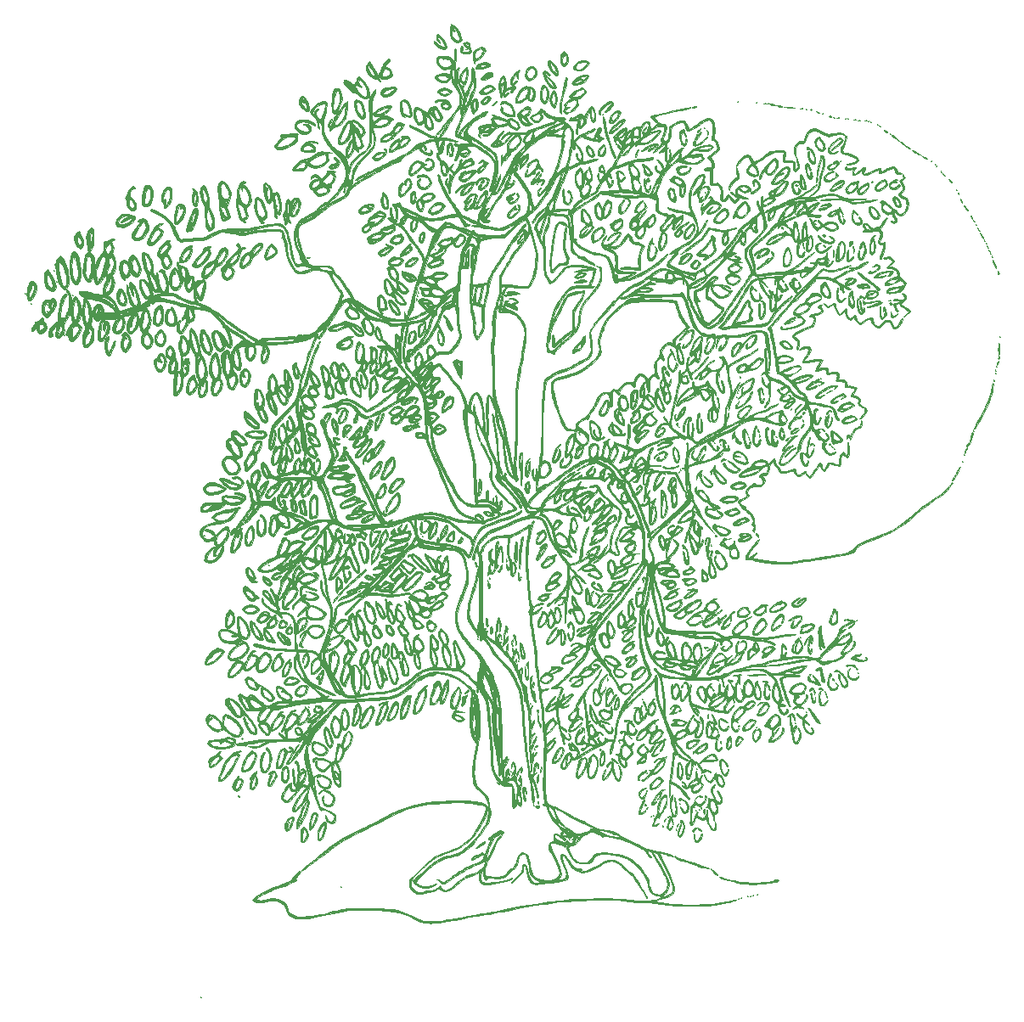
<source format=gbr>
G04 #@! TF.FileFunction,Copper,L1,Top,Signal*
%FSLAX46Y46*%
G04 Gerber Fmt 4.6, Leading zero omitted, Abs format (unit mm)*
G04 Created by KiCad (PCBNEW 4.0.5) date Sunday, 25. February 2018 11:56:08*
%MOMM*%
%LPD*%
G01*
G04 APERTURE LIST*
%ADD10C,0.100000*%
%ADD11C,0.010000*%
G04 APERTURE END LIST*
D10*
D11*
G36*
X41994667Y-113495666D02*
X41952333Y-113538000D01*
X41910000Y-113495666D01*
X41952333Y-113453333D01*
X41994667Y-113495666D01*
X41994667Y-113495666D01*
G37*
X41994667Y-113495666D02*
X41952333Y-113538000D01*
X41910000Y-113495666D01*
X41952333Y-113453333D01*
X41994667Y-113495666D01*
G36*
X67409707Y-18976501D02*
X67450258Y-19149443D01*
X67447033Y-19439311D01*
X67401151Y-19867102D01*
X67382926Y-19999617D01*
X67345609Y-20347488D01*
X67333206Y-20658974D01*
X67347888Y-20872568D01*
X67351552Y-20888617D01*
X67398413Y-21047507D01*
X67435209Y-21052654D01*
X67485725Y-20933833D01*
X67577293Y-20786734D01*
X67654997Y-20743333D01*
X67710862Y-20803958D01*
X67689807Y-20891500D01*
X67585919Y-21334496D01*
X67604773Y-21812393D01*
X67730647Y-22219451D01*
X67874845Y-22483311D01*
X67982339Y-22592993D01*
X68064582Y-22556658D01*
X68100954Y-22483334D01*
X68074320Y-22359616D01*
X67988897Y-22310163D01*
X67841749Y-22183096D01*
X67771954Y-21951650D01*
X67778141Y-21845340D01*
X67937374Y-21845340D01*
X67938321Y-21974532D01*
X68035329Y-22143475D01*
X68174356Y-22169693D01*
X68306372Y-22045322D01*
X68312174Y-22034500D01*
X68371347Y-21857940D01*
X68413415Y-21619066D01*
X68435127Y-21368367D01*
X68433235Y-21156334D01*
X68404489Y-21033457D01*
X68377361Y-21021710D01*
X68249238Y-21131815D01*
X68114429Y-21346526D01*
X68001089Y-21604736D01*
X67937374Y-21845340D01*
X67778141Y-21845340D01*
X67788558Y-21666389D01*
X67842702Y-21492937D01*
X67974023Y-21239876D01*
X68138293Y-21003655D01*
X68305051Y-20819127D01*
X68443837Y-20721146D01*
X68512450Y-20726583D01*
X68552449Y-20846221D01*
X68580622Y-21082563D01*
X68590583Y-21365836D01*
X68549499Y-21855011D01*
X68411607Y-22258195D01*
X68172953Y-22619094D01*
X68108337Y-22746337D01*
X68115585Y-22919130D01*
X68164251Y-23105927D01*
X68238297Y-23317541D01*
X68301494Y-23439149D01*
X68318235Y-23450774D01*
X68368991Y-23376575D01*
X68463965Y-23178921D01*
X68587069Y-22892590D01*
X68660926Y-22709941D01*
X68810733Y-22306429D01*
X68898716Y-21987933D01*
X68938837Y-21688040D01*
X68945299Y-21357166D01*
X68954535Y-20994391D01*
X68989538Y-20787864D01*
X69043401Y-20727682D01*
X69109221Y-20803942D01*
X69180092Y-21006741D01*
X69249110Y-21326176D01*
X69309369Y-21752343D01*
X69324909Y-21901620D01*
X69350963Y-22501338D01*
X69293625Y-23010816D01*
X69141392Y-23493133D01*
X68968607Y-23855156D01*
X68819492Y-24155147D01*
X68650809Y-24522696D01*
X68528722Y-24807333D01*
X68390301Y-25134726D01*
X68210578Y-25547341D01*
X68019497Y-25976781D01*
X67934975Y-26163458D01*
X67773734Y-26534651D01*
X67637318Y-26880952D01*
X67544267Y-27153597D01*
X67516509Y-27264125D01*
X67465368Y-27559000D01*
X67508835Y-27506254D01*
X67818000Y-27506254D01*
X67887523Y-27586910D01*
X68035546Y-27638025D01*
X68169885Y-27628686D01*
X68198059Y-27536262D01*
X68185086Y-27446865D01*
X68204729Y-27274813D01*
X68308530Y-27016742D01*
X68474589Y-26718637D01*
X68655894Y-26458333D01*
X68671469Y-26419701D01*
X68583736Y-26484151D01*
X68422705Y-26627666D01*
X68143567Y-26920056D01*
X67936467Y-27202585D01*
X67827906Y-27436744D01*
X67818000Y-27506254D01*
X67508835Y-27506254D01*
X67639801Y-27347333D01*
X67762116Y-27173173D01*
X67816019Y-27045622D01*
X67816117Y-27043301D01*
X67884073Y-26898880D01*
X68066202Y-26695390D01*
X68336552Y-26450975D01*
X68669172Y-26183774D01*
X69038110Y-25911928D01*
X69417413Y-25653578D01*
X69781131Y-25426866D01*
X70103312Y-25249931D01*
X70358004Y-25140916D01*
X70519254Y-25117962D01*
X70548498Y-25133297D01*
X70582246Y-25225752D01*
X70499158Y-25279282D01*
X70377745Y-25394050D01*
X70357807Y-25472558D01*
X70285343Y-25587267D01*
X70124973Y-25619611D01*
X69903149Y-25685160D01*
X69614629Y-25848712D01*
X69301498Y-26078502D01*
X69005843Y-26342763D01*
X68769750Y-26609730D01*
X68720831Y-26679443D01*
X68544751Y-26993537D01*
X68500745Y-27228837D01*
X68596921Y-27421899D01*
X68841385Y-27609280D01*
X68939833Y-27667020D01*
X69281487Y-27868597D01*
X69683995Y-28119095D01*
X70106497Y-28391695D01*
X70508134Y-28659578D01*
X70848045Y-28895924D01*
X71085370Y-29073913D01*
X71094030Y-29080980D01*
X71351264Y-29377429D01*
X71513441Y-29774153D01*
X71583816Y-30285534D01*
X71565645Y-30925952D01*
X71549342Y-31092474D01*
X71485718Y-31538250D01*
X71399263Y-31956755D01*
X71303458Y-32285559D01*
X71277485Y-32351442D01*
X71185946Y-32593256D01*
X71142841Y-32768107D01*
X71148430Y-32822652D01*
X71208486Y-32790425D01*
X71284057Y-32642142D01*
X71288711Y-32629575D01*
X71368674Y-32417689D01*
X71457782Y-32204429D01*
X71579813Y-31934846D01*
X71705980Y-31665333D01*
X71810382Y-31448078D01*
X71856057Y-31375923D01*
X71855561Y-31440371D01*
X71831077Y-31580666D01*
X71772845Y-31805273D01*
X71670063Y-32121605D01*
X71543807Y-32465290D01*
X71529566Y-32501559D01*
X71418328Y-32797868D01*
X71343023Y-33028199D01*
X71316394Y-33152541D01*
X71319045Y-33162600D01*
X71392898Y-33130565D01*
X71521528Y-32962929D01*
X71692782Y-32679637D01*
X71894507Y-32300632D01*
X72092203Y-31893882D01*
X72289044Y-31486650D01*
X72501847Y-31068666D01*
X72538987Y-30999529D01*
X73252633Y-30999529D01*
X73359615Y-31150954D01*
X73398446Y-31194209D01*
X73507548Y-31328874D01*
X73688345Y-31570041D01*
X73916575Y-31884689D01*
X74167977Y-32239800D01*
X74192488Y-32274877D01*
X74461660Y-32667976D01*
X74646732Y-32962515D01*
X74765780Y-33194962D01*
X74836882Y-33401789D01*
X74878115Y-33619466D01*
X74884904Y-33671877D01*
X74943052Y-34001843D01*
X75026258Y-34310603D01*
X75079826Y-34450072D01*
X75214593Y-34737144D01*
X75389797Y-34515695D01*
X75526696Y-34340044D01*
X75725709Y-34081597D01*
X75946686Y-33792522D01*
X75974210Y-33756362D01*
X76197574Y-33441094D01*
X76399153Y-33119136D01*
X76537396Y-32857126D01*
X76543066Y-32844072D01*
X76614299Y-32663876D01*
X76627148Y-32599960D01*
X76599522Y-32634402D01*
X76429382Y-32868895D01*
X76216724Y-33111456D01*
X75995775Y-33329106D01*
X75800762Y-33488868D01*
X75665912Y-33557764D01*
X75642970Y-33556047D01*
X75547267Y-33440026D01*
X75523560Y-33236772D01*
X75567651Y-33010278D01*
X75675346Y-32824534D01*
X75692000Y-32808333D01*
X75822574Y-32712241D01*
X75852340Y-32748684D01*
X75780843Y-32913803D01*
X75717617Y-33025498D01*
X75628493Y-33233479D01*
X75656155Y-33342366D01*
X75795921Y-33336675D01*
X75810099Y-33331464D01*
X75915139Y-33236682D01*
X76082026Y-33024911D01*
X76290724Y-32727384D01*
X76521197Y-32375330D01*
X76753408Y-31999981D01*
X76967321Y-31632568D01*
X77142642Y-31304803D01*
X77385333Y-31304803D01*
X77437212Y-31331867D01*
X77580213Y-31242944D01*
X77795377Y-31050720D01*
X77857286Y-30988962D01*
X78056083Y-30809784D01*
X78219401Y-30702658D01*
X78289814Y-30687789D01*
X78353821Y-30630586D01*
X78375344Y-30580151D01*
X78592973Y-30580151D01*
X78634579Y-30633053D01*
X78757543Y-30616268D01*
X78988629Y-30528525D01*
X79216298Y-30429836D01*
X79476371Y-30313058D01*
X79665823Y-30224220D01*
X79739964Y-30184816D01*
X79704308Y-30115355D01*
X79582747Y-29976403D01*
X79549464Y-29942494D01*
X79413187Y-29752648D01*
X79341835Y-29548564D01*
X79343207Y-29380012D01*
X79425105Y-29296757D01*
X79447926Y-29294666D01*
X79529327Y-29362345D01*
X79525277Y-29492970D01*
X79557469Y-29725383D01*
X79637121Y-29841026D01*
X79756836Y-29941098D01*
X79836756Y-29916209D01*
X79889481Y-29850454D01*
X79953840Y-29657897D01*
X79946602Y-29523565D01*
X79880612Y-29349970D01*
X79762530Y-29114010D01*
X79619082Y-28861045D01*
X79476993Y-28636436D01*
X79362990Y-28485541D01*
X79312886Y-28448000D01*
X79267307Y-28521649D01*
X79248004Y-28699073D01*
X79248000Y-28702000D01*
X79224242Y-28880353D01*
X79166999Y-28955980D01*
X79165990Y-28956000D01*
X79119406Y-28893938D01*
X79132715Y-28829000D01*
X79133419Y-28720032D01*
X79097200Y-28702000D01*
X79044801Y-28780251D01*
X78967302Y-28995887D01*
X78872722Y-29320228D01*
X78769080Y-29724595D01*
X78664395Y-30180309D01*
X78605959Y-30458833D01*
X78592973Y-30580151D01*
X78375344Y-30580151D01*
X78431609Y-30448309D01*
X78511915Y-30183356D01*
X78583478Y-29878127D01*
X78635035Y-29575017D01*
X78655324Y-29316426D01*
X78655333Y-29311753D01*
X78684301Y-29039905D01*
X78738355Y-28820467D01*
X78810339Y-28531440D01*
X78867807Y-28161592D01*
X78905438Y-27769615D01*
X78917915Y-27414203D01*
X78899917Y-27154049D01*
X78892485Y-27119739D01*
X78780260Y-26842663D01*
X78632696Y-26716737D01*
X78461341Y-26749774D01*
X78407360Y-26791546D01*
X78263852Y-26982937D01*
X78184432Y-27206663D01*
X78187434Y-27397076D01*
X78221870Y-27455737D01*
X78245010Y-27577973D01*
X78184224Y-27661204D01*
X78071710Y-27832253D01*
X78117431Y-27956079D01*
X78182681Y-27991368D01*
X78254668Y-28047803D01*
X78244340Y-28165036D01*
X78191081Y-28306211D01*
X78123340Y-28523344D01*
X78049881Y-28842367D01*
X77985801Y-29197122D01*
X77981689Y-29224016D01*
X77901966Y-29631404D01*
X77782883Y-30100831D01*
X77648758Y-30537431D01*
X77634623Y-30577987D01*
X77523581Y-30894298D01*
X77437997Y-31142477D01*
X77390704Y-31285103D01*
X77385333Y-31304803D01*
X77142642Y-31304803D01*
X77142900Y-31304321D01*
X77232084Y-31115000D01*
X77418419Y-30656639D01*
X77566717Y-30222305D01*
X77686605Y-29771567D01*
X77787708Y-29263994D01*
X77879653Y-28659156D01*
X77951006Y-28095516D01*
X77998132Y-27700699D01*
X77524437Y-27641515D01*
X77196203Y-27613799D01*
X76884760Y-27608793D01*
X76752371Y-27617164D01*
X76535282Y-27618921D01*
X76459650Y-27570278D01*
X76536390Y-27489891D01*
X76647979Y-27438724D01*
X76814991Y-27339657D01*
X77114662Y-27339657D01*
X77140255Y-27386272D01*
X77293786Y-27419921D01*
X77444908Y-27439865D01*
X77704351Y-27472206D01*
X77897793Y-27496805D01*
X77947411Y-27503365D01*
X78023843Y-27438425D01*
X78090469Y-27261019D01*
X78101037Y-27211681D01*
X78130431Y-27004115D01*
X78129744Y-26882272D01*
X78125481Y-26873925D01*
X78029565Y-26879793D01*
X77836709Y-26942252D01*
X77599959Y-27039287D01*
X77372359Y-27148885D01*
X77206954Y-27249032D01*
X77190908Y-27261775D01*
X77114662Y-27339657D01*
X76814991Y-27339657D01*
X76856844Y-27314831D01*
X76965479Y-27211336D01*
X76977841Y-27158985D01*
X76859439Y-27199119D01*
X76618381Y-27327328D01*
X76262776Y-27539204D01*
X75800732Y-27830340D01*
X75661181Y-27920409D01*
X75247429Y-28221664D01*
X74805786Y-28597624D01*
X74385991Y-29001885D01*
X74037782Y-29388040D01*
X73910059Y-29554200D01*
X73803219Y-29730202D01*
X73816539Y-29790224D01*
X73950978Y-29734196D01*
X74207497Y-29562049D01*
X74252522Y-29529181D01*
X74462487Y-29389318D01*
X74567572Y-29353103D01*
X74572152Y-29391864D01*
X74570077Y-29553782D01*
X74605154Y-29613287D01*
X74634505Y-29757479D01*
X74563414Y-29941104D01*
X74427114Y-30160373D01*
X74247109Y-30397953D01*
X74055544Y-30617894D01*
X73884566Y-30784244D01*
X73766320Y-30861052D01*
X73742237Y-30859498D01*
X73721353Y-30759430D01*
X73751290Y-30556833D01*
X73776474Y-30461705D01*
X73917441Y-30461705D01*
X73962338Y-30454861D01*
X74067881Y-30350502D01*
X74199908Y-30191416D01*
X74324258Y-30020395D01*
X74406772Y-29880228D01*
X74422000Y-29829688D01*
X74382622Y-29748510D01*
X74285308Y-29787819D01*
X74161282Y-29924147D01*
X74054906Y-30105594D01*
X73964849Y-30310542D01*
X73919013Y-30446541D01*
X73917441Y-30461705D01*
X73776474Y-30461705D01*
X73783396Y-30435563D01*
X73837373Y-30214117D01*
X73846231Y-30077656D01*
X73830694Y-30056666D01*
X73741615Y-30129907D01*
X73643243Y-30310232D01*
X73558814Y-30538547D01*
X73511565Y-30755759D01*
X73512379Y-30866178D01*
X73522821Y-31004356D01*
X73452281Y-31010156D01*
X73393555Y-30981339D01*
X73263828Y-30937852D01*
X73252633Y-30999529D01*
X72538987Y-30999529D01*
X72656883Y-30780065D01*
X73079565Y-30780065D01*
X73173616Y-30818666D01*
X73263974Y-30745646D01*
X73357078Y-30564040D01*
X73378763Y-30501166D01*
X73477627Y-30183666D01*
X73272480Y-30421221D01*
X73106730Y-30647211D01*
X73079565Y-30780065D01*
X72656883Y-30780065D01*
X72695557Y-30708075D01*
X72763730Y-30588526D01*
X72915494Y-30311047D01*
X73024355Y-30076649D01*
X73067303Y-29935013D01*
X73067333Y-29933013D01*
X73081065Y-29833436D01*
X73135006Y-29721018D01*
X73248279Y-29571455D01*
X73273993Y-29543154D01*
X73426758Y-29543154D01*
X73438340Y-29548666D01*
X73515605Y-29489063D01*
X73533000Y-29464000D01*
X73554575Y-29384845D01*
X73542993Y-29379333D01*
X73465728Y-29438936D01*
X73448333Y-29464000D01*
X73426758Y-29543154D01*
X73273993Y-29543154D01*
X73440004Y-29360443D01*
X73548843Y-29248793D01*
X73744667Y-29248793D01*
X73797126Y-29299878D01*
X73922380Y-29252527D01*
X74072242Y-29126783D01*
X74092356Y-29104166D01*
X74249117Y-28901031D01*
X74351081Y-28744333D01*
X74410366Y-28632565D01*
X74385758Y-28629378D01*
X74254760Y-28734651D01*
X74243820Y-28743753D01*
X73985678Y-28969911D01*
X73810753Y-29146505D01*
X73744701Y-29247577D01*
X73744667Y-29248793D01*
X73548843Y-29248793D01*
X73729301Y-29063677D01*
X73834814Y-28957465D01*
X74092978Y-28695584D01*
X74246623Y-28524839D01*
X74311238Y-28416900D01*
X74302309Y-28343436D01*
X74235323Y-28276116D01*
X74215814Y-28260493D01*
X74041000Y-28121641D01*
X74117196Y-27978431D01*
X74252667Y-27978431D01*
X74311282Y-28140969D01*
X74458996Y-28185923D01*
X74653611Y-28102646D01*
X74676000Y-28085257D01*
X74834139Y-27901512D01*
X74852115Y-27868272D01*
X75014667Y-27868272D01*
X75075996Y-27868136D01*
X75236686Y-27783285D01*
X75459167Y-27634038D01*
X75784299Y-27401439D01*
X75912909Y-27310957D01*
X76200000Y-27310957D01*
X76262225Y-27310382D01*
X76369333Y-27262666D01*
X76502391Y-27175230D01*
X76538667Y-27129708D01*
X76476442Y-27130284D01*
X76369333Y-27178000D01*
X76236275Y-27265436D01*
X76200000Y-27310957D01*
X75912909Y-27310957D01*
X76135990Y-27154012D01*
X76327000Y-27021715D01*
X76374315Y-26992837D01*
X76739590Y-26992837D01*
X76796900Y-27005973D01*
X76968935Y-26952286D01*
X77033259Y-26903541D01*
X77137319Y-26843622D01*
X77210059Y-26914388D01*
X77326153Y-26983029D01*
X77397034Y-26956013D01*
X77553763Y-26882612D01*
X77782600Y-26802551D01*
X77808667Y-26794755D01*
X78019517Y-26704529D01*
X78113601Y-26566072D01*
X78133367Y-26460912D01*
X78139451Y-26298758D01*
X78093090Y-26276567D01*
X78047672Y-26308643D01*
X77908945Y-26388901D01*
X77669955Y-26497201D01*
X77463907Y-26579045D01*
X77147194Y-26709500D01*
X76905697Y-26831683D01*
X76762227Y-26930995D01*
X76739590Y-26992837D01*
X76374315Y-26992837D01*
X76764270Y-26754837D01*
X77263367Y-26500764D01*
X77731870Y-26306274D01*
X77759788Y-26296559D01*
X77866348Y-26248544D01*
X77842703Y-26189522D01*
X77734372Y-26108935D01*
X77596507Y-26030765D01*
X77490229Y-26054153D01*
X77348923Y-26189940D01*
X77121579Y-26352226D01*
X76758213Y-26508490D01*
X76527673Y-26581792D01*
X76155687Y-26697446D01*
X75786844Y-26826653D01*
X75508630Y-26938207D01*
X75276734Y-27050950D01*
X75166632Y-27145991D01*
X75143023Y-27268834D01*
X75158127Y-27390036D01*
X75163247Y-27602523D01*
X75108955Y-27722385D01*
X75108664Y-27722566D01*
X75020176Y-27835381D01*
X75014667Y-27868272D01*
X74852115Y-27868272D01*
X74965511Y-27658592D01*
X75036345Y-27427681D01*
X75036127Y-27326166D01*
X74990487Y-27200796D01*
X74966031Y-27178000D01*
X74876188Y-27237585D01*
X74722455Y-27386687D01*
X74544473Y-27580826D01*
X74381884Y-27775524D01*
X74274328Y-27926301D01*
X74252667Y-27978431D01*
X74117196Y-27978431D01*
X74224466Y-27776820D01*
X74407932Y-27432000D01*
X74020844Y-27432000D01*
X73789674Y-27436604D01*
X73699511Y-27462243D01*
X73722060Y-27526656D01*
X73773878Y-27586833D01*
X73906574Y-27848359D01*
X73886697Y-28154189D01*
X73717668Y-28482750D01*
X73611081Y-28613474D01*
X73407669Y-28815077D01*
X73221889Y-28960564D01*
X73143994Y-29000874D01*
X73007445Y-29104627D01*
X72856606Y-29304629D01*
X72802379Y-29400804D01*
X72619002Y-29695240D01*
X72415222Y-29922051D01*
X72227518Y-30043358D01*
X72173511Y-30053849D01*
X72081959Y-30126338D01*
X71992967Y-30289499D01*
X71901912Y-30522333D01*
X71902097Y-30226000D01*
X71896829Y-30002161D01*
X71883739Y-29852782D01*
X71882115Y-29845000D01*
X71868864Y-29646084D01*
X71914890Y-29499397D01*
X71972372Y-29464000D01*
X72024221Y-29529915D01*
X72009000Y-29633333D01*
X71986842Y-29774502D01*
X72044901Y-29782420D01*
X72095289Y-29734933D01*
X72305333Y-29734933D01*
X72350841Y-29804097D01*
X72452463Y-29764170D01*
X72557845Y-29636091D01*
X72559333Y-29633333D01*
X72603384Y-29503200D01*
X72579245Y-29464000D01*
X72454791Y-29524825D01*
X72337683Y-29651574D01*
X72305333Y-29734933D01*
X72095289Y-29734933D01*
X72169651Y-29664853D01*
X72336973Y-29444945D01*
X72479640Y-29217422D01*
X72525164Y-29067632D01*
X72487812Y-28945789D01*
X72482523Y-28937117D01*
X72450539Y-28740599D01*
X72462960Y-28693903D01*
X72644000Y-28693903D01*
X72702167Y-28841845D01*
X72854991Y-28883393D01*
X73069956Y-28823958D01*
X73314543Y-28668952D01*
X73432425Y-28562686D01*
X73621076Y-28354323D01*
X73755715Y-28169507D01*
X73789893Y-28100217D01*
X73791256Y-27905357D01*
X73708296Y-27717924D01*
X73577128Y-27608438D01*
X73534383Y-27601333D01*
X73366913Y-27669968D01*
X73160277Y-27846659D01*
X72950190Y-28087582D01*
X72772364Y-28348914D01*
X72662514Y-28586833D01*
X72644000Y-28693903D01*
X72462960Y-28693903D01*
X72523642Y-28465789D01*
X72685198Y-28152114D01*
X72918569Y-27838997D01*
X72969601Y-27782879D01*
X73149383Y-27585733D01*
X73221433Y-27480522D01*
X73197108Y-27438798D01*
X73109667Y-27432000D01*
X72996885Y-27469841D01*
X72982667Y-27501866D01*
X72922741Y-27609390D01*
X72767162Y-27788830D01*
X72552225Y-28005976D01*
X72314226Y-28226616D01*
X72089460Y-28416539D01*
X71914223Y-28541533D01*
X71848339Y-28571057D01*
X71415402Y-28642210D01*
X71096757Y-28663232D01*
X70909645Y-28633977D01*
X70866000Y-28579427D01*
X70920499Y-28435490D01*
X70976413Y-28365691D01*
X71225251Y-28365691D01*
X71254023Y-28459363D01*
X71318950Y-28523470D01*
X71355987Y-28459704D01*
X71356621Y-28327528D01*
X71340486Y-28301597D01*
X71259059Y-28281869D01*
X71225251Y-28365691D01*
X70976413Y-28365691D01*
X71042465Y-28283238D01*
X71049193Y-28278666D01*
X71543333Y-28278666D01*
X71607762Y-28360873D01*
X71628000Y-28363333D01*
X71710206Y-28298904D01*
X71712667Y-28278666D01*
X71648237Y-28196460D01*
X71628000Y-28194000D01*
X71545793Y-28258429D01*
X71543333Y-28278666D01*
X71049193Y-28278666D01*
X71169601Y-28196848D01*
X71189693Y-28194000D01*
X71258537Y-28125685D01*
X71372238Y-27950712D01*
X71452242Y-27807663D01*
X71652860Y-27495916D01*
X71876184Y-27253007D01*
X72086994Y-27113518D01*
X72179790Y-27093333D01*
X72184443Y-27145699D01*
X72087311Y-27281181D01*
X71956706Y-27422039D01*
X71745832Y-27666615D01*
X71640649Y-27863201D01*
X71648985Y-27989405D01*
X71745941Y-28024666D01*
X71876647Y-28092961D01*
X71912618Y-28151666D01*
X71996810Y-28263730D01*
X72038932Y-28278666D01*
X72145913Y-28218973D01*
X72315613Y-28068946D01*
X72507107Y-27872161D01*
X72679474Y-27672196D01*
X72791790Y-27512628D01*
X72813333Y-27454037D01*
X72759198Y-27355027D01*
X72615109Y-27368706D01*
X72408544Y-27485762D01*
X72203070Y-27660849D01*
X72026905Y-27816936D01*
X71910285Y-27889727D01*
X71882000Y-27877848D01*
X71947148Y-27742989D01*
X72110146Y-27564460D01*
X72322325Y-27383479D01*
X72535017Y-27241263D01*
X72699552Y-27179029D01*
X72707500Y-27178734D01*
X72856099Y-27213901D01*
X72898000Y-27273033D01*
X72930829Y-27324894D01*
X73012455Y-27273078D01*
X73178776Y-27221301D01*
X73485921Y-27213459D01*
X73676774Y-27225802D01*
X74026329Y-27242449D01*
X74281359Y-27212994D01*
X74512702Y-27127784D01*
X74557153Y-27105853D01*
X74976082Y-26911422D01*
X75463062Y-26713161D01*
X75957577Y-26533557D01*
X76399111Y-26395096D01*
X76617559Y-26340235D01*
X76999531Y-26234393D01*
X77230166Y-26114479D01*
X77300667Y-25995704D01*
X77226342Y-25941640D01*
X77032508Y-25860944D01*
X76790771Y-25780426D01*
X76488309Y-25674687D01*
X76316101Y-25572011D01*
X76237133Y-25449104D01*
X76231259Y-25428354D01*
X76152100Y-25276226D01*
X76068818Y-25230666D01*
X75936931Y-25278065D01*
X75896294Y-25376426D01*
X75944619Y-25441479D01*
X76036361Y-25578286D01*
X76011743Y-25765814D01*
X75897473Y-25964201D01*
X75720260Y-26133584D01*
X75506811Y-26234102D01*
X75405415Y-26246246D01*
X75209851Y-26194969D01*
X75007204Y-26069547D01*
X74846435Y-25911354D01*
X74776505Y-25761764D01*
X74779918Y-25737069D01*
X74930000Y-25737069D01*
X74998274Y-25846899D01*
X75157624Y-25968666D01*
X75339843Y-26056837D01*
X75435672Y-26074640D01*
X75606523Y-26023570D01*
X75713167Y-25959473D01*
X75819679Y-25808077D01*
X75858510Y-25612104D01*
X75824425Y-25443215D01*
X75755500Y-25379882D01*
X75621023Y-25388275D01*
X75412884Y-25453107D01*
X75189456Y-25549121D01*
X75009115Y-25651058D01*
X74930235Y-25733660D01*
X74930000Y-25737069D01*
X74779918Y-25737069D01*
X74782321Y-25719690D01*
X74880125Y-25616303D01*
X75085963Y-25475291D01*
X75330695Y-25340011D01*
X75579065Y-25199707D01*
X75746283Y-25073759D01*
X75795731Y-24991526D01*
X75805599Y-24897372D01*
X75911917Y-24901162D01*
X76082554Y-24990658D01*
X76285375Y-25153620D01*
X76326827Y-25193805D01*
X76647521Y-25444939D01*
X77022043Y-25632698D01*
X77399384Y-25738945D01*
X77728535Y-25745543D01*
X77816203Y-25723352D01*
X78023361Y-25675250D01*
X78162070Y-25722862D01*
X78213105Y-25768152D01*
X78298512Y-25905233D01*
X78262644Y-25974468D01*
X78137575Y-25933051D01*
X78107046Y-25909698D01*
X78004734Y-25853705D01*
X77980001Y-25876466D01*
X78044038Y-25964861D01*
X78205419Y-26109331D01*
X78328580Y-26204333D01*
X78704465Y-26514963D01*
X78942541Y-26809715D01*
X79065293Y-27127291D01*
X79095209Y-27506394D01*
X79094799Y-27523128D01*
X79091964Y-27789090D01*
X79098622Y-27970938D01*
X79110312Y-28024666D01*
X79183190Y-27971825D01*
X79336828Y-27836931D01*
X79446387Y-27735373D01*
X79702219Y-27536393D01*
X79980186Y-27380480D01*
X80072064Y-27344925D01*
X80349272Y-27238732D01*
X80661588Y-27093879D01*
X80761497Y-27041551D01*
X81038989Y-26899994D01*
X81200523Y-26846968D01*
X81271010Y-26877038D01*
X81280000Y-26928448D01*
X81208742Y-27005080D01*
X81020750Y-27124736D01*
X80754697Y-27263190D01*
X80717723Y-27280684D01*
X80155447Y-27543805D01*
X80568387Y-27706010D01*
X80981328Y-27868214D01*
X81028821Y-27813000D01*
X81280000Y-27813000D01*
X81354440Y-27914615D01*
X81507849Y-27940000D01*
X81662811Y-27932854D01*
X81664273Y-27890815D01*
X81571349Y-27815692D01*
X81388178Y-27703548D01*
X81297216Y-27721761D01*
X81280000Y-27813000D01*
X81028821Y-27813000D01*
X81172997Y-27645386D01*
X81305954Y-27436273D01*
X81364531Y-27236190D01*
X81364667Y-27228734D01*
X81377047Y-27187993D01*
X81534000Y-27187993D01*
X81586166Y-27233896D01*
X81618667Y-27220333D01*
X81700172Y-27108174D01*
X81703333Y-27083339D01*
X81651167Y-27037436D01*
X81618667Y-27051000D01*
X81537161Y-27163159D01*
X81534000Y-27187993D01*
X81377047Y-27187993D01*
X81425362Y-27029001D01*
X81569657Y-26849567D01*
X81740860Y-26756981D01*
X81768503Y-26754666D01*
X81898543Y-26810939D01*
X81909952Y-26961086D01*
X81801652Y-27177102D01*
X81785616Y-27199331D01*
X81669529Y-27432066D01*
X81684311Y-27610401D01*
X81820316Y-27704137D01*
X81948147Y-27708164D01*
X82096520Y-27732843D01*
X82112906Y-27818535D01*
X81989342Y-27910968D01*
X81978500Y-27915105D01*
X81815975Y-28017935D01*
X81764594Y-28078265D01*
X81647651Y-28158150D01*
X81595261Y-28155450D01*
X81467707Y-28122958D01*
X81222395Y-28065066D01*
X80906902Y-27992952D01*
X80827244Y-27975043D01*
X80511366Y-27892243D01*
X80264937Y-27805130D01*
X80130850Y-27729543D01*
X80119685Y-27713742D01*
X80012475Y-27609599D01*
X79832107Y-27653005D01*
X79584898Y-27841986D01*
X79525526Y-27899540D01*
X79227318Y-28197748D01*
X79442150Y-28396847D01*
X79664281Y-28659336D01*
X79851934Y-28984011D01*
X79990235Y-29328425D01*
X80064311Y-29650131D01*
X80059290Y-29906684D01*
X80009230Y-30015261D01*
X79957236Y-30108793D01*
X80041732Y-30138182D01*
X80105466Y-30138868D01*
X80286534Y-30115713D01*
X80569293Y-30057327D01*
X80892987Y-29976275D01*
X80897465Y-29975055D01*
X81254490Y-29885566D01*
X81464055Y-29854442D01*
X81537705Y-29881820D01*
X81486986Y-29967839D01*
X81473252Y-29981947D01*
X81335288Y-30057280D01*
X81081271Y-30148101D01*
X80761945Y-30240706D01*
X80428055Y-30321394D01*
X80130345Y-30376461D01*
X79951497Y-30392868D01*
X79750791Y-30415107D01*
X79638111Y-30465465D01*
X79636597Y-30467707D01*
X79539032Y-30532225D01*
X79328513Y-30629232D01*
X79076605Y-30727955D01*
X78715097Y-30888798D01*
X78519304Y-31047925D01*
X78490590Y-31100081D01*
X78417375Y-31291243D01*
X78316302Y-31555711D01*
X78274456Y-31665333D01*
X78158413Y-31950561D01*
X78041646Y-32209226D01*
X78007358Y-32277574D01*
X77928079Y-32451427D01*
X77809064Y-32740351D01*
X77668130Y-33100163D01*
X77557927Y-33392210D01*
X77383714Y-33897521D01*
X77264941Y-34318891D01*
X77204780Y-34638958D01*
X77206398Y-34840356D01*
X77272965Y-34905722D01*
X77281927Y-34904406D01*
X77474712Y-34882121D01*
X77758124Y-34869003D01*
X78081824Y-34864892D01*
X78395476Y-34869626D01*
X78648742Y-34883043D01*
X78791286Y-34904981D01*
X78800467Y-34909279D01*
X78913273Y-34885524D01*
X78957195Y-34835591D01*
X79202406Y-34835591D01*
X79237184Y-34869132D01*
X79374722Y-34792167D01*
X79528816Y-34680670D01*
X79787700Y-34507091D01*
X80082317Y-34336743D01*
X80137000Y-34308488D01*
X80515182Y-34099379D01*
X80900196Y-33854564D01*
X81246621Y-33605653D01*
X81509035Y-33384259D01*
X81589363Y-33299335D01*
X82778895Y-33299335D01*
X82797583Y-33326902D01*
X82936673Y-33366812D01*
X82973333Y-33376218D01*
X83204257Y-33416400D01*
X83557725Y-33456029D01*
X83986966Y-33492109D01*
X84445207Y-33521645D01*
X84885677Y-33541641D01*
X85261604Y-33549099D01*
X85526216Y-33541025D01*
X85534500Y-33540273D01*
X85738666Y-33505337D01*
X85846813Y-33456402D01*
X85852000Y-33443994D01*
X85774739Y-33404198D01*
X85571962Y-33362993D01*
X85287181Y-33329165D01*
X85280500Y-33328585D01*
X84876069Y-33292149D01*
X84440762Y-33250494D01*
X84181965Y-33224342D01*
X83793557Y-33204724D01*
X83378010Y-33214897D01*
X83165965Y-33234803D01*
X82896418Y-33272505D01*
X82778895Y-33299335D01*
X81589363Y-33299335D01*
X81593889Y-33294551D01*
X81688684Y-33192125D01*
X81794650Y-33124760D01*
X81949319Y-33083392D01*
X82190226Y-33058961D01*
X82554903Y-33042404D01*
X82652223Y-33039029D01*
X83104982Y-33022031D01*
X83411908Y-33002692D01*
X83596444Y-32974168D01*
X83682028Y-32929617D01*
X83692103Y-32862197D01*
X83650109Y-32765063D01*
X83642133Y-32750054D01*
X83564231Y-32533215D01*
X83515194Y-32269480D01*
X83514489Y-32261965D01*
X83476995Y-31969612D01*
X83421412Y-31653848D01*
X83414513Y-31620814D01*
X83376175Y-31380647D01*
X83370766Y-31204164D01*
X83376228Y-31176314D01*
X83481725Y-31086206D01*
X83667803Y-31086874D01*
X83876574Y-31171631D01*
X83973368Y-31245298D01*
X84125306Y-31403464D01*
X84143510Y-31461883D01*
X84033289Y-31412925D01*
X83912763Y-31332431D01*
X83739480Y-31216331D01*
X83633424Y-31158714D01*
X83626411Y-31157333D01*
X83581978Y-31229005D01*
X83574554Y-31403387D01*
X83597688Y-31619526D01*
X83644930Y-31816471D01*
X83708400Y-31932114D01*
X83812011Y-31983937D01*
X83918061Y-31929389D01*
X84041258Y-31789842D01*
X84170926Y-31637578D01*
X84228682Y-31611426D01*
X84242811Y-31700988D01*
X84242913Y-31715711D01*
X84182899Y-31905937D01*
X84039796Y-32072264D01*
X83870311Y-32156864D01*
X83811440Y-32155698D01*
X83705403Y-32192167D01*
X83674391Y-32331139D01*
X83717436Y-32523796D01*
X83822380Y-32707462D01*
X84001915Y-32872531D01*
X84233392Y-32932381D01*
X84329148Y-32935333D01*
X84552526Y-32955371D01*
X84694581Y-33005026D01*
X84709000Y-33020000D01*
X84827799Y-33089829D01*
X84934722Y-33104666D01*
X85058112Y-33072513D01*
X85046307Y-32956500D01*
X84962795Y-32688074D01*
X84901646Y-32368052D01*
X84873619Y-32069128D01*
X84886288Y-31875449D01*
X84872238Y-31641831D01*
X84783948Y-31450717D01*
X84671398Y-31161007D01*
X84628604Y-30765491D01*
X84627566Y-30702537D01*
X84718351Y-30702537D01*
X84762503Y-30920224D01*
X84793564Y-31014992D01*
X84947882Y-31356627D01*
X85124466Y-31573332D01*
X85306089Y-31652182D01*
X85475526Y-31580250D01*
X85504786Y-31548631D01*
X85548804Y-31376828D01*
X85490532Y-31145956D01*
X85358912Y-30903965D01*
X85182884Y-30698805D01*
X84991388Y-30578424D01*
X84910905Y-30564666D01*
X84765192Y-30594095D01*
X84718351Y-30702537D01*
X84627566Y-30702537D01*
X84624451Y-30513819D01*
X84618295Y-30348672D01*
X84613702Y-30310749D01*
X84537140Y-30341235D01*
X84349518Y-30420356D01*
X84148035Y-30506660D01*
X83819255Y-30640711D01*
X83486082Y-30764931D01*
X83334390Y-30816141D01*
X83076523Y-30923255D01*
X82871295Y-31051851D01*
X82831329Y-31089246D01*
X82741421Y-31208932D01*
X82741533Y-31319940D01*
X82832910Y-31496064D01*
X82838355Y-31505293D01*
X82925252Y-31695015D01*
X82935029Y-31809078D01*
X82877068Y-31817849D01*
X82773636Y-31709717D01*
X82637281Y-31614645D01*
X82513147Y-31649982D01*
X82465333Y-31782211D01*
X82500296Y-31920851D01*
X82587700Y-32137839D01*
X82623902Y-32215096D01*
X82726444Y-32410029D01*
X82791479Y-32469082D01*
X82848302Y-32411978D01*
X82866461Y-32378381D01*
X82920014Y-32204061D01*
X82915090Y-32117592D01*
X82940539Y-31989191D01*
X82968864Y-31964428D01*
X83041683Y-31973471D01*
X83063278Y-32091559D01*
X83040219Y-32268574D01*
X82979078Y-32454397D01*
X82886423Y-32598906D01*
X82885578Y-32599754D01*
X82742468Y-32713964D01*
X82637799Y-32706678D01*
X82549471Y-32562114D01*
X82465076Y-32299415D01*
X82384291Y-32079990D01*
X82300189Y-31955430D01*
X82262962Y-31943654D01*
X82160912Y-32031453D01*
X82008935Y-32220057D01*
X81838935Y-32462024D01*
X81682819Y-32709912D01*
X81572489Y-32916277D01*
X81538580Y-33020800D01*
X81527078Y-33090355D01*
X81481354Y-33157472D01*
X81376336Y-33239918D01*
X81186949Y-33355458D01*
X80888122Y-33521860D01*
X80645000Y-33653972D01*
X80109622Y-33964270D01*
X79687689Y-34251734D01*
X79395057Y-34504516D01*
X79255534Y-34692166D01*
X79202406Y-34835591D01*
X78957195Y-34835591D01*
X79067975Y-34709653D01*
X79112371Y-34642335D01*
X79379292Y-34297441D01*
X79727515Y-34005655D01*
X79894994Y-33895818D01*
X80003955Y-33812800D01*
X79972473Y-33740154D01*
X79899116Y-33681595D01*
X79779353Y-33495693D01*
X79740879Y-33201421D01*
X79715102Y-32984847D01*
X79896165Y-32984847D01*
X79914081Y-33284434D01*
X79925613Y-33317068D01*
X80039567Y-33489939D01*
X80192650Y-33502558D01*
X80390077Y-33354451D01*
X80468140Y-33267503D01*
X80602499Y-33049440D01*
X80674426Y-32814933D01*
X80687317Y-32599151D01*
X80644570Y-32437261D01*
X80549581Y-32364432D01*
X80405747Y-32415831D01*
X80387291Y-32430411D01*
X80282576Y-32496670D01*
X80276793Y-32456544D01*
X80366420Y-32338470D01*
X80403431Y-32299997D01*
X80489967Y-32190440D01*
X80465754Y-32093376D01*
X80361098Y-31978801D01*
X80179333Y-31797037D01*
X80166797Y-32048685D01*
X80154687Y-32279039D01*
X80145631Y-32434815D01*
X80087625Y-32619243D01*
X80044310Y-32688815D01*
X79896165Y-32984847D01*
X79715102Y-32984847D01*
X79708486Y-32929269D01*
X79625200Y-32795837D01*
X79615798Y-32791551D01*
X79457612Y-32650759D01*
X79329757Y-32387735D01*
X79251130Y-32049194D01*
X79235808Y-31852137D01*
X79243640Y-31743210D01*
X79350026Y-31743210D01*
X79369855Y-31879353D01*
X79466915Y-32255575D01*
X79586148Y-32495182D01*
X79718128Y-32589191D01*
X79853431Y-32528618D01*
X79931902Y-32415059D01*
X79972371Y-32236543D01*
X79982582Y-31953373D01*
X79969717Y-31707666D01*
X80094667Y-31707666D01*
X80137000Y-31750000D01*
X80179333Y-31707666D01*
X80137000Y-31665333D01*
X80094667Y-31707666D01*
X79969717Y-31707666D01*
X79965489Y-31626939D01*
X79924043Y-31318632D01*
X79869090Y-31109283D01*
X79781736Y-30999474D01*
X79696125Y-31018666D01*
X79671333Y-31111701D01*
X79613618Y-31256096D01*
X79491604Y-31402846D01*
X79372195Y-31556000D01*
X79350026Y-31743210D01*
X79243640Y-31743210D01*
X79258968Y-31530059D01*
X79366137Y-31255897D01*
X79470136Y-31092035D01*
X79620790Y-30890016D01*
X79737347Y-30761312D01*
X79774992Y-30737213D01*
X79856375Y-30804532D01*
X79957498Y-30971756D01*
X80047629Y-31177154D01*
X80096033Y-31358995D01*
X80097981Y-31385962D01*
X80124378Y-31432944D01*
X80193006Y-31325279D01*
X80216620Y-31273330D01*
X80326027Y-31072052D01*
X80433996Y-30945485D01*
X80439360Y-30941941D01*
X80507564Y-30925793D01*
X80477969Y-31035706D01*
X80477153Y-31037610D01*
X80386340Y-31347684D01*
X80381751Y-31617685D01*
X80453731Y-31814917D01*
X80592627Y-31906688D01*
X80728588Y-31889129D01*
X80833189Y-31765352D01*
X80844590Y-31529818D01*
X80762751Y-31212175D01*
X80729667Y-31128059D01*
X80626337Y-30843299D01*
X80611196Y-30688592D01*
X80666183Y-30649333D01*
X80722986Y-30723303D01*
X80807520Y-30915937D01*
X80889223Y-31148588D01*
X80989747Y-31579579D01*
X80980163Y-31893798D01*
X80861119Y-32085858D01*
X80771145Y-32131271D01*
X80657137Y-32185097D01*
X80667482Y-32272934D01*
X80729008Y-32367419D01*
X80840108Y-32614546D01*
X80824162Y-32887073D01*
X80687169Y-33211753D01*
X80595832Y-33403894D01*
X80565021Y-33516093D01*
X80573897Y-33527999D01*
X80713703Y-33481563D01*
X80914653Y-33366604D01*
X81124757Y-33219652D01*
X81292025Y-33077233D01*
X81364466Y-32975876D01*
X81364667Y-32972415D01*
X81407573Y-32829622D01*
X81516054Y-32613068D01*
X81579325Y-32507261D01*
X81704336Y-32293949D01*
X81740312Y-32166301D01*
X81696658Y-32072200D01*
X81664118Y-32037356D01*
X81516278Y-31801647D01*
X81473463Y-31535406D01*
X81523786Y-31353966D01*
X81579603Y-31285654D01*
X81607301Y-31345136D01*
X81616041Y-31552811D01*
X81616092Y-31559500D01*
X81650617Y-31817006D01*
X81741818Y-31921147D01*
X81878269Y-31866744D01*
X81994866Y-31731161D01*
X82116398Y-31484724D01*
X82108743Y-31298034D01*
X81975970Y-31197016D01*
X81909443Y-31187114D01*
X81726988Y-31160147D01*
X81642840Y-31125062D01*
X81621568Y-31002133D01*
X81669311Y-30814596D01*
X81790443Y-30814596D01*
X81803400Y-30966220D01*
X81906242Y-31064747D01*
X81957333Y-31072666D01*
X82094138Y-31028550D01*
X82125370Y-30966833D01*
X82079363Y-30793278D01*
X81977412Y-30685332D01*
X81882133Y-30685816D01*
X81790443Y-30814596D01*
X81669311Y-30814596D01*
X81670190Y-30811146D01*
X81760941Y-30622379D01*
X81866056Y-30506106D01*
X81891123Y-30496640D01*
X82045886Y-30545344D01*
X82168607Y-30757988D01*
X82259762Y-31135608D01*
X82291680Y-31369000D01*
X82335590Y-31355592D01*
X82436775Y-31227076D01*
X82507537Y-31117894D01*
X82666118Y-30901584D01*
X82823078Y-30751462D01*
X82874439Y-30722693D01*
X82968015Y-30629174D01*
X83057904Y-30497575D01*
X83368337Y-30497575D01*
X83397268Y-30564638D01*
X83398783Y-30564666D01*
X83509378Y-30535194D01*
X83733804Y-30456912D01*
X84029123Y-30345020D01*
X84117115Y-30310356D01*
X84693494Y-30100058D01*
X85203310Y-29962241D01*
X85723455Y-29879421D01*
X86175410Y-29842359D01*
X86496714Y-29812754D01*
X86757616Y-29769145D01*
X86906467Y-29720426D01*
X86913659Y-29715240D01*
X87033165Y-29674262D01*
X87071197Y-29704295D01*
X87065781Y-29823283D01*
X86903325Y-29927610D01*
X86595825Y-30012599D01*
X86155280Y-30073570D01*
X86114863Y-30077251D01*
X85657782Y-30118798D01*
X85342026Y-30151557D01*
X85140064Y-30179413D01*
X85024363Y-30206257D01*
X84967390Y-30235974D01*
X84963239Y-30239871D01*
X84994433Y-30317807D01*
X85120569Y-30476803D01*
X85300181Y-30667900D01*
X85525979Y-30915061D01*
X85643561Y-31110825D01*
X85680948Y-31304359D01*
X85681370Y-31336692D01*
X85658556Y-31570825D01*
X85605226Y-31741175D01*
X85603043Y-31744738D01*
X85586304Y-31921312D01*
X85646673Y-32038744D01*
X85738935Y-32204434D01*
X85763943Y-32298005D01*
X85728396Y-32296061D01*
X85646393Y-32174500D01*
X85637286Y-32157980D01*
X85479080Y-31966308D01*
X85287338Y-31863214D01*
X85114904Y-31872466D01*
X85071794Y-31903672D01*
X85040789Y-32034262D01*
X85063313Y-32264699D01*
X85126673Y-32538980D01*
X85218180Y-32801105D01*
X85316552Y-32983706D01*
X85458839Y-33083641D01*
X85603844Y-33035684D01*
X85723885Y-32858527D01*
X85777354Y-32672565D01*
X85816731Y-32532217D01*
X85849441Y-32539493D01*
X85868279Y-32672685D01*
X85866038Y-32910086D01*
X85864586Y-32935333D01*
X85901318Y-33112920D01*
X86061015Y-33254407D01*
X86126985Y-33291173D01*
X86440906Y-33407662D01*
X86685244Y-33401965D01*
X86820032Y-33291357D01*
X87005728Y-33291357D01*
X87087215Y-33306176D01*
X87202024Y-33214840D01*
X87310341Y-33063920D01*
X87372355Y-32899990D01*
X87376000Y-32858220D01*
X87427514Y-32678630D01*
X87468607Y-32622593D01*
X87533150Y-32467683D01*
X87530952Y-32372853D01*
X87488621Y-32330425D01*
X87397343Y-32423954D01*
X87248671Y-32662610D01*
X87223916Y-32706141D01*
X87091289Y-32968962D01*
X87013095Y-33180313D01*
X87005728Y-33291357D01*
X86820032Y-33291357D01*
X86837277Y-33277206D01*
X86868288Y-33189333D01*
X86933326Y-33001883D01*
X87063564Y-32712749D01*
X87236861Y-32365318D01*
X87431079Y-32002978D01*
X87624079Y-31669118D01*
X87729779Y-31500986D01*
X87842221Y-31320989D01*
X87861313Y-31250331D01*
X87791178Y-31259887D01*
X87762397Y-31270546D01*
X87571324Y-31261908D01*
X87405171Y-31144968D01*
X87237795Y-30916861D01*
X87228838Y-30706132D01*
X87333615Y-30564709D01*
X87416508Y-30514243D01*
X87431984Y-30581524D01*
X87409259Y-30715868D01*
X87397402Y-30917490D01*
X87485751Y-31037092D01*
X87541723Y-31070734D01*
X87719650Y-31126284D01*
X87847079Y-31068175D01*
X87961309Y-30876284D01*
X87932327Y-30629432D01*
X87765681Y-30353552D01*
X87672333Y-30251400D01*
X87472559Y-30045149D01*
X87392622Y-29940148D01*
X87427666Y-29923085D01*
X87572833Y-29980646D01*
X87573674Y-29981029D01*
X87771267Y-30134264D01*
X87945312Y-30369157D01*
X88045231Y-30611632D01*
X88053333Y-30683563D01*
X88089884Y-30805286D01*
X88182003Y-30789322D01*
X88303389Y-30646209D01*
X88340884Y-30580153D01*
X88561333Y-30580153D01*
X88615039Y-30579995D01*
X88754239Y-30487768D01*
X88946056Y-30332490D01*
X89157611Y-30143181D01*
X89342170Y-29962429D01*
X90054114Y-29962429D01*
X90174998Y-30057331D01*
X90459010Y-30157058D01*
X90567013Y-30186404D01*
X91053022Y-30253894D01*
X91480811Y-30178482D01*
X91715167Y-30069019D01*
X91877777Y-29947628D01*
X91947935Y-29839473D01*
X91948000Y-29837112D01*
X91896163Y-29711815D01*
X91784934Y-29612016D01*
X91680737Y-29593454D01*
X91668399Y-29602489D01*
X91525331Y-29667498D01*
X91285931Y-29715686D01*
X91022991Y-29738712D01*
X90809300Y-29728234D01*
X90744619Y-29708341D01*
X90535292Y-29683938D01*
X90283943Y-29760332D01*
X90091911Y-29865660D01*
X90054114Y-29962429D01*
X89342170Y-29962429D01*
X89356027Y-29948858D01*
X89508426Y-29778538D01*
X89569467Y-29690365D01*
X89642028Y-29483969D01*
X89649184Y-29339518D01*
X89600177Y-29310727D01*
X89481105Y-29399481D01*
X89282734Y-29614139D01*
X89090500Y-29845330D01*
X88865842Y-30130201D01*
X88688539Y-30369927D01*
X88581839Y-30532224D01*
X88561333Y-30580153D01*
X88340884Y-30580153D01*
X88349568Y-30564856D01*
X88431034Y-30375103D01*
X88419864Y-30236481D01*
X88340184Y-30096410D01*
X88255769Y-29908003D01*
X88231473Y-29660694D01*
X88248360Y-29397721D01*
X88271357Y-29133600D01*
X88267297Y-29012975D01*
X88230674Y-29011385D01*
X88176127Y-29076819D01*
X88064296Y-29180866D01*
X87998498Y-29183387D01*
X87896116Y-29180617D01*
X87826244Y-29222799D01*
X87699344Y-29275106D01*
X87649120Y-29257096D01*
X87672517Y-29174054D01*
X87800584Y-29031141D01*
X87905167Y-28940485D01*
X88105986Y-28748716D01*
X88212448Y-28583868D01*
X88211044Y-28475147D01*
X88132932Y-28448000D01*
X88031855Y-28502615D01*
X87847510Y-28646846D01*
X87617061Y-28851267D01*
X87581658Y-28884504D01*
X87353379Y-29085404D01*
X87169917Y-29219248D01*
X87065422Y-29261715D01*
X87057560Y-29257703D01*
X87086283Y-29175646D01*
X87216599Y-29010823D01*
X87423680Y-28793125D01*
X87522773Y-28697626D01*
X87777792Y-28449753D01*
X87919067Y-28287880D01*
X87962440Y-28189004D01*
X87923753Y-28130123D01*
X87916537Y-28125859D01*
X87843761Y-28063478D01*
X87843099Y-27964849D01*
X87919912Y-27783025D01*
X87966226Y-27690784D01*
X88085305Y-27385118D01*
X88157542Y-27063304D01*
X88165129Y-26979186D01*
X88180333Y-26627666D01*
X87792012Y-26640187D01*
X87503858Y-26679831D01*
X87218552Y-26795312D01*
X86926481Y-26974101D01*
X86692054Y-27138035D01*
X86530536Y-27262705D01*
X86475809Y-27321902D01*
X86476218Y-27322440D01*
X86562293Y-27307927D01*
X86751034Y-27240756D01*
X86876082Y-27189239D01*
X87270191Y-27035818D01*
X87543900Y-26969751D01*
X87719621Y-26987408D01*
X87791084Y-27041060D01*
X87818940Y-27133367D01*
X87758887Y-27269485D01*
X87595256Y-27478900D01*
X87502560Y-27583938D01*
X87022557Y-28017798D01*
X86500686Y-28306603D01*
X85957704Y-28439892D01*
X85788046Y-28448000D01*
X85521492Y-28461929D01*
X85391528Y-28500876D01*
X85386333Y-28532666D01*
X85379620Y-28610685D01*
X85348997Y-28617333D01*
X85262779Y-28555872D01*
X85259333Y-28532666D01*
X85229360Y-28453262D01*
X85133580Y-28493467D01*
X84963205Y-28660338D01*
X84709448Y-28960932D01*
X84679376Y-28998333D01*
X84397312Y-29322367D01*
X84183904Y-29502790D01*
X84052648Y-29548666D01*
X83950127Y-29538451D01*
X83950554Y-29488296D01*
X84064571Y-29368939D01*
X84145023Y-29294666D01*
X84326243Y-29140667D01*
X84456788Y-29050457D01*
X84484304Y-29040666D01*
X84563921Y-28976382D01*
X84670619Y-28825460D01*
X84767454Y-28650798D01*
X84817483Y-28515292D01*
X84812857Y-28481301D01*
X84716080Y-28483164D01*
X84561668Y-28538047D01*
X84432883Y-28644413D01*
X84264224Y-28849713D01*
X84072717Y-29124277D01*
X83875387Y-29438433D01*
X83689258Y-29762511D01*
X83531357Y-30066842D01*
X83418709Y-30321753D01*
X83368337Y-30497575D01*
X83057904Y-30497575D01*
X83110447Y-30420653D01*
X83280531Y-30136287D01*
X83457062Y-29815235D01*
X83618836Y-29496655D01*
X83744649Y-29219704D01*
X83813297Y-29023540D01*
X83820000Y-28976516D01*
X83752221Y-28882192D01*
X83698705Y-28871333D01*
X83579226Y-28800264D01*
X83509602Y-28638753D01*
X83518364Y-28464342D01*
X83535752Y-28428444D01*
X83598047Y-28400908D01*
X83650868Y-28533520D01*
X83731676Y-28696853D01*
X83835771Y-28744968D01*
X83911669Y-28675905D01*
X83918798Y-28543720D01*
X83843615Y-28371644D01*
X83794727Y-28308392D01*
X84190825Y-28308392D01*
X84194943Y-28353533D01*
X84306200Y-28405663D01*
X84355017Y-28388330D01*
X84521172Y-28322442D01*
X84622523Y-28299860D01*
X84805663Y-28237293D01*
X84864233Y-28100071D01*
X84842305Y-27926250D01*
X84815339Y-27801274D01*
X85005333Y-27801274D01*
X85026893Y-28019461D01*
X85078970Y-28200127D01*
X85142658Y-28278567D01*
X85144820Y-28278666D01*
X85230178Y-28233299D01*
X85334858Y-28161715D01*
X85767333Y-28161715D01*
X85837665Y-28252094D01*
X86020771Y-28276149D01*
X86274814Y-28236620D01*
X86557958Y-28136247D01*
X86620867Y-28105830D01*
X86835788Y-27970010D01*
X87081066Y-27776989D01*
X87318665Y-27562119D01*
X87510554Y-27360756D01*
X87618698Y-27208252D01*
X87630000Y-27167790D01*
X87562689Y-27098772D01*
X87370103Y-27122944D01*
X87066263Y-27237214D01*
X86853451Y-27339049D01*
X86456491Y-27558669D01*
X86126726Y-27776341D01*
X85890642Y-27972004D01*
X85774726Y-28125597D01*
X85767333Y-28161715D01*
X85334858Y-28161715D01*
X85393856Y-28121371D01*
X85432095Y-28093411D01*
X85614306Y-27933200D01*
X85676552Y-27821553D01*
X85612833Y-27779204D01*
X85518810Y-27793766D01*
X85324966Y-27781060D01*
X85180144Y-27714173D01*
X85051739Y-27640018D01*
X85009108Y-27694713D01*
X85005333Y-27801274D01*
X84815339Y-27801274D01*
X84793667Y-27700834D01*
X84464260Y-27978569D01*
X84275716Y-28164627D01*
X84190825Y-28308392D01*
X83794727Y-28308392D01*
X83692547Y-28176191D01*
X83517671Y-28014271D01*
X83371065Y-27942792D01*
X83368773Y-27942675D01*
X83336982Y-28012528D01*
X83351823Y-28186979D01*
X83357496Y-28215166D01*
X83389592Y-28403367D01*
X83370977Y-28430595D01*
X83302085Y-28297306D01*
X83202251Y-28052823D01*
X83122554Y-27827054D01*
X83121883Y-27816431D01*
X83657807Y-27816431D01*
X83684903Y-27920021D01*
X83798833Y-28017884D01*
X83925019Y-28089318D01*
X83959803Y-28106758D01*
X84006108Y-28043187D01*
X84107156Y-27880485D01*
X84153744Y-27802329D01*
X84153995Y-27801826D01*
X84328000Y-27801826D01*
X84373717Y-27853372D01*
X84504745Y-27769256D01*
X84635791Y-27639304D01*
X84777276Y-27445771D01*
X84835180Y-27280766D01*
X84827712Y-27261677D01*
X85090000Y-27261677D01*
X85117661Y-27482996D01*
X85226021Y-27582082D01*
X85400444Y-27601333D01*
X85523271Y-27582914D01*
X85581062Y-27497547D01*
X85581227Y-27495570D01*
X85762440Y-27495570D01*
X85784880Y-27687512D01*
X85872825Y-27769941D01*
X85885275Y-27770666D01*
X86018337Y-27702845D01*
X86047992Y-27653983D01*
X86037923Y-27496876D01*
X86006306Y-27450839D01*
X85958993Y-27293310D01*
X86029929Y-27069571D01*
X86181945Y-26849389D01*
X86335186Y-26698579D01*
X86398978Y-26684419D01*
X86358319Y-26796845D01*
X86281098Y-26915903D01*
X86140075Y-27156766D01*
X86105384Y-27306619D01*
X86161444Y-27346376D01*
X86292675Y-27256951D01*
X86428744Y-27096761D01*
X86587150Y-26778902D01*
X86590225Y-26478140D01*
X86502432Y-26295786D01*
X86422716Y-26209747D01*
X86343436Y-26222005D01*
X86219097Y-26347947D01*
X86167019Y-26409233D01*
X86007794Y-26650946D01*
X85881932Y-26938459D01*
X85797469Y-27232943D01*
X85762440Y-27495570D01*
X85581227Y-27495570D01*
X85597550Y-27300064D01*
X85598000Y-27225330D01*
X85579327Y-26985165D01*
X85532315Y-26822761D01*
X85507998Y-26793702D01*
X85376812Y-26797063D01*
X85235055Y-26913093D01*
X85125604Y-27093787D01*
X85090000Y-27261677D01*
X84827712Y-27261677D01*
X84798299Y-27186499D01*
X84758239Y-27178000D01*
X84675072Y-27242648D01*
X84551264Y-27397672D01*
X84427079Y-27584694D01*
X84342779Y-27745333D01*
X84328000Y-27801826D01*
X84153995Y-27801826D01*
X84268706Y-27572112D01*
X84280959Y-27457542D01*
X84195472Y-27468657D01*
X84047042Y-27586888D01*
X83879956Y-27716334D01*
X83751620Y-27770663D01*
X83751043Y-27770666D01*
X83657807Y-27816431D01*
X83121883Y-27816431D01*
X83117246Y-27743022D01*
X83519588Y-27743022D01*
X83599649Y-27754432D01*
X83796123Y-27648512D01*
X83822328Y-27631279D01*
X84092928Y-27407448D01*
X84230395Y-27192907D01*
X84243333Y-27115175D01*
X84189692Y-27089319D01*
X84055946Y-27152311D01*
X83882862Y-27274408D01*
X83711208Y-27425867D01*
X83581751Y-27576946D01*
X83558967Y-27614474D01*
X83519588Y-27743022D01*
X83117246Y-27743022D01*
X83113605Y-27685405D01*
X83153519Y-27607734D01*
X83227333Y-27607734D01*
X83289756Y-27646528D01*
X83354333Y-27631951D01*
X83466336Y-27550306D01*
X83481333Y-27510265D01*
X83418910Y-27471471D01*
X83354333Y-27486048D01*
X83242331Y-27567693D01*
X83227333Y-27607734D01*
X83153519Y-27607734D01*
X83180058Y-27556092D01*
X83239527Y-27478061D01*
X83384808Y-27339040D01*
X83612497Y-27166502D01*
X83873971Y-26992108D01*
X84120606Y-26847524D01*
X84303778Y-26764414D01*
X84349167Y-26755461D01*
X84393076Y-26828743D01*
X84412605Y-27007364D01*
X84412667Y-27019033D01*
X84423110Y-27192143D01*
X84471056Y-27224139D01*
X84548696Y-27170505D01*
X84741678Y-27028349D01*
X84833831Y-26969638D01*
X85009618Y-26857822D01*
X85214107Y-26718320D01*
X85409283Y-26613182D01*
X85557591Y-26627347D01*
X85589991Y-26645349D01*
X85701514Y-26678940D01*
X85811865Y-26605813D01*
X85932198Y-26447502D01*
X86140277Y-26223578D01*
X86368869Y-26099913D01*
X86572678Y-26098655D01*
X86608964Y-26116554D01*
X86678348Y-26229220D01*
X86739709Y-26440513D01*
X86751597Y-26505525D01*
X86796874Y-26714630D01*
X86844777Y-26829388D01*
X86857654Y-26837055D01*
X86948182Y-26785396D01*
X87116393Y-26657369D01*
X87206667Y-26582414D01*
X87383003Y-26425554D01*
X87443746Y-26332976D01*
X87403687Y-26260914D01*
X87333667Y-26206579D01*
X87124873Y-26034780D01*
X86936644Y-25848094D01*
X86811212Y-25691167D01*
X86783333Y-25624849D01*
X86855805Y-25584819D01*
X87016167Y-25544296D01*
X87224780Y-25497585D01*
X87521456Y-25422954D01*
X87757000Y-25359800D01*
X88140226Y-25264620D01*
X88556449Y-25176806D01*
X88762686Y-25140142D01*
X89091111Y-25080421D01*
X89502682Y-24995420D01*
X89916529Y-24901966D01*
X89977421Y-24887385D01*
X90311516Y-24812372D01*
X90586047Y-24761354D01*
X90757289Y-24742041D01*
X90786507Y-24744724D01*
X90749189Y-24774842D01*
X90559364Y-24833948D01*
X90230737Y-24918671D01*
X89777015Y-25025642D01*
X89211904Y-25151490D01*
X88603667Y-25281412D01*
X88076013Y-25396346D01*
X87695303Y-25490138D01*
X87441376Y-25569020D01*
X87294069Y-25639229D01*
X87233963Y-25704987D01*
X87265293Y-25822301D01*
X87391285Y-26003100D01*
X87501261Y-26123572D01*
X87730368Y-26321425D01*
X87906346Y-26392924D01*
X87991018Y-26385622D01*
X88205283Y-26391541D01*
X88339337Y-26527513D01*
X88389147Y-26772364D01*
X88350680Y-27104917D01*
X88219903Y-27503995D01*
X88208935Y-27529821D01*
X88108279Y-27784013D01*
X88080024Y-27930342D01*
X88118778Y-28011352D01*
X88145435Y-28031053D01*
X88278865Y-28098426D01*
X88318133Y-28108036D01*
X88443449Y-28030301D01*
X88546103Y-27803784D01*
X88618757Y-27448342D01*
X88641081Y-27234413D01*
X88688333Y-26627666D01*
X89095818Y-26355338D01*
X89531168Y-26111658D01*
X89888031Y-26016820D01*
X90169705Y-26071390D01*
X90379487Y-26275938D01*
X90512402Y-26599205D01*
X90600090Y-26924854D01*
X90864117Y-26788320D01*
X91059222Y-26669296D01*
X91331073Y-26480846D01*
X91625396Y-26260817D01*
X91665932Y-26229155D01*
X92099151Y-25938506D01*
X92463088Y-25801270D01*
X92756779Y-25817238D01*
X92979261Y-25986203D01*
X93129571Y-26307958D01*
X93182082Y-26556268D01*
X93205893Y-26869337D01*
X93202618Y-27241418D01*
X93188021Y-27441619D01*
X93166083Y-27728214D01*
X93179518Y-27882216D01*
X93232998Y-27937559D01*
X93256635Y-27940000D01*
X93361860Y-27965332D01*
X93444630Y-28063514D01*
X93524143Y-28267825D01*
X93599388Y-28534136D01*
X93658074Y-28784272D01*
X93659632Y-28933024D01*
X93596359Y-29040970D01*
X93526238Y-29109371D01*
X93320006Y-29265366D01*
X93074606Y-29411513D01*
X93069833Y-29413937D01*
X92864522Y-29543218D01*
X92808715Y-29675044D01*
X92893482Y-29854568D01*
X92964000Y-29948896D01*
X93071168Y-30156842D01*
X93126457Y-30405514D01*
X93123387Y-30631580D01*
X93055478Y-30771709D01*
X93048667Y-30776333D01*
X93010887Y-30879163D01*
X92981796Y-31109639D01*
X92965777Y-31426126D01*
X92964000Y-31580340D01*
X92964000Y-32332020D01*
X93245509Y-32286337D01*
X93449069Y-32277093D01*
X93603903Y-32352799D01*
X93753509Y-32509823D01*
X93877428Y-32679314D01*
X93946093Y-32854367D01*
X93975027Y-33093599D01*
X93980000Y-33365162D01*
X93986856Y-33681691D01*
X94012481Y-33862337D01*
X94064457Y-33940183D01*
X94114354Y-33951333D01*
X94234610Y-33879774D01*
X94340980Y-33706640D01*
X94344583Y-33697333D01*
X94451608Y-33506190D01*
X94586242Y-33460685D01*
X94767206Y-33562210D01*
X94950771Y-33742409D01*
X95120413Y-33917077D01*
X95223536Y-33978668D01*
X95302205Y-33944041D01*
X95342605Y-33899434D01*
X95413003Y-33777047D01*
X95341754Y-33689051D01*
X95300727Y-33663858D01*
X95062849Y-33503817D01*
X94873427Y-33339461D01*
X94766704Y-33204198D01*
X94763500Y-33139757D01*
X94861352Y-33146431D01*
X95012117Y-33249557D01*
X95022957Y-33259555D01*
X95209732Y-33409814D01*
X95304606Y-33426081D01*
X95302683Y-33307896D01*
X95295882Y-33285182D01*
X95287622Y-33013540D01*
X95410568Y-32776092D01*
X95714697Y-32776092D01*
X95752368Y-32861698D01*
X95857246Y-32949284D01*
X96025887Y-33066825D01*
X96156399Y-33093352D01*
X96337297Y-33041021D01*
X96387488Y-33022095D01*
X96566463Y-32922134D01*
X96576235Y-32822559D01*
X96416751Y-32723219D01*
X96268687Y-32672135D01*
X96027411Y-32616292D01*
X95875711Y-32634027D01*
X95796433Y-32684570D01*
X95714697Y-32776092D01*
X95410568Y-32776092D01*
X95414875Y-32767775D01*
X95643846Y-32576616D01*
X95940741Y-32468791D01*
X96255119Y-32469750D01*
X96568583Y-32570302D01*
X96747002Y-32715099D01*
X96782637Y-32880967D01*
X96667752Y-33044735D01*
X96482399Y-33150479D01*
X96188492Y-33226803D01*
X95935754Y-33169224D01*
X95702503Y-33000143D01*
X95570238Y-32891540D01*
X95506505Y-32903483D01*
X95458821Y-33028965D01*
X95476462Y-33230867D01*
X95636246Y-33429452D01*
X95912246Y-33600767D01*
X96182683Y-33697696D01*
X96392039Y-33764984D01*
X96510250Y-33824147D01*
X96520000Y-33838744D01*
X96447324Y-33859884D01*
X96268548Y-33850371D01*
X96042553Y-33817706D01*
X95828217Y-33769394D01*
X95736833Y-33738950D01*
X95618344Y-33730723D01*
X95588667Y-33844486D01*
X95526997Y-34024563D01*
X95383132Y-34195078D01*
X95218788Y-34287083D01*
X95189882Y-34290000D01*
X95088219Y-34228014D01*
X94937749Y-34072095D01*
X94874740Y-33993666D01*
X94685132Y-33778716D01*
X94554365Y-33702688D01*
X94491970Y-33769829D01*
X94488000Y-33821354D01*
X94414969Y-33963382D01*
X94242322Y-34065481D01*
X94039731Y-34091728D01*
X93985943Y-34080219D01*
X93851510Y-33991262D01*
X93782548Y-33812675D01*
X93771510Y-33515320D01*
X93785823Y-33307756D01*
X93793205Y-33018040D01*
X93739227Y-32817308D01*
X93639221Y-32669347D01*
X93486455Y-32521426D01*
X93316109Y-32475181D01*
X93129217Y-32489423D01*
X92913069Y-32505718D01*
X92806179Y-32461031D01*
X92752585Y-32331463D01*
X92751773Y-32328244D01*
X92728483Y-32135910D01*
X92720178Y-31844370D01*
X92726339Y-31577281D01*
X92752333Y-31031224D01*
X92485563Y-31057445D01*
X92280078Y-31042736D01*
X92147045Y-30972044D01*
X92128220Y-30872691D01*
X92152761Y-30839683D01*
X92262621Y-30796555D01*
X92475030Y-30751367D01*
X92563406Y-30737810D01*
X92787711Y-30697359D01*
X92888689Y-30630799D01*
X92911544Y-30495567D01*
X92908927Y-30412474D01*
X92819994Y-30118692D01*
X92676093Y-29963501D01*
X92525286Y-29826769D01*
X92456428Y-29728601D01*
X92456000Y-29724122D01*
X92520458Y-29646924D01*
X92690687Y-29504007D01*
X92931969Y-29324188D01*
X92971430Y-29296314D01*
X93234245Y-29107520D01*
X93383629Y-28976214D01*
X93445842Y-28864173D01*
X93447141Y-28733174D01*
X93429582Y-28629438D01*
X93338881Y-28286201D01*
X93217237Y-28091383D01*
X93051654Y-28025023D01*
X93035813Y-28024666D01*
X92911144Y-27995609D01*
X92906495Y-27877232D01*
X92918846Y-27834166D01*
X92999949Y-27419723D01*
X93018431Y-26954956D01*
X92972684Y-26528811D01*
X92944478Y-26416000D01*
X92854236Y-26172236D01*
X92750057Y-26051077D01*
X92606545Y-26008752D01*
X92373734Y-26024817D01*
X92107778Y-26134848D01*
X91782786Y-26352538D01*
X91462469Y-26613765D01*
X91147996Y-26849549D01*
X90851873Y-27010420D01*
X90606870Y-27082900D01*
X90445758Y-27053512D01*
X90429905Y-27038398D01*
X90369664Y-26917188D01*
X90293579Y-26700555D01*
X90268166Y-26615261D01*
X90165377Y-26351269D01*
X90024630Y-26226089D01*
X89808466Y-26222784D01*
X89560068Y-26295091D01*
X89189856Y-26458510D01*
X88960987Y-26655547D01*
X88845499Y-26922900D01*
X88815333Y-27272428D01*
X88801717Y-27545554D01*
X88766521Y-27744616D01*
X88730667Y-27812999D01*
X88659927Y-27932235D01*
X88646000Y-28032320D01*
X88589286Y-28192982D01*
X88519000Y-28248048D01*
X88420731Y-28361270D01*
X88396019Y-28540082D01*
X88448639Y-28697220D01*
X88497833Y-28737277D01*
X88560097Y-28792880D01*
X88497833Y-28836055D01*
X88443417Y-28940369D01*
X88407457Y-29156687D01*
X88391300Y-29428544D01*
X88396292Y-29699478D01*
X88423779Y-29913026D01*
X88469843Y-30010116D01*
X88547522Y-29979995D01*
X88621810Y-29828584D01*
X88680089Y-29603672D01*
X88709738Y-29353050D01*
X88700323Y-29137335D01*
X88680629Y-28952010D01*
X88707614Y-28924169D01*
X88731770Y-28956000D01*
X88782521Y-29115609D01*
X88813237Y-29364548D01*
X88816853Y-29464000D01*
X88820967Y-29845000D01*
X88991799Y-29633333D01*
X89359781Y-29205774D01*
X89652899Y-28928074D01*
X89872609Y-28798933D01*
X89938193Y-28788549D01*
X90127667Y-28790431D01*
X89949676Y-28936715D01*
X89834196Y-29071539D01*
X89798593Y-29255398D01*
X89810182Y-29440522D01*
X89848678Y-29798045D01*
X90115172Y-29663895D01*
X90331074Y-29518602D01*
X90573631Y-29303724D01*
X90678000Y-29193535D01*
X91060466Y-28879744D01*
X91206675Y-28813277D01*
X91563654Y-28813277D01*
X91566902Y-28871174D01*
X91679842Y-28921810D01*
X91903314Y-28948789D01*
X92180195Y-28952250D01*
X92453364Y-28932335D01*
X92665700Y-28889183D01*
X92715566Y-28868354D01*
X92847583Y-28746545D01*
X92879333Y-28655948D01*
X92849283Y-28587487D01*
X92735500Y-28562109D01*
X92502540Y-28574757D01*
X92392500Y-28586525D01*
X91969901Y-28650059D01*
X91690285Y-28726792D01*
X91563654Y-28813277D01*
X91206675Y-28813277D01*
X91575940Y-28645409D01*
X92203538Y-28499344D01*
X92373749Y-28477841D01*
X92663521Y-28458092D01*
X92838606Y-28482272D01*
X92949874Y-28558748D01*
X92963925Y-28574910D01*
X93029258Y-28683921D01*
X92992789Y-28781917D01*
X92838037Y-28919756D01*
X92569116Y-29083896D01*
X92276900Y-29143403D01*
X91910006Y-29105310D01*
X91748854Y-29068836D01*
X91436810Y-29017036D01*
X91194882Y-29025141D01*
X91152708Y-29037229D01*
X90988864Y-29130080D01*
X90844033Y-29257335D01*
X90766139Y-29371548D01*
X90771768Y-29414358D01*
X90866114Y-29422160D01*
X91083832Y-29413915D01*
X91379907Y-29391449D01*
X91413984Y-29388313D01*
X91735486Y-29364700D01*
X91909372Y-29370044D01*
X91955119Y-29405837D01*
X91942107Y-29428767D01*
X91924253Y-29556556D01*
X91989289Y-29632466D01*
X92097030Y-29768343D01*
X92117333Y-29839444D01*
X92046461Y-29967427D01*
X91866629Y-30122238D01*
X91627017Y-30270152D01*
X91376801Y-30377447D01*
X91303609Y-30397451D01*
X91087439Y-30411446D01*
X90775237Y-30390976D01*
X90419105Y-30344378D01*
X90071140Y-30279992D01*
X89783442Y-30206157D01*
X89608111Y-30131213D01*
X89599639Y-30124711D01*
X89502220Y-30109131D01*
X89342988Y-30187541D01*
X89107566Y-30370139D01*
X88781578Y-30667121D01*
X88632130Y-30810955D01*
X88418686Y-31049187D01*
X88200761Y-31341782D01*
X88006371Y-31644650D01*
X87863531Y-31913703D01*
X87800254Y-32104850D01*
X87799333Y-32121605D01*
X87761410Y-32316126D01*
X87667617Y-32562666D01*
X87641523Y-32616397D01*
X87503944Y-32936877D01*
X87429753Y-33217888D01*
X87426745Y-33419552D01*
X87470417Y-33491693D01*
X87513998Y-33601496D01*
X87539786Y-33842802D01*
X87543899Y-34178351D01*
X87543551Y-34193475D01*
X87537054Y-34519178D01*
X87534360Y-34784922D01*
X87535935Y-34939889D01*
X87536573Y-34950486D01*
X87618141Y-35056489D01*
X87810113Y-35167268D01*
X88056151Y-35258106D01*
X88299913Y-35304287D01*
X88346947Y-35305999D01*
X88520338Y-35350498D01*
X88561333Y-35435978D01*
X88592103Y-35520522D01*
X88710654Y-35485918D01*
X88725100Y-35478312D01*
X88978558Y-35395801D01*
X89155935Y-35463003D01*
X89236524Y-35596697D01*
X89314857Y-35802728D01*
X89665944Y-35633101D01*
X89878119Y-35537973D01*
X90015018Y-35490546D01*
X90039166Y-35490570D01*
X90044036Y-35583610D01*
X90028223Y-35779918D01*
X90021688Y-35835443D01*
X89946938Y-36090046D01*
X89770620Y-36363365D01*
X89582260Y-36579077D01*
X89307783Y-36837904D01*
X89106933Y-36954467D01*
X88984477Y-36928516D01*
X88945178Y-36759800D01*
X88952880Y-36681833D01*
X89156099Y-36681833D01*
X89197779Y-36748455D01*
X89322866Y-36684515D01*
X89518070Y-36498457D01*
X89613069Y-36391426D01*
X89816472Y-36123572D01*
X89909582Y-35930044D01*
X89886346Y-35826801D01*
X89832156Y-35814000D01*
X89745807Y-35876826D01*
X89601522Y-36034630D01*
X89435147Y-36241396D01*
X89282527Y-36451110D01*
X89179509Y-36617758D01*
X89156099Y-36681833D01*
X88952880Y-36681833D01*
X88959806Y-36611728D01*
X88967851Y-36395607D01*
X88905605Y-36329981D01*
X88784945Y-36417287D01*
X88682366Y-36554833D01*
X88506809Y-36775922D01*
X88333152Y-36942615D01*
X88201873Y-37058962D01*
X88192336Y-37152781D01*
X88296671Y-37301342D01*
X88407543Y-37514891D01*
X88430804Y-37786385D01*
X88367457Y-38153289D01*
X88323827Y-38315305D01*
X88212637Y-38590508D01*
X88062362Y-38824381D01*
X87904697Y-38976834D01*
X87775250Y-39009194D01*
X87651080Y-38884945D01*
X87587153Y-38640242D01*
X87582976Y-38312701D01*
X87588256Y-38276962D01*
X87762047Y-38276962D01*
X87762624Y-38404064D01*
X87822416Y-38597103D01*
X87839009Y-38650333D01*
X87890726Y-38756528D01*
X87957264Y-38740953D01*
X88058044Y-38590000D01*
X88136279Y-38442039D01*
X88250862Y-38132395D01*
X88300746Y-37811837D01*
X88283418Y-37533820D01*
X88196367Y-37351795D01*
X88187871Y-37344255D01*
X88069027Y-37289417D01*
X88008888Y-37341416D01*
X87937619Y-37509908D01*
X87863000Y-37763949D01*
X87799615Y-38040611D01*
X87762047Y-38276962D01*
X87588256Y-38276962D01*
X87638055Y-37939934D01*
X87751898Y-37559554D01*
X87795648Y-37453612D01*
X87885495Y-37228045D01*
X87898665Y-37108587D01*
X87839241Y-37052514D01*
X87834171Y-37050506D01*
X87726717Y-36943566D01*
X87739131Y-36865677D01*
X87884000Y-36865677D01*
X87954750Y-36906333D01*
X88043419Y-36914666D01*
X88174157Y-36851413D01*
X88376259Y-36679429D01*
X88619390Y-36425374D01*
X88681870Y-36353519D01*
X88810772Y-36195000D01*
X89154000Y-36195000D01*
X89196333Y-36237333D01*
X89238667Y-36195000D01*
X89196333Y-36152666D01*
X89154000Y-36195000D01*
X88810772Y-36195000D01*
X88937645Y-36038978D01*
X89079255Y-35821767D01*
X89115019Y-35682292D01*
X89053258Y-35600959D01*
X89009347Y-35582337D01*
X88928635Y-35632115D01*
X88772484Y-35781104D01*
X88570414Y-35995638D01*
X88351948Y-36242049D01*
X88146609Y-36486671D01*
X87983918Y-36695836D01*
X87893398Y-36835877D01*
X87884000Y-36865677D01*
X87739131Y-36865677D01*
X87756860Y-36754455D01*
X87925984Y-36478356D01*
X88040073Y-36333750D01*
X88224616Y-36090282D01*
X88361949Y-35870981D01*
X88411170Y-35758057D01*
X88417537Y-35641212D01*
X88339156Y-35563785D01*
X88139518Y-35496152D01*
X88064597Y-35476855D01*
X87781522Y-35377459D01*
X87538861Y-35245179D01*
X87477146Y-35196136D01*
X87369915Y-35077575D01*
X87319452Y-34945752D01*
X87314872Y-34745956D01*
X87337546Y-34494619D01*
X87362549Y-34204023D01*
X87353922Y-34038257D01*
X87304176Y-33954850D01*
X87236399Y-33921147D01*
X86842443Y-33791496D01*
X86537661Y-33716599D01*
X86254424Y-33687294D01*
X85925099Y-33694419D01*
X85688550Y-33711454D01*
X85331990Y-33733320D01*
X85021314Y-33739991D01*
X84809619Y-33730712D01*
X84772500Y-33724504D01*
X84621375Y-33731816D01*
X84582026Y-33813772D01*
X84666667Y-33909000D01*
X84749619Y-34052475D01*
X84727477Y-34292032D01*
X84607574Y-34597123D01*
X84431339Y-34889372D01*
X84172269Y-35205992D01*
X83947878Y-35366895D01*
X83763470Y-35370380D01*
X83624348Y-35214744D01*
X83599344Y-35156344D01*
X83553332Y-34918795D01*
X83574299Y-34735689D01*
X83680381Y-34506043D01*
X83822432Y-34267829D01*
X83970857Y-34062682D01*
X84096064Y-33932240D01*
X84160904Y-33910382D01*
X84171464Y-34004002D01*
X84086665Y-34169319D01*
X84069449Y-34193380D01*
X83939869Y-34449667D01*
X83877725Y-34718042D01*
X83845994Y-34947969D01*
X83795416Y-35109395D01*
X83791816Y-35115500D01*
X83774353Y-35205448D01*
X83870084Y-35208841D01*
X84048370Y-35128490D01*
X84117821Y-35085572D01*
X84326916Y-34895057D01*
X84514636Y-34636599D01*
X84639252Y-34375149D01*
X84666667Y-34231265D01*
X84590096Y-34023956D01*
X84392279Y-33844446D01*
X84121060Y-33729624D01*
X83989333Y-33708996D01*
X83766491Y-33683582D01*
X83439090Y-33634996D01*
X83068759Y-33572563D01*
X82973333Y-33555266D01*
X82460292Y-33463060D01*
X82091837Y-33403539D01*
X81846751Y-33375001D01*
X81703817Y-33375742D01*
X81641816Y-33404059D01*
X81636772Y-33447965D01*
X81623592Y-33494487D01*
X81557806Y-33565653D01*
X81425311Y-33671147D01*
X81212002Y-33820653D01*
X80903774Y-34023855D01*
X80486524Y-34290435D01*
X79946148Y-34630078D01*
X79603654Y-34843865D01*
X79359806Y-35004542D01*
X79189528Y-35154237D01*
X79083011Y-35325227D01*
X79030443Y-35549786D01*
X79022013Y-35860192D01*
X79047913Y-36288719D01*
X79073403Y-36588350D01*
X79113601Y-37111177D01*
X79127371Y-37478787D01*
X79114808Y-37703205D01*
X79082935Y-37790931D01*
X79002944Y-37926231D01*
X78996693Y-37968766D01*
X79038932Y-37984993D01*
X79107399Y-37915600D01*
X79241192Y-37822691D01*
X79337540Y-37852100D01*
X79412481Y-37934258D01*
X79354110Y-37998992D01*
X79322699Y-38079930D01*
X79416775Y-38219774D01*
X79523443Y-38327107D01*
X79958394Y-38661891D01*
X80483418Y-38949834D01*
X81033767Y-39160619D01*
X81519189Y-39261599D01*
X81850892Y-39316426D01*
X82164771Y-39403799D01*
X82298753Y-39458819D01*
X82485331Y-39570871D01*
X82628563Y-39715361D01*
X82754545Y-39930843D01*
X82889378Y-40255878D01*
X82950223Y-40421289D01*
X83069073Y-40711383D01*
X83159639Y-40838693D01*
X83224490Y-40801818D01*
X83266196Y-40599355D01*
X83287129Y-40237436D01*
X83278826Y-39810177D01*
X83211108Y-39510251D01*
X83060004Y-39299408D01*
X82801542Y-39139400D01*
X82532311Y-39033070D01*
X82278131Y-38922932D01*
X82104325Y-38807946D01*
X82056958Y-38741822D01*
X81992250Y-38624598D01*
X81951125Y-38608000D01*
X81878950Y-38540761D01*
X81877084Y-38369774D01*
X81936960Y-38141130D01*
X82050009Y-37900922D01*
X82095848Y-37829384D01*
X82274088Y-37598437D01*
X82375405Y-37515228D01*
X82388391Y-37572562D01*
X82301637Y-37763246D01*
X82217459Y-37906078D01*
X82087907Y-38136321D01*
X82015427Y-38309735D01*
X82010634Y-38371745D01*
X82137093Y-38431850D01*
X82362923Y-38425439D01*
X82634034Y-38357578D01*
X82773697Y-38300283D01*
X82970278Y-38174495D01*
X83179094Y-37990496D01*
X83376064Y-37778618D01*
X83537104Y-37569190D01*
X83638131Y-37392545D01*
X83655064Y-37279014D01*
X83604960Y-37253333D01*
X83453685Y-37300556D01*
X83225671Y-37419506D01*
X82976386Y-37576108D01*
X82761301Y-37736284D01*
X82658878Y-37834547D01*
X82536433Y-37952539D01*
X82471388Y-37961357D01*
X82468378Y-37946147D01*
X82532932Y-37783977D01*
X82707086Y-37599298D01*
X82949886Y-37416793D01*
X83220380Y-37261148D01*
X83477616Y-37157045D01*
X83680642Y-37129169D01*
X83765088Y-37164554D01*
X83806448Y-37314214D01*
X83733232Y-37529367D01*
X83571679Y-37781459D01*
X83348025Y-38041932D01*
X83088508Y-38282229D01*
X82819365Y-38473794D01*
X82566833Y-38588070D01*
X82439170Y-38607683D01*
X82336121Y-38644370D01*
X82338475Y-38692895D01*
X82451707Y-38729791D01*
X82560453Y-38687072D01*
X82776603Y-38624504D01*
X82957482Y-38617528D01*
X83365218Y-38580617D01*
X83724305Y-38386954D01*
X84039482Y-38033219D01*
X84210807Y-37740166D01*
X84346726Y-37514356D01*
X84474819Y-37368447D01*
X84536292Y-37338000D01*
X84679614Y-37408760D01*
X84820018Y-37577560D01*
X84909646Y-37779177D01*
X84920667Y-37861859D01*
X84994416Y-38019346D01*
X85171998Y-38136288D01*
X85387910Y-38172250D01*
X85417422Y-38168528D01*
X85578644Y-38197957D01*
X85797255Y-38302673D01*
X85868251Y-38348018D01*
X86167641Y-38553163D01*
X85960520Y-39005576D01*
X85862823Y-39244545D01*
X85801074Y-39477886D01*
X85770950Y-39747672D01*
X85768127Y-40095976D01*
X85788280Y-40564871D01*
X85792542Y-40640000D01*
X85809667Y-40936333D01*
X85428667Y-40923132D01*
X84811801Y-40900064D01*
X84349504Y-40878610D01*
X84027029Y-40857730D01*
X83829632Y-40836386D01*
X83742569Y-40813538D01*
X83735333Y-40803814D01*
X83810914Y-40732477D01*
X84001431Y-40674936D01*
X84252550Y-40640452D01*
X84509935Y-40638287D01*
X84624333Y-40652281D01*
X84946711Y-40695781D01*
X85285461Y-40719047D01*
X85320738Y-40719787D01*
X85542616Y-40716646D01*
X85631659Y-40680974D01*
X85624277Y-40585691D01*
X85598170Y-40513446D01*
X85562102Y-40284116D01*
X85569327Y-39953801D01*
X85611985Y-39582943D01*
X85682217Y-39231978D01*
X85772163Y-38961346D01*
X85808811Y-38893756D01*
X85899375Y-38731777D01*
X85886940Y-38621633D01*
X85800485Y-38513187D01*
X85649120Y-38404531D01*
X85535109Y-38392506D01*
X85378004Y-38388647D01*
X85149051Y-38320606D01*
X84918555Y-38216215D01*
X84756822Y-38103305D01*
X84734430Y-38075549D01*
X84681455Y-37912387D01*
X84667963Y-37775444D01*
X84632204Y-37630327D01*
X84541923Y-37627007D01*
X84418297Y-37755811D01*
X84314753Y-37936775D01*
X84122772Y-38236110D01*
X83870944Y-38496158D01*
X83593717Y-38694772D01*
X83325538Y-38809807D01*
X83100855Y-38819117D01*
X83012002Y-38774291D01*
X82867768Y-38713297D01*
X82791889Y-38755577D01*
X82767879Y-38842472D01*
X82874929Y-38899973D01*
X83056747Y-39006047D01*
X83251300Y-39189185D01*
X83418935Y-39401238D01*
X83520004Y-39594054D01*
X83529143Y-39694436D01*
X83502467Y-39853965D01*
X83480023Y-40115985D01*
X83470082Y-40327418D01*
X83472101Y-40636178D01*
X83517765Y-40849012D01*
X83632860Y-40983881D01*
X83843172Y-41058746D01*
X84174484Y-41091565D01*
X84579107Y-41099879D01*
X84981458Y-41110601D01*
X85259053Y-41135181D01*
X85393631Y-41171614D01*
X85403009Y-41190333D01*
X85318895Y-41268124D01*
X85123711Y-41388966D01*
X84873973Y-41519541D01*
X84593779Y-41664877D01*
X84461931Y-41753679D01*
X84467418Y-41786668D01*
X84599225Y-41764569D01*
X84846342Y-41688103D01*
X85197755Y-41557994D01*
X85376134Y-41486573D01*
X86079335Y-41148059D01*
X86787209Y-40715350D01*
X87441060Y-40227878D01*
X87954263Y-39754650D01*
X88214372Y-39504835D01*
X88384570Y-39384128D01*
X88454516Y-39386221D01*
X88413869Y-39504811D01*
X88252288Y-39733592D01*
X88139937Y-39867859D01*
X87801794Y-40205763D01*
X87369887Y-40563683D01*
X86890495Y-40909331D01*
X86409899Y-41210418D01*
X85974380Y-41434656D01*
X85790423Y-41507045D01*
X85471292Y-41627990D01*
X85164584Y-41764734D01*
X85047014Y-41825699D01*
X84703628Y-41952311D01*
X84346591Y-41995941D01*
X84013950Y-42024542D01*
X83682474Y-42094069D01*
X83608333Y-42117712D01*
X83387110Y-42186945D01*
X83262770Y-42187268D01*
X83176507Y-42116371D01*
X83163833Y-42100255D01*
X83071748Y-41897835D01*
X83066020Y-41860611D01*
X83318684Y-41860611D01*
X83334251Y-41970425D01*
X83363153Y-41971736D01*
X83383364Y-41858419D01*
X83369837Y-41809458D01*
X83332242Y-41777388D01*
X83318684Y-41860611D01*
X83066020Y-41860611D01*
X83054842Y-41787984D01*
X83031086Y-41635322D01*
X82969620Y-41364093D01*
X82907037Y-41120110D01*
X83174746Y-41120110D01*
X83198699Y-41301648D01*
X83256756Y-41428894D01*
X83346824Y-41407551D01*
X83364675Y-41393417D01*
X83451128Y-41352396D01*
X83480191Y-41449152D01*
X83481333Y-41504521D01*
X83503788Y-41686960D01*
X83585698Y-41783236D01*
X83748882Y-41794424D01*
X84015159Y-41721599D01*
X84406345Y-41565835D01*
X84439313Y-41551706D01*
X84677073Y-41430067D01*
X84750513Y-41341836D01*
X84661614Y-41288526D01*
X84412358Y-41271650D01*
X84091246Y-41285948D01*
X83764087Y-41298913D01*
X83554848Y-41274327D01*
X83414849Y-41204936D01*
X83386254Y-41180910D01*
X83236660Y-41078091D01*
X83174746Y-41120110D01*
X82907037Y-41120110D01*
X82880866Y-41018082D01*
X82813396Y-40773526D01*
X82642705Y-40249773D01*
X82462618Y-39875605D01*
X82256272Y-39631439D01*
X82006800Y-39497692D01*
X81697337Y-39454780D01*
X81677581Y-39454666D01*
X81254365Y-39402010D01*
X80774915Y-39259122D01*
X80309246Y-39048619D01*
X80169340Y-38967430D01*
X79961867Y-38849329D01*
X79811623Y-38782754D01*
X79784229Y-38777333D01*
X79684894Y-38722784D01*
X79509437Y-38581677D01*
X79349722Y-38435523D01*
X78994000Y-38093713D01*
X78994000Y-38512994D01*
X79004018Y-38755571D01*
X79054795Y-38925883D01*
X79177410Y-39084558D01*
X79385701Y-39277064D01*
X79637108Y-39478787D01*
X79819812Y-39570635D01*
X79973882Y-39572512D01*
X79978368Y-39571415D01*
X80138967Y-39564388D01*
X80179333Y-39639517D01*
X80249904Y-39736966D01*
X80433151Y-39869818D01*
X80640293Y-39984134D01*
X80904152Y-40133515D01*
X81109020Y-40285644D01*
X81191816Y-40379427D01*
X81235419Y-40473327D01*
X81210452Y-40499469D01*
X81087483Y-40456125D01*
X80879022Y-40361085D01*
X80570758Y-40207887D01*
X80268045Y-40042303D01*
X80169340Y-39983429D01*
X79960886Y-39865233D01*
X79808640Y-39798694D01*
X79780585Y-39793333D01*
X79644347Y-39730639D01*
X79396770Y-39543532D01*
X79039782Y-39233473D01*
X79031157Y-39225681D01*
X78918186Y-39101496D01*
X78855210Y-38952365D01*
X78828047Y-38726468D01*
X78822597Y-38463681D01*
X78810064Y-38106087D01*
X78779635Y-37762333D01*
X78746137Y-37549666D01*
X78701483Y-37294067D01*
X78654660Y-36943452D01*
X78615485Y-36571711D01*
X78614032Y-36555352D01*
X78565212Y-36134779D01*
X78485894Y-35852030D01*
X78344818Y-35676388D01*
X78110724Y-35577135D01*
X77752353Y-35523554D01*
X77546653Y-35506488D01*
X76818972Y-35452374D01*
X76766547Y-35866020D01*
X76708711Y-36147954D01*
X76604059Y-36512960D01*
X76473601Y-36888956D01*
X76452505Y-36943370D01*
X76327698Y-37273166D01*
X76254436Y-37525750D01*
X76223535Y-37765251D01*
X76225815Y-38055793D01*
X76246402Y-38382703D01*
X76270343Y-38795781D01*
X76291632Y-39305658D01*
X76307577Y-39839797D01*
X76314457Y-40216666D01*
X76321605Y-40661080D01*
X76335395Y-40974994D01*
X76362930Y-41197245D01*
X76411313Y-41366665D01*
X76487645Y-41522089D01*
X76581000Y-41674075D01*
X76732026Y-41893507D01*
X76854425Y-42039776D01*
X76905834Y-42076241D01*
X77005065Y-42018752D01*
X77179189Y-41864771D01*
X77395668Y-41648699D01*
X77621967Y-41404936D01*
X77825547Y-41167883D01*
X77973874Y-40971940D01*
X78015880Y-40902610D01*
X78218967Y-40683275D01*
X78551529Y-40524456D01*
X78982915Y-40431604D01*
X79482470Y-40410167D01*
X80019542Y-40465594D01*
X80230945Y-40508845D01*
X80725642Y-40627334D01*
X81072174Y-40717244D01*
X81288207Y-40784243D01*
X81391411Y-40833999D01*
X81399451Y-40872182D01*
X81388953Y-40880401D01*
X81323256Y-40991852D01*
X81260410Y-41207772D01*
X81239615Y-41317333D01*
X81162992Y-41647537D01*
X81048953Y-41992378D01*
X81017579Y-42068929D01*
X80902887Y-42352154D01*
X80866765Y-42509416D01*
X80909643Y-42564974D01*
X81026000Y-42545000D01*
X81166790Y-42532556D01*
X81180737Y-42600313D01*
X81064424Y-42712543D01*
X81043323Y-42726199D01*
X80867318Y-42776561D01*
X80578062Y-42766292D01*
X80387156Y-42739539D01*
X79870940Y-42701453D01*
X79321461Y-42761377D01*
X79314500Y-42762654D01*
X79042082Y-42816787D01*
X78850482Y-42878497D01*
X78695223Y-42977798D01*
X78531831Y-43144701D01*
X78315832Y-43409220D01*
X78268993Y-43468181D01*
X77979227Y-43864826D01*
X77705143Y-44297374D01*
X77461536Y-44735669D01*
X77263203Y-45149554D01*
X77124938Y-45508872D01*
X77061538Y-45783467D01*
X77070357Y-45911237D01*
X77117498Y-45875038D01*
X77224455Y-45708406D01*
X77378433Y-45433885D01*
X77566642Y-45074019D01*
X77721871Y-44763093D01*
X77973651Y-44266882D01*
X78197305Y-43860412D01*
X78380922Y-43563934D01*
X78512594Y-43397694D01*
X78536126Y-43378774D01*
X78878133Y-43219625D01*
X79345641Y-43097567D01*
X79777167Y-43034898D01*
X80179333Y-42994323D01*
X80179333Y-43260699D01*
X80149971Y-43494359D01*
X80052163Y-43759398D01*
X79871322Y-44086231D01*
X79592865Y-44505277D01*
X79560292Y-44551715D01*
X79383363Y-44817261D01*
X79277274Y-45034296D01*
X79219957Y-45269700D01*
X79189339Y-45590355D01*
X79183097Y-45694715D01*
X79174982Y-46057658D01*
X79188636Y-46394630D01*
X79221088Y-46637224D01*
X79224627Y-46651333D01*
X79303533Y-46947666D01*
X79433385Y-46693666D01*
X79506316Y-46479195D01*
X79570899Y-46164976D01*
X79611765Y-45832912D01*
X79671668Y-45302695D01*
X79770411Y-44865963D01*
X79928398Y-44480002D01*
X80166033Y-44102097D01*
X80503721Y-43689532D01*
X80777897Y-43391666D01*
X81049562Y-43077818D01*
X81325984Y-42716679D01*
X81483283Y-42485567D01*
X81656235Y-42188592D01*
X81748523Y-41946445D01*
X81784023Y-41680744D01*
X81788000Y-41485167D01*
X81774502Y-41180758D01*
X81739573Y-40927554D01*
X81703104Y-40808905D01*
X81664356Y-40659269D01*
X81694232Y-40603291D01*
X81786173Y-40623320D01*
X81856166Y-40807927D01*
X81903268Y-41153664D01*
X81919694Y-41425889D01*
X81925559Y-41731439D01*
X81900524Y-41956161D01*
X81826401Y-42165351D01*
X81685001Y-42424302D01*
X81604104Y-42558786D01*
X81374317Y-42902936D01*
X81108429Y-43251599D01*
X80883210Y-43508563D01*
X80401899Y-44058951D01*
X80065373Y-44586260D01*
X79858524Y-45123163D01*
X79766246Y-45702334D01*
X79758070Y-45942070D01*
X79699985Y-46430680D01*
X79520237Y-46874567D01*
X79203130Y-47303250D01*
X78853460Y-47643320D01*
X78340292Y-48094683D01*
X77942059Y-48449009D01*
X77645224Y-48719575D01*
X77436248Y-48919653D01*
X77301595Y-49062518D01*
X77227726Y-49161446D01*
X77201104Y-49229711D01*
X77202360Y-49262329D01*
X77199478Y-49346653D01*
X77117693Y-49300105D01*
X76953135Y-49221863D01*
X76753660Y-49177658D01*
X76584773Y-49134784D01*
X76490635Y-49022454D01*
X76430418Y-48810333D01*
X76401272Y-48448637D01*
X76406052Y-48402840D01*
X76561220Y-48402840D01*
X76578616Y-48644249D01*
X76652928Y-48851137D01*
X76770556Y-48958274D01*
X76774272Y-48959188D01*
X76939164Y-48959085D01*
X77133716Y-48875423D01*
X77385355Y-48692252D01*
X77679430Y-48432722D01*
X77990562Y-48156173D01*
X78344100Y-47858220D01*
X78570667Y-47676354D01*
X78794343Y-47491662D01*
X78982643Y-47317993D01*
X79115409Y-47177769D01*
X79172482Y-47093407D01*
X79133705Y-47087327D01*
X79068206Y-47123012D01*
X78520190Y-47486729D01*
X78058970Y-47860681D01*
X77674112Y-48236597D01*
X77420298Y-48494565D01*
X77252271Y-48641537D01*
X77144860Y-48694431D01*
X77072896Y-48670165D01*
X77055897Y-48652122D01*
X77007336Y-48515800D01*
X76971635Y-48275544D01*
X76951560Y-47988971D01*
X76949876Y-47713696D01*
X76969347Y-47507335D01*
X76997453Y-47434324D01*
X77083853Y-47425028D01*
X77155769Y-47577524D01*
X77210016Y-47884652D01*
X77214139Y-47921656D01*
X77258333Y-48334923D01*
X77847459Y-47789461D01*
X78110021Y-47553238D01*
X78329433Y-47368558D01*
X78474549Y-47261007D01*
X78511438Y-47244000D01*
X78623556Y-47195963D01*
X78795540Y-47079086D01*
X78811312Y-47066807D01*
X78909215Y-46982632D01*
X78973603Y-46891048D01*
X79011493Y-46757080D01*
X79029898Y-46545753D01*
X79035836Y-46222090D01*
X79036333Y-45944974D01*
X79036333Y-45000333D01*
X79523167Y-44298562D01*
X79750248Y-43949032D01*
X79915991Y-43649021D01*
X80002021Y-43433234D01*
X80010000Y-43378972D01*
X79996681Y-43239517D01*
X79924421Y-43191692D01*
X79744762Y-43211079D01*
X79695024Y-43220244D01*
X79394904Y-43289940D01*
X79069935Y-43385678D01*
X78775827Y-43488896D01*
X78568294Y-43581033D01*
X78521089Y-43611359D01*
X78448693Y-43717541D01*
X78330270Y-43941223D01*
X78185561Y-44243868D01*
X78102962Y-44427646D01*
X77899801Y-44867662D01*
X77657511Y-45360279D01*
X77422380Y-45811888D01*
X77380132Y-45889333D01*
X77097906Y-46466910D01*
X76912085Y-47018467D01*
X76844516Y-47315388D01*
X76769555Y-47662672D01*
X76693130Y-47961609D01*
X76628808Y-48160514D01*
X76614340Y-48192137D01*
X76561220Y-48402840D01*
X76406052Y-48402840D01*
X76443002Y-48048843D01*
X76443104Y-48048333D01*
X76500472Y-47758233D01*
X76574670Y-47375942D01*
X76651307Y-46975698D01*
X76664657Y-46905333D01*
X76823053Y-46124363D01*
X76977149Y-45488904D01*
X77134802Y-44975569D01*
X77303867Y-44560972D01*
X77492201Y-44221728D01*
X77631722Y-44026666D01*
X77803135Y-43806242D01*
X78027658Y-43514153D01*
X78254753Y-43216173D01*
X78522890Y-42902916D01*
X78795418Y-42689231D01*
X79113860Y-42557305D01*
X79519739Y-42489328D01*
X79998869Y-42468045D01*
X80622738Y-42460333D01*
X80821005Y-42079333D01*
X80955082Y-41768113D01*
X81055176Y-41441316D01*
X81075790Y-41338499D01*
X81132309Y-40978666D01*
X80676988Y-40987106D01*
X80373694Y-41003523D01*
X80108898Y-41035934D01*
X80010000Y-41057420D01*
X79876493Y-41101645D01*
X79883073Y-41133173D01*
X80041564Y-41175332D01*
X80073500Y-41182708D01*
X80259308Y-41240663D01*
X80346430Y-41297679D01*
X80347370Y-41302893D01*
X80267444Y-41473067D01*
X80070371Y-41623703D01*
X79808339Y-41734860D01*
X79533533Y-41786593D01*
X79298139Y-41758959D01*
X79235913Y-41727645D01*
X79192267Y-41654284D01*
X79248799Y-41562694D01*
X79380339Y-41562694D01*
X79393713Y-41633244D01*
X79517831Y-41656582D01*
X79701898Y-41636281D01*
X79895119Y-41575918D01*
X79998296Y-41519201D01*
X80129652Y-41388426D01*
X80119110Y-41302281D01*
X79991768Y-41277359D01*
X79772722Y-41330250D01*
X79735144Y-41345236D01*
X79525984Y-41449711D01*
X79391826Y-41547867D01*
X79380339Y-41562694D01*
X79248799Y-41562694D01*
X79261902Y-41541467D01*
X79414135Y-41399536D01*
X79707270Y-41147999D01*
X79456468Y-41141123D01*
X79205667Y-41134246D01*
X79459667Y-41017942D01*
X79714297Y-40940872D01*
X80017139Y-40899680D01*
X80073500Y-40897818D01*
X80293312Y-40877735D01*
X80420614Y-40831745D01*
X80433333Y-40809333D01*
X80365733Y-40723513D01*
X80327500Y-40713861D01*
X80165493Y-40690095D01*
X80010000Y-40662206D01*
X79825004Y-40644144D01*
X79529319Y-40633720D01*
X79181490Y-40632807D01*
X79121000Y-40633740D01*
X78775043Y-40645011D01*
X78554092Y-40671162D01*
X78413851Y-40723917D01*
X78310023Y-40814998D01*
X78274333Y-40857792D01*
X77898881Y-41321825D01*
X77607448Y-41668082D01*
X77382960Y-41914632D01*
X77208346Y-42079546D01*
X77066533Y-42180894D01*
X76987598Y-42219731D01*
X76718300Y-42329615D01*
X76437983Y-41844641D01*
X76347717Y-41681743D01*
X76276957Y-41526813D01*
X76223180Y-41357009D01*
X76183867Y-41149490D01*
X76156498Y-40881415D01*
X76138550Y-40529941D01*
X76127505Y-40072229D01*
X76120840Y-39485435D01*
X76117144Y-38937314D01*
X76047755Y-38603911D01*
X75890226Y-38302314D01*
X75720307Y-38007069D01*
X75600016Y-37731890D01*
X75803365Y-37731890D01*
X75812682Y-37799766D01*
X75877106Y-38008852D01*
X75952457Y-38094263D01*
X76012119Y-38044196D01*
X76030667Y-37896443D01*
X76058140Y-37719505D01*
X76130655Y-37440419D01*
X76233353Y-37115424D01*
X76248774Y-37070943D01*
X76416957Y-36573702D01*
X76528604Y-36194989D01*
X76592986Y-35897308D01*
X76619375Y-35643165D01*
X76621313Y-35564233D01*
X76612573Y-35398507D01*
X76579852Y-35348973D01*
X76517977Y-35424874D01*
X76421777Y-35635456D01*
X76286078Y-35989963D01*
X76116639Y-36466266D01*
X75957782Y-36939439D01*
X75857327Y-37287440D01*
X75808210Y-37541259D01*
X75803365Y-37731890D01*
X75600016Y-37731890D01*
X75579882Y-37685832D01*
X75555743Y-37613612D01*
X75451281Y-37309341D01*
X75332973Y-37016797D01*
X75310818Y-36968575D01*
X75240807Y-36804136D01*
X75227072Y-36673254D01*
X75260063Y-36576813D01*
X75464169Y-36576813D01*
X75483795Y-36781394D01*
X75526838Y-36927307D01*
X75597525Y-37125262D01*
X75644906Y-37228175D01*
X75652298Y-37232587D01*
X75686890Y-37148968D01*
X75765495Y-36941851D01*
X75874655Y-36647021D01*
X75947003Y-36449000D01*
X76072055Y-36105452D01*
X76178093Y-35814704D01*
X76249789Y-35618754D01*
X76268671Y-35567571D01*
X76250131Y-35549091D01*
X76154223Y-35631236D01*
X76009297Y-35782349D01*
X75843703Y-35970779D01*
X75685791Y-36164871D01*
X75563911Y-36332971D01*
X75525166Y-36397719D01*
X75464169Y-36576813D01*
X75260063Y-36576813D01*
X75279514Y-36519955D01*
X75408038Y-36288263D01*
X75441127Y-36232030D01*
X75647054Y-35915227D01*
X75903222Y-35564643D01*
X76090777Y-35331900D01*
X76184554Y-35217449D01*
X76917266Y-35217449D01*
X77015518Y-35255164D01*
X77240736Y-35296404D01*
X77550890Y-35334068D01*
X77673877Y-35345270D01*
X78018561Y-35383974D01*
X78307311Y-35434603D01*
X78491106Y-35487977D01*
X78518990Y-35503556D01*
X78604805Y-35654999D01*
X78681973Y-35973653D01*
X78744526Y-36406666D01*
X78804550Y-36898155D01*
X78852093Y-37240784D01*
X78890820Y-37454254D01*
X78924395Y-37558269D01*
X78956483Y-37572530D01*
X78960680Y-37568875D01*
X78969309Y-37472942D01*
X78961739Y-37242148D01*
X78939785Y-36910004D01*
X78905258Y-36510022D01*
X78901025Y-36465941D01*
X78854237Y-36018236D01*
X78812897Y-35716435D01*
X78771846Y-35537442D01*
X78725928Y-35458161D01*
X78674946Y-35453434D01*
X78596754Y-35454790D01*
X78588872Y-35347424D01*
X78611070Y-35230121D01*
X78670511Y-34959487D01*
X78260755Y-35003583D01*
X77928075Y-35039045D01*
X77544426Y-35079468D01*
X77363023Y-35098408D01*
X77110013Y-35135920D01*
X76949923Y-35181651D01*
X76917266Y-35217449D01*
X76184554Y-35217449D01*
X76271301Y-35111578D01*
X76387882Y-34951371D01*
X76417482Y-34883197D01*
X76415034Y-34882666D01*
X76284194Y-34942839D01*
X76082730Y-35100478D01*
X75846352Y-35321266D01*
X75610770Y-35570887D01*
X75411694Y-35815024D01*
X75346149Y-35909861D01*
X75168172Y-36154773D01*
X75041261Y-36259064D01*
X74993960Y-36250493D01*
X74982186Y-36128050D01*
X75075370Y-35924410D01*
X75250931Y-35669764D01*
X75486286Y-35394303D01*
X75758855Y-35128218D01*
X75952210Y-34969344D01*
X76139169Y-34819166D01*
X76669828Y-34819166D01*
X76703491Y-35006327D01*
X76814559Y-35043030D01*
X76927741Y-34987203D01*
X77003215Y-34867781D01*
X77065097Y-34658055D01*
X77070448Y-34628666D01*
X77123107Y-34321043D01*
X77172902Y-34036000D01*
X77225389Y-33739666D01*
X77090990Y-33972500D01*
X76975874Y-34134490D01*
X76882808Y-34205218D01*
X76880335Y-34205333D01*
X76792903Y-34281130D01*
X76718213Y-34473219D01*
X76674426Y-34728645D01*
X76669828Y-34819166D01*
X76139169Y-34819166D01*
X76195248Y-34774120D01*
X76373486Y-34608716D01*
X76452746Y-34505253D01*
X76454000Y-34497751D01*
X76505396Y-34385438D01*
X76637118Y-34197971D01*
X76746523Y-34063399D01*
X76939999Y-33779004D01*
X77024876Y-33612666D01*
X77216000Y-33612666D01*
X77246978Y-33682356D01*
X77272444Y-33669111D01*
X77282577Y-33568631D01*
X77272444Y-33556222D01*
X77222110Y-33567844D01*
X77216000Y-33612666D01*
X77024876Y-33612666D01*
X77144915Y-33377421D01*
X77329478Y-32926326D01*
X77390639Y-32755429D01*
X77576666Y-32755429D01*
X77638688Y-32714850D01*
X77649839Y-32703911D01*
X77716716Y-32592903D01*
X77707648Y-32552092D01*
X77644667Y-32577501D01*
X77602443Y-32656515D01*
X77576666Y-32755429D01*
X77390639Y-32755429D01*
X77492908Y-32469666D01*
X77727781Y-32469666D01*
X77850356Y-32215666D01*
X77959650Y-31983875D01*
X78095217Y-31689510D01*
X78155654Y-31556243D01*
X78266213Y-31269860D01*
X78285137Y-31109188D01*
X78212368Y-31081179D01*
X78159440Y-31107517D01*
X78085634Y-31217991D01*
X77991509Y-31445465D01*
X77893769Y-31741701D01*
X77809115Y-32058461D01*
X77775737Y-32215666D01*
X77727781Y-32469666D01*
X77492908Y-32469666D01*
X77544934Y-32324297D01*
X77701958Y-31858807D01*
X77798860Y-31535336D01*
X77833952Y-31359361D01*
X77822860Y-31326666D01*
X77717463Y-31386294D01*
X77563780Y-31528843D01*
X77412460Y-31699809D01*
X77314153Y-31844688D01*
X77300667Y-31888595D01*
X77256049Y-32014874D01*
X77141625Y-32223199D01*
X77045074Y-32374227D01*
X76865775Y-32664711D01*
X76706675Y-32963224D01*
X76654976Y-33076971D01*
X76525119Y-33319482D01*
X76328272Y-33611776D01*
X76161694Y-33824333D01*
X75955395Y-34080782D01*
X75782877Y-34318186D01*
X75695857Y-34459333D01*
X75502875Y-34729428D01*
X75187324Y-35040184D01*
X74780501Y-35361559D01*
X74688986Y-35425808D01*
X74501464Y-35572402D01*
X74405060Y-35683882D01*
X74406635Y-35722142D01*
X74494556Y-35826791D01*
X74603595Y-36013035D01*
X74609971Y-36025666D01*
X74697824Y-36222137D01*
X74773769Y-36450144D01*
X74855842Y-36766825D01*
X74890623Y-36914666D01*
X74938817Y-37083526D01*
X75008592Y-37295666D01*
X75240138Y-38037619D01*
X75405910Y-38736649D01*
X75498415Y-39356130D01*
X75514650Y-39769231D01*
X75461276Y-40523191D01*
X75351141Y-41206546D01*
X75190771Y-41795670D01*
X74986697Y-42266940D01*
X74745446Y-42596729D01*
X74728948Y-42612414D01*
X74654258Y-42681856D01*
X74584986Y-42731383D01*
X74495895Y-42761372D01*
X74361752Y-42772199D01*
X74157322Y-42764241D01*
X73857371Y-42737875D01*
X73436663Y-42693477D01*
X72940333Y-42639115D01*
X72608869Y-42664517D01*
X72372325Y-42827490D01*
X72298257Y-42939221D01*
X72237404Y-43106894D01*
X72170369Y-43372515D01*
X72105878Y-43687474D01*
X72052657Y-44003157D01*
X72019433Y-44270953D01*
X72014933Y-44442250D01*
X72022992Y-44472640D01*
X72104731Y-44502368D01*
X72195233Y-44424167D01*
X72250304Y-44290947D01*
X72247313Y-44204085D01*
X72263171Y-44075883D01*
X72417356Y-44008843D01*
X72425387Y-44007272D01*
X72585973Y-44000146D01*
X72644000Y-44038407D01*
X72579232Y-44109285D01*
X72559333Y-44111333D01*
X72472644Y-44146798D01*
X72504416Y-44221591D01*
X72627677Y-44288308D01*
X72665172Y-44297343D01*
X72859480Y-44303105D01*
X73087893Y-44270063D01*
X73288513Y-44212547D01*
X73399441Y-44144884D01*
X73406000Y-44125845D01*
X73329532Y-43982253D01*
X73129892Y-43885261D01*
X72906466Y-43857333D01*
X72717834Y-43843066D01*
X72679694Y-43795064D01*
X72703938Y-43763528D01*
X72847896Y-43723225D01*
X73068684Y-43758242D01*
X73302369Y-43849775D01*
X73485020Y-43979018D01*
X73502315Y-43998368D01*
X73559925Y-44111572D01*
X73496030Y-44220284D01*
X73420224Y-44286173D01*
X73228273Y-44441606D01*
X73410270Y-44623603D01*
X73528385Y-44784320D01*
X73502368Y-44895498D01*
X73386328Y-44922053D01*
X73170039Y-44852725D01*
X72978088Y-44760031D01*
X72667083Y-44618870D01*
X72526048Y-44577000D01*
X73067333Y-44577000D01*
X73109667Y-44619333D01*
X73152000Y-44577000D01*
X73109667Y-44534666D01*
X73067333Y-44577000D01*
X72526048Y-44577000D01*
X72421808Y-44546054D01*
X72269307Y-44546402D01*
X72236625Y-44624731D01*
X72237714Y-44628143D01*
X72326881Y-44706926D01*
X72528828Y-44820287D01*
X72773937Y-44932441D01*
X73226569Y-45160078D01*
X73588158Y-45443019D01*
X73915682Y-45828898D01*
X74014016Y-45969201D01*
X74264543Y-46456492D01*
X74383738Y-46998213D01*
X74375153Y-47618732D01*
X74313347Y-48022687D01*
X74237089Y-48468762D01*
X74168482Y-48963830D01*
X74122318Y-49401083D01*
X74122164Y-49403000D01*
X74080952Y-49777987D01*
X74023019Y-50134224D01*
X73960211Y-50400104D01*
X73954107Y-50419000D01*
X73888854Y-50665855D01*
X73818644Y-51014173D01*
X73756653Y-51397054D01*
X73745683Y-51477333D01*
X73688888Y-51900466D01*
X73627597Y-52343746D01*
X73574217Y-52717551D01*
X73569841Y-52747333D01*
X73542049Y-52962907D01*
X73520820Y-53200717D01*
X73505804Y-53481812D01*
X73496651Y-53827239D01*
X73493012Y-54258046D01*
X73494538Y-54795281D01*
X73500880Y-55459992D01*
X73511511Y-56261000D01*
X73513126Y-56847252D01*
X73503706Y-57491685D01*
X73484929Y-58123016D01*
X73458472Y-58669964D01*
X73452702Y-58758666D01*
X73401599Y-59620912D01*
X73377889Y-60323651D01*
X73381742Y-60874510D01*
X73413326Y-61281114D01*
X73472811Y-61551086D01*
X73516759Y-61642997D01*
X73604488Y-61798107D01*
X73585904Y-61886635D01*
X73488107Y-61957949D01*
X73361037Y-62018875D01*
X73322209Y-61967767D01*
X73321333Y-61942666D01*
X73249526Y-61834623D01*
X73075879Y-61737733D01*
X73067333Y-61734686D01*
X72891334Y-61650158D01*
X72813535Y-61566934D01*
X72813333Y-61563567D01*
X72763016Y-61450418D01*
X72638430Y-61274360D01*
X72602136Y-61229998D01*
X72465706Y-61013681D01*
X72370938Y-60719181D01*
X72308983Y-60355669D01*
X72257974Y-59972667D01*
X72205674Y-59587841D01*
X72166852Y-59309000D01*
X72130987Y-58971693D01*
X72106188Y-58580400D01*
X72100172Y-58377666D01*
X72094606Y-58320584D01*
X72230695Y-58320584D01*
X72241673Y-58500499D01*
X72270979Y-58783127D01*
X72320002Y-59188054D01*
X72390130Y-59734869D01*
X72417383Y-59944000D01*
X72492439Y-60431577D01*
X72576255Y-60786647D01*
X72678612Y-61046033D01*
X72736912Y-61146916D01*
X72904284Y-61375042D01*
X73015770Y-61460973D01*
X73063987Y-61399871D01*
X73065313Y-61362166D01*
X73058597Y-61288094D01*
X73036942Y-61171479D01*
X72994623Y-60989121D01*
X72925917Y-60717818D01*
X72825098Y-60334371D01*
X72686442Y-59815578D01*
X72652716Y-59690000D01*
X72548956Y-59285254D01*
X72464566Y-58920657D01*
X72408747Y-58638383D01*
X72390540Y-58488496D01*
X72357661Y-58298075D01*
X72293846Y-58201233D01*
X72258170Y-58190539D01*
X72236657Y-58223793D01*
X72230695Y-58320584D01*
X72094606Y-58320584D01*
X72057596Y-57941065D01*
X71945500Y-57660327D01*
X71837369Y-57467729D01*
X71795547Y-57321661D01*
X71767856Y-57179557D01*
X71697077Y-56932656D01*
X71601121Y-56642000D01*
X71496614Y-56301384D01*
X71418673Y-55969347D01*
X71387659Y-55753000D01*
X71346342Y-55406202D01*
X71279730Y-55072657D01*
X71483594Y-55072657D01*
X71505103Y-55292484D01*
X71548553Y-55585102D01*
X71605930Y-55904395D01*
X71669219Y-56204248D01*
X71730406Y-56438547D01*
X71762470Y-56527795D01*
X71843722Y-56728077D01*
X71882040Y-56859743D01*
X71882472Y-56866462D01*
X71903790Y-56988563D01*
X71955975Y-57200262D01*
X71971118Y-57255833D01*
X72063738Y-57496050D01*
X72147020Y-57573455D01*
X72198280Y-57492459D01*
X72194835Y-57257471D01*
X72188840Y-57213500D01*
X72148901Y-57025418D01*
X72074642Y-56742804D01*
X71976732Y-56399974D01*
X71865837Y-56031247D01*
X71752624Y-55670941D01*
X71647760Y-55353374D01*
X71561911Y-55112864D01*
X71505746Y-54983729D01*
X71492041Y-54971737D01*
X71483594Y-55072657D01*
X71279730Y-55072657D01*
X71268209Y-55014971D01*
X71164240Y-54613687D01*
X71045413Y-54236725D01*
X70922706Y-53918464D01*
X70807096Y-53693281D01*
X70709563Y-53595554D01*
X70698196Y-53594000D01*
X70666832Y-53673306D01*
X70639567Y-53889850D01*
X70617141Y-54211570D01*
X70600297Y-54606403D01*
X70589777Y-55042287D01*
X70586321Y-55487160D01*
X70590672Y-55908960D01*
X70603571Y-56275624D01*
X70625760Y-56555091D01*
X70629092Y-56581321D01*
X70664966Y-56930211D01*
X70656983Y-57171540D01*
X70601681Y-57362192D01*
X70578543Y-57411644D01*
X70521356Y-57545257D01*
X70502781Y-57675172D01*
X70528311Y-57843996D01*
X70603439Y-58094336D01*
X70704046Y-58385052D01*
X70832278Y-58725558D01*
X70979757Y-59081804D01*
X71133089Y-59426052D01*
X71278878Y-59730565D01*
X71403728Y-59967606D01*
X71494243Y-60109437D01*
X71537028Y-60128320D01*
X71538705Y-60113333D01*
X71528719Y-59707031D01*
X71495994Y-59180489D01*
X71445287Y-58580552D01*
X71381355Y-57954065D01*
X71308955Y-57347874D01*
X71232845Y-56808824D01*
X71162116Y-56404935D01*
X71066861Y-55913130D01*
X71011961Y-55571352D01*
X70996478Y-55365403D01*
X71019476Y-55281089D01*
X71080015Y-55304215D01*
X71090036Y-55313813D01*
X71136038Y-55431388D01*
X71194513Y-55687438D01*
X71261147Y-56051939D01*
X71331627Y-56494867D01*
X71401639Y-56986199D01*
X71466872Y-57495910D01*
X71523011Y-57993976D01*
X71565743Y-58450373D01*
X71588241Y-58781888D01*
X71621862Y-59360803D01*
X71659400Y-59807496D01*
X71706380Y-60159067D01*
X71768324Y-60452620D01*
X71850757Y-60725257D01*
X71896460Y-60852214D01*
X71985020Y-61127030D01*
X72023237Y-61324514D01*
X72013820Y-61423377D01*
X71959476Y-61402327D01*
X71862914Y-61240074D01*
X71850445Y-61214000D01*
X71711106Y-60917666D01*
X71755101Y-61207826D01*
X71793835Y-61412025D01*
X71830446Y-61528107D01*
X71834168Y-61533056D01*
X71946720Y-61546305D01*
X72098037Y-61481445D01*
X72207018Y-61379975D01*
X72220667Y-61335294D01*
X72273278Y-61226413D01*
X72314512Y-61214000D01*
X72370474Y-61284078D01*
X72353219Y-61433687D01*
X72376492Y-61666347D01*
X72534473Y-61941433D01*
X72806378Y-62234321D01*
X73171423Y-62520389D01*
X73382806Y-62653421D01*
X73652527Y-62821899D01*
X73837912Y-62980483D01*
X73984479Y-63181071D01*
X74137747Y-63475562D01*
X74177577Y-63559574D01*
X74318353Y-63845105D01*
X74436801Y-64060165D01*
X74512097Y-64167652D01*
X74522128Y-64173408D01*
X74591381Y-64107740D01*
X74630846Y-64016887D01*
X74716832Y-63878326D01*
X74891198Y-63674497D01*
X75096817Y-63468213D01*
X75304843Y-63254649D01*
X75418113Y-63097249D01*
X75421937Y-63024406D01*
X75374814Y-62906705D01*
X75363041Y-62652287D01*
X75374001Y-62445706D01*
X75392507Y-62159077D01*
X75383138Y-62002683D01*
X75336329Y-61938419D01*
X75244059Y-61928126D01*
X75093872Y-61857428D01*
X74996812Y-61657001D01*
X74963706Y-61361079D01*
X74985268Y-61109857D01*
X75043797Y-60871388D01*
X75104470Y-60789799D01*
X75148729Y-60853907D01*
X75158018Y-61052529D01*
X75142922Y-61204869D01*
X75123221Y-61486043D01*
X75152888Y-61650296D01*
X75173033Y-61672888D01*
X75230556Y-61662893D01*
X75281435Y-61542205D01*
X75331157Y-61290975D01*
X75381790Y-60917666D01*
X75401938Y-60786549D01*
X75415640Y-60808047D01*
X75427343Y-60990327D01*
X75427889Y-61002333D01*
X75449831Y-61208847D01*
X75486850Y-61259333D01*
X75534745Y-61165997D01*
X75564630Y-61042803D01*
X75793930Y-61042803D01*
X75798811Y-61292061D01*
X75828058Y-61418741D01*
X75946182Y-61537700D01*
X76133871Y-61536454D01*
X76350420Y-61423312D01*
X76497210Y-61282183D01*
X76648621Y-61062775D01*
X76691013Y-60858424D01*
X76676779Y-60715745D01*
X76604715Y-60479229D01*
X76488339Y-60282757D01*
X76358099Y-60160931D01*
X76244441Y-60148351D01*
X76208913Y-60184064D01*
X76105960Y-60276066D01*
X76063534Y-60281683D01*
X75972885Y-60339418D01*
X75891028Y-60517902D01*
X75828023Y-60768557D01*
X75793930Y-61042803D01*
X75564630Y-61042803D01*
X75589315Y-60941045D01*
X75646362Y-60596680D01*
X75691875Y-60235239D01*
X75741340Y-59811050D01*
X75793767Y-59390716D01*
X75840623Y-59041664D01*
X75857282Y-58928000D01*
X75879097Y-58698535D01*
X75897723Y-58334565D01*
X75912110Y-57870905D01*
X75921204Y-57342371D01*
X75923953Y-56783778D01*
X75923836Y-56726666D01*
X75933069Y-55466376D01*
X75967886Y-54357639D01*
X76028044Y-53405680D01*
X76113295Y-52615719D01*
X76118576Y-52578000D01*
X76159101Y-52279960D01*
X76187927Y-52044489D01*
X76198323Y-51930196D01*
X76264800Y-51825524D01*
X76427339Y-51688992D01*
X76475167Y-51656979D01*
X76690461Y-51518537D01*
X76860052Y-51407927D01*
X76877333Y-51396447D01*
X77089883Y-51278496D01*
X77399722Y-51133794D01*
X77749036Y-50986402D01*
X78080008Y-50860380D01*
X78334826Y-50779786D01*
X78386999Y-50768205D01*
X78578009Y-50702525D01*
X78865768Y-50566908D01*
X79205093Y-50383763D01*
X79430973Y-50250416D01*
X79751377Y-50058078D01*
X80019314Y-49904301D01*
X80201599Y-49807711D01*
X80262037Y-49784000D01*
X80353748Y-49725479D01*
X80509315Y-49576647D01*
X80602506Y-49474914D01*
X80743378Y-49305108D01*
X80820485Y-49162155D01*
X80847665Y-48989711D01*
X80838757Y-48731438D01*
X80826070Y-48564747D01*
X80793249Y-48206467D01*
X80754932Y-47866430D01*
X80722791Y-47639832D01*
X80723277Y-47269066D01*
X80820199Y-46962499D01*
X81002062Y-46610802D01*
X81253014Y-46214079D01*
X81535275Y-45825259D01*
X81811068Y-45497272D01*
X81989507Y-45324239D01*
X82178399Y-45136422D01*
X82412396Y-44861414D01*
X82644934Y-44554399D01*
X82674144Y-44512835D01*
X82866457Y-44256374D01*
X83030909Y-44073384D01*
X83139952Y-43993303D01*
X83159143Y-43994516D01*
X83275771Y-43991246D01*
X83300299Y-43965672D01*
X83527910Y-43669834D01*
X83828499Y-43352282D01*
X84170645Y-43038615D01*
X84522928Y-42754433D01*
X84853927Y-42525336D01*
X85132220Y-42376924D01*
X85303796Y-42333333D01*
X85550389Y-42268218D01*
X85878131Y-42081357D01*
X86265260Y-41785481D01*
X86318814Y-41739673D01*
X86463020Y-41626183D01*
X86929858Y-41626183D01*
X87016805Y-41701729D01*
X87263026Y-41747062D01*
X87523730Y-41764219D01*
X87807457Y-41785182D01*
X88019944Y-41817620D01*
X88104213Y-41847990D01*
X88184766Y-41880097D01*
X88240523Y-41773180D01*
X88241875Y-41765004D01*
X88415867Y-41765004D01*
X88501089Y-41866273D01*
X88711631Y-41897002D01*
X88759779Y-41893605D01*
X88954734Y-41847094D01*
X88999406Y-41783000D01*
X90170000Y-41783000D01*
X90205993Y-41895803D01*
X90236412Y-41910000D01*
X90319660Y-41975683D01*
X90436267Y-42136558D01*
X90452865Y-42164000D01*
X90602611Y-42366178D01*
X90723611Y-42408491D01*
X90807610Y-42329109D01*
X90904771Y-42256220D01*
X91118881Y-42135604D01*
X91411995Y-41987954D01*
X91570103Y-41913327D01*
X92277658Y-41586435D01*
X92178032Y-41303717D01*
X92109416Y-41110513D01*
X92070427Y-41003588D01*
X92068402Y-40998587D01*
X91994227Y-41019402D01*
X91815095Y-41097076D01*
X91670463Y-41165823D01*
X91441049Y-41289120D01*
X91334614Y-41391206D01*
X91316914Y-41513750D01*
X91327952Y-41582595D01*
X91326314Y-41778309D01*
X91200248Y-41902238D01*
X91188710Y-41908549D01*
X91040663Y-41956718D01*
X90866083Y-41929798D01*
X90630277Y-41831690D01*
X90375894Y-41715196D01*
X90238257Y-41668432D01*
X90181574Y-41687613D01*
X90170048Y-41768951D01*
X90170000Y-41783000D01*
X88999406Y-41783000D01*
X89037832Y-41727868D01*
X89053241Y-41640527D01*
X89023661Y-41428891D01*
X88898458Y-41316508D01*
X88725472Y-41263972D01*
X89094472Y-41263972D01*
X89109169Y-41347988D01*
X89176054Y-41513340D01*
X89343138Y-41692981D01*
X89600766Y-41747362D01*
X89866742Y-41689274D01*
X89982920Y-41609791D01*
X90000667Y-41568643D01*
X89928189Y-41515355D01*
X89748653Y-41438645D01*
X89518906Y-41357624D01*
X89295793Y-41291404D01*
X89136161Y-41259098D01*
X89094472Y-41263972D01*
X88725472Y-41263972D01*
X88721365Y-41262725D01*
X88571983Y-41277836D01*
X88504727Y-41349069D01*
X88520922Y-41405110D01*
X88520793Y-41536828D01*
X88476667Y-41613666D01*
X88415867Y-41765004D01*
X88241875Y-41765004D01*
X88275750Y-41560190D01*
X88340564Y-41317938D01*
X88413312Y-41190849D01*
X89813616Y-41190849D01*
X89886169Y-41226316D01*
X90051202Y-41322155D01*
X90119194Y-41388291D01*
X90224958Y-41455251D01*
X90438974Y-41535331D01*
X90593525Y-41579564D01*
X90863082Y-41671512D01*
X91003152Y-41770656D01*
X91016667Y-41809373D01*
X91039579Y-41886163D01*
X91134320Y-41832994D01*
X91145802Y-41823560D01*
X91227590Y-41728000D01*
X91189400Y-41625841D01*
X91129978Y-41556207D01*
X90979336Y-41450412D01*
X90868479Y-41440748D01*
X90714263Y-41437118D01*
X90524470Y-41369264D01*
X90274712Y-41270978D01*
X90000667Y-41200113D01*
X89829673Y-41174928D01*
X89813616Y-41190849D01*
X88413312Y-41190849D01*
X88443877Y-41137454D01*
X88528459Y-41022794D01*
X88477722Y-40964924D01*
X88371195Y-40934171D01*
X88086631Y-40941616D01*
X87700990Y-41081964D01*
X87212959Y-41355694D01*
X87212202Y-41356172D01*
X86996790Y-41513353D01*
X86929858Y-41626183D01*
X86463020Y-41626183D01*
X86602389Y-41516501D01*
X86903124Y-41313315D01*
X87066200Y-41220594D01*
X87315495Y-41083230D01*
X87519665Y-40950357D01*
X87567630Y-40912323D01*
X87823880Y-40791297D01*
X88177479Y-40768892D01*
X88590469Y-40841920D01*
X89024890Y-41007192D01*
X89090500Y-41040233D01*
X89151778Y-41012093D01*
X89154000Y-40991945D01*
X89083332Y-40908008D01*
X88921167Y-40825962D01*
X88690901Y-40720914D01*
X88535171Y-40624663D01*
X88439853Y-40487679D01*
X88463914Y-40299823D01*
X88613568Y-40046165D01*
X88895031Y-39711775D01*
X88931622Y-39672297D01*
X89122533Y-39458725D01*
X89250886Y-39297543D01*
X89289332Y-39223141D01*
X89289059Y-39222837D01*
X89198729Y-39231922D01*
X89012716Y-39293865D01*
X88944960Y-39321112D01*
X88739009Y-39384262D01*
X88663736Y-39360605D01*
X88718844Y-39270664D01*
X88904039Y-39134962D01*
X88948022Y-39109055D01*
X89529786Y-38767998D01*
X90084115Y-38428189D01*
X90556420Y-38123291D01*
X90658185Y-38054480D01*
X91077116Y-37685095D01*
X91336274Y-37268012D01*
X91433546Y-36816940D01*
X91366817Y-36345589D01*
X91133974Y-35867667D01*
X91019706Y-35710065D01*
X90795033Y-35526930D01*
X90457299Y-35370924D01*
X90062635Y-35262306D01*
X89667175Y-35221334D01*
X89665472Y-35221333D01*
X89408578Y-35188235D01*
X89199531Y-35107933D01*
X89190100Y-35101622D01*
X88974124Y-35000502D01*
X88775624Y-34953456D01*
X88587053Y-34895804D01*
X88493027Y-34806327D01*
X88501759Y-34728338D01*
X88629255Y-34740821D01*
X88655831Y-34748543D01*
X88968755Y-34836418D01*
X89347529Y-34933185D01*
X89749985Y-35029242D01*
X90133953Y-35114985D01*
X90457264Y-35180811D01*
X90677750Y-35217116D01*
X90731597Y-35221264D01*
X90775887Y-35162617D01*
X90740671Y-34976514D01*
X90703538Y-34861499D01*
X90644825Y-34576720D01*
X90616380Y-34194432D01*
X90617638Y-33778139D01*
X90648037Y-33391345D01*
X90707014Y-33097556D01*
X90719488Y-33062333D01*
X90978831Y-32454905D01*
X91229262Y-31994716D01*
X91483826Y-31661100D01*
X91742395Y-31441909D01*
X91959084Y-31359757D01*
X92109432Y-31424420D01*
X92178344Y-31621320D01*
X92166756Y-31851747D01*
X92151759Y-32086708D01*
X92204391Y-32173024D01*
X92209953Y-32173333D01*
X92213747Y-32222853D01*
X92113602Y-32347937D01*
X92041620Y-32418969D01*
X91857195Y-32606005D01*
X91787357Y-32709824D01*
X91835050Y-32719138D01*
X91985438Y-32634421D01*
X92245964Y-32534372D01*
X92489155Y-32559883D01*
X92653616Y-32694619D01*
X92697054Y-32907776D01*
X92636210Y-33193534D01*
X92488613Y-33506864D01*
X92271791Y-33802739D01*
X92189128Y-33887833D01*
X91943041Y-34094594D01*
X91758311Y-34195281D01*
X91653003Y-34185102D01*
X91645182Y-34059263D01*
X91653592Y-34029932D01*
X91640204Y-33810696D01*
X91564596Y-33694677D01*
X91462442Y-33486909D01*
X91470457Y-33394415D01*
X91609333Y-33394415D01*
X91633289Y-33644841D01*
X91708567Y-33738432D01*
X91840282Y-33681260D01*
X91846589Y-33676096D01*
X91932517Y-33621578D01*
X91931979Y-33695003D01*
X91912174Y-33761497D01*
X91893335Y-33914712D01*
X91965678Y-33936286D01*
X92113920Y-33826257D01*
X92177112Y-33760833D01*
X92336548Y-33529685D01*
X92459865Y-33250742D01*
X92524325Y-32987547D01*
X92514142Y-32818999D01*
X92399997Y-32699346D01*
X92223293Y-32694538D01*
X92019998Y-32781701D01*
X91826078Y-32937961D01*
X91677501Y-33140446D01*
X91610234Y-33366282D01*
X91609333Y-33394415D01*
X91470457Y-33394415D01*
X91478763Y-33298578D01*
X91537596Y-33062333D01*
X91277131Y-33311007D01*
X91103786Y-33458402D01*
X91026230Y-33484201D01*
X91039106Y-33402609D01*
X91137058Y-33227834D01*
X91314728Y-32974083D01*
X91488077Y-32751604D01*
X91755124Y-32383732D01*
X91938293Y-32053150D01*
X92027873Y-31784143D01*
X92014157Y-31600996D01*
X91968132Y-31550775D01*
X91845657Y-31566913D01*
X91671126Y-31705059D01*
X91469485Y-31936411D01*
X91265682Y-32232165D01*
X91084663Y-32563518D01*
X91077102Y-32579555D01*
X90954014Y-32859320D01*
X90876448Y-33097747D01*
X90833704Y-33351401D01*
X90815086Y-33676846D01*
X90810605Y-33988699D01*
X90812847Y-34398745D01*
X90830740Y-34684721D01*
X90871417Y-34891676D01*
X90942014Y-35064660D01*
X90996411Y-35162029D01*
X91195695Y-35551142D01*
X91364610Y-35981467D01*
X91488102Y-36403544D01*
X91551121Y-36767912D01*
X91548994Y-36977841D01*
X91499196Y-37295666D01*
X91684675Y-37131290D01*
X91814380Y-36972471D01*
X91976141Y-36714097D01*
X92134945Y-36412096D01*
X92134985Y-36412013D01*
X92265936Y-36158308D01*
X92370390Y-35994123D01*
X92428785Y-35949408D01*
X92432790Y-35956038D01*
X92420450Y-36143368D01*
X92307663Y-36422147D01*
X92112578Y-36762958D01*
X91853345Y-37136385D01*
X91548113Y-37513011D01*
X91320220Y-37759319D01*
X91049450Y-38025859D01*
X90819335Y-38235128D01*
X90656188Y-38364302D01*
X90588937Y-38393616D01*
X90487837Y-38412764D01*
X90285308Y-38502408D01*
X90023709Y-38643605D01*
X90003299Y-38655504D01*
X89726366Y-38828039D01*
X89576557Y-38953726D01*
X89528090Y-39058476D01*
X89537441Y-39123692D01*
X89532118Y-39245731D01*
X89433419Y-39406694D01*
X89223272Y-39632885D01*
X89117833Y-39734425D01*
X88891647Y-39963614D01*
X88724725Y-40161912D01*
X88648107Y-40291794D01*
X88646296Y-40304471D01*
X88723460Y-40416860D01*
X88932639Y-40555750D01*
X89241042Y-40708736D01*
X89615882Y-40863416D01*
X90024367Y-41007387D01*
X90433709Y-41128247D01*
X90811119Y-41213591D01*
X91123806Y-41251018D01*
X91150335Y-41251649D01*
X91285995Y-41204295D01*
X91521508Y-41074045D01*
X91711678Y-40952361D01*
X92223109Y-40952361D01*
X92259556Y-41148113D01*
X92333794Y-41321752D01*
X92423908Y-41401739D01*
X92428954Y-41402000D01*
X92539492Y-41344716D01*
X92731259Y-41191703D01*
X92970151Y-40971215D01*
X93074537Y-40867121D01*
X93463700Y-40468353D01*
X93747791Y-40170869D01*
X93941625Y-39956372D01*
X94060020Y-39806564D01*
X94117795Y-39703146D01*
X94129765Y-39627819D01*
X94117670Y-39578941D01*
X94067042Y-39505784D01*
X93979085Y-39527548D01*
X93815398Y-39656129D01*
X93786167Y-39681651D01*
X93582033Y-39845334D01*
X93291074Y-40059598D01*
X92969037Y-40283663D01*
X92899357Y-40330354D01*
X92618386Y-40521689D01*
X92394776Y-40682468D01*
X92264148Y-40786742D01*
X92246371Y-40806035D01*
X92223109Y-40952361D01*
X91711678Y-40952361D01*
X91822609Y-40881380D01*
X92124002Y-40669611D01*
X92484423Y-40407568D01*
X92835911Y-40155364D01*
X93132455Y-39945839D01*
X93293632Y-39834772D01*
X93606083Y-39580561D01*
X93915771Y-39270247D01*
X94266796Y-39270247D01*
X94289886Y-39309854D01*
X94370436Y-39304251D01*
X94571314Y-39191112D01*
X94713787Y-38999674D01*
X94841671Y-38792312D01*
X95035990Y-38524558D01*
X95210046Y-38308101D01*
X95429614Y-38024126D01*
X95525010Y-37880000D01*
X95805272Y-37880000D01*
X95854627Y-38028037D01*
X95891913Y-38084176D01*
X96025548Y-38217082D01*
X96121226Y-38188642D01*
X96173309Y-38003729D01*
X96181333Y-37833947D01*
X96154732Y-37601076D01*
X96077258Y-37529203D01*
X95952408Y-37619532D01*
X95872199Y-37727566D01*
X95805272Y-37880000D01*
X95525010Y-37880000D01*
X95623701Y-37730898D01*
X95723878Y-37546101D01*
X95824712Y-37325896D01*
X95895825Y-37173866D01*
X95908757Y-37147500D01*
X95879832Y-37086395D01*
X95858548Y-37084000D01*
X95773138Y-37150264D01*
X95633808Y-37322737D01*
X95493910Y-37528500D01*
X95313681Y-37797850D01*
X95069821Y-38142474D01*
X94803537Y-38504664D01*
X94686936Y-38658576D01*
X94454839Y-38965990D01*
X94318286Y-39162753D01*
X94266796Y-39270247D01*
X93915771Y-39270247D01*
X93972576Y-39213328D01*
X94365046Y-38768146D01*
X94755426Y-38280089D01*
X95115651Y-37784229D01*
X95417655Y-37315641D01*
X95631877Y-36912720D01*
X95638070Y-36901815D01*
X95857581Y-36901815D01*
X95903766Y-37012743D01*
X95920533Y-37033472D01*
X96020893Y-37134793D01*
X96110999Y-37145838D01*
X96226138Y-37051057D01*
X96401595Y-36834904D01*
X96417215Y-36814608D01*
X96598998Y-36553109D01*
X96599947Y-36551113D01*
X96858667Y-36551113D01*
X96902708Y-36667608D01*
X97002727Y-36826874D01*
X97110563Y-36959349D01*
X97168979Y-36999333D01*
X97186047Y-36929438D01*
X97162565Y-36787666D01*
X97150645Y-36627130D01*
X97195720Y-36576000D01*
X97270293Y-36514232D01*
X97270586Y-36386473D01*
X97196684Y-36279265D01*
X97082026Y-36291243D01*
X96947512Y-36389878D01*
X96863541Y-36518554D01*
X96858667Y-36551113D01*
X96599947Y-36551113D01*
X96680887Y-36381040D01*
X96663624Y-36311562D01*
X96547952Y-36357831D01*
X96398089Y-36475507D01*
X96186060Y-36651450D01*
X96003208Y-36786371D01*
X95957589Y-36814750D01*
X95857581Y-36901815D01*
X95638070Y-36901815D01*
X95745753Y-36712202D01*
X95853868Y-36603491D01*
X95888220Y-36596479D01*
X95984285Y-36552302D01*
X96176840Y-36420289D01*
X96435774Y-36225058D01*
X96687502Y-36025666D01*
X96943333Y-36025666D01*
X96985667Y-36068000D01*
X97028000Y-36025666D01*
X96985667Y-35983333D01*
X96943333Y-36025666D01*
X96687502Y-36025666D01*
X96730979Y-35991229D01*
X97032345Y-35743423D01*
X97309763Y-35506258D01*
X97533123Y-35304356D01*
X97672317Y-35162334D01*
X97703546Y-35112127D01*
X97669089Y-35001569D01*
X97580338Y-34802712D01*
X97536000Y-34713333D01*
X97418084Y-34430861D01*
X97370252Y-34201470D01*
X97397069Y-34061677D01*
X97451333Y-34036000D01*
X97524601Y-34106028D01*
X97539000Y-34184166D01*
X97582139Y-34366518D01*
X97663000Y-34544000D01*
X97726900Y-34644281D01*
X97763477Y-34649381D01*
X97780665Y-34536601D01*
X97786341Y-34285597D01*
X97984037Y-34285597D01*
X98009860Y-34389640D01*
X98137363Y-34427349D01*
X98338163Y-34395425D01*
X98583876Y-34290572D01*
X98737336Y-34193938D01*
X98927625Y-34028447D01*
X98965133Y-33904175D01*
X98889011Y-33823310D01*
X98736914Y-33809980D01*
X98510621Y-33869533D01*
X98274903Y-33978089D01*
X98094529Y-34111771D01*
X98088277Y-34118518D01*
X97984037Y-34285597D01*
X97786341Y-34285597D01*
X97786395Y-34283239D01*
X97787000Y-34189163D01*
X97800310Y-33894420D01*
X97832254Y-33671469D01*
X97874667Y-33570333D01*
X97934630Y-33603417D01*
X97959292Y-33768142D01*
X97959333Y-33777003D01*
X97972082Y-33967581D01*
X98031284Y-34021535D01*
X98168376Y-33947797D01*
X98274897Y-33866666D01*
X98459700Y-33747682D01*
X98604485Y-33697343D01*
X98605751Y-33697333D01*
X98711805Y-33650962D01*
X98680985Y-33531798D01*
X98623321Y-33463854D01*
X98594573Y-33364129D01*
X98767046Y-33364129D01*
X98767247Y-33364459D01*
X98889180Y-33442529D01*
X99026745Y-33391048D01*
X99063383Y-33332782D01*
X99229333Y-33332782D01*
X99245626Y-33418012D01*
X99316376Y-33429291D01*
X99474388Y-33360986D01*
X99662298Y-33258413D01*
X99851211Y-33112121D01*
X100032841Y-32905813D01*
X100187862Y-32674542D01*
X100296947Y-32453358D01*
X100340770Y-32277314D01*
X100300005Y-32181460D01*
X100260582Y-32173333D01*
X100124710Y-32236935D01*
X99928598Y-32401728D01*
X99706952Y-32628691D01*
X99494480Y-32878805D01*
X99325885Y-33113048D01*
X99235876Y-33292400D01*
X99229333Y-33332782D01*
X99063383Y-33332782D01*
X99104358Y-33267619D01*
X99135289Y-33113844D01*
X99126122Y-33057900D01*
X99036082Y-33067363D01*
X98904572Y-33157134D01*
X98794068Y-33273845D01*
X98767046Y-33364129D01*
X98594573Y-33364129D01*
X98584237Y-33328278D01*
X98693681Y-33172076D01*
X98935758Y-33015097D01*
X99010927Y-32979907D01*
X99223009Y-32852960D01*
X99475683Y-32656237D01*
X99610333Y-32533224D01*
X99941601Y-32246730D01*
X100207374Y-32089814D01*
X100395452Y-32058675D01*
X100493635Y-32149509D01*
X100489723Y-32358513D01*
X100371517Y-32681884D01*
X100333712Y-32758722D01*
X100186900Y-32985981D01*
X99990542Y-33216111D01*
X99786633Y-33406974D01*
X99617169Y-33516434D01*
X99567016Y-33528000D01*
X99441250Y-33555718D01*
X99263391Y-33615812D01*
X99111911Y-33695645D01*
X99108770Y-33776574D01*
X99130879Y-33802079D01*
X99217921Y-33921812D01*
X99229333Y-33961740D01*
X99160669Y-34043944D01*
X98984807Y-34173273D01*
X98746938Y-34323028D01*
X98492257Y-34466508D01*
X98265954Y-34577009D01*
X98113225Y-34627833D01*
X98100539Y-34628666D01*
X98033775Y-34629687D01*
X97991332Y-34649408D01*
X97975272Y-34712816D01*
X97987660Y-34844895D01*
X98030557Y-35070634D01*
X98106028Y-35415017D01*
X98199783Y-35830556D01*
X98365984Y-36566778D01*
X98189297Y-36931222D01*
X98057275Y-37137064D01*
X97833377Y-37418514D01*
X97550366Y-37736556D01*
X97278836Y-38015333D01*
X96983479Y-38312218D01*
X96727553Y-38582827D01*
X96539148Y-38796579D01*
X96447864Y-38919933D01*
X96355923Y-39263058D01*
X96392824Y-39652679D01*
X96552953Y-40032359D01*
X96559600Y-40043004D01*
X96716989Y-40347199D01*
X96845119Y-40686212D01*
X96865985Y-40760988D01*
X96933851Y-40988128D01*
X96996010Y-41127342D01*
X97019122Y-41147999D01*
X97049590Y-41074417D01*
X97051911Y-40891478D01*
X97031018Y-40655900D01*
X96991845Y-40424396D01*
X96941787Y-40259000D01*
X96877569Y-40086486D01*
X96791750Y-39817878D01*
X96727160Y-39596784D01*
X96653867Y-39264472D01*
X96656642Y-38998697D01*
X96751831Y-38761952D01*
X96955779Y-38516731D01*
X97284834Y-38225527D01*
X97346869Y-38174851D01*
X97893213Y-37720255D01*
X98303307Y-37353925D01*
X98575666Y-37077304D01*
X98708802Y-36891834D01*
X98722892Y-36839580D01*
X98790353Y-36721007D01*
X98962278Y-36561096D01*
X99119005Y-36449000D01*
X99342390Y-36281096D01*
X99494683Y-36121129D01*
X99504520Y-36101091D01*
X99949310Y-36101091D01*
X99968516Y-36134640D01*
X100081034Y-36082812D01*
X100285585Y-35992443D01*
X100372333Y-35954707D01*
X100835865Y-35747258D01*
X101153494Y-35588375D01*
X101338956Y-35470161D01*
X101405991Y-35384714D01*
X101404125Y-35361387D01*
X101405388Y-35334861D01*
X101591973Y-35334861D01*
X101642333Y-35339116D01*
X101830680Y-35253794D01*
X101911219Y-35203036D01*
X102075042Y-35149820D01*
X102165219Y-35152679D01*
X102278553Y-35134528D01*
X102299276Y-34999169D01*
X102296674Y-34972563D01*
X102293633Y-34956168D01*
X102549166Y-34956168D01*
X102558900Y-35048377D01*
X102664736Y-35041278D01*
X102835597Y-34947364D01*
X103040407Y-34779127D01*
X103076022Y-34744377D01*
X103241481Y-34562873D01*
X103332473Y-34430751D01*
X103337897Y-34391008D01*
X103250347Y-34409367D01*
X103082613Y-34505143D01*
X102882068Y-34644390D01*
X102696091Y-34793161D01*
X102572056Y-34917509D01*
X102549166Y-34956168D01*
X102293633Y-34956168D01*
X102264348Y-34798319D01*
X102201864Y-34739729D01*
X102083826Y-34800402D01*
X101884839Y-34983950D01*
X101829928Y-35038910D01*
X101649486Y-35235151D01*
X101591973Y-35334861D01*
X101405388Y-35334861D01*
X101412059Y-35194854D01*
X101507201Y-35036486D01*
X101639167Y-34967333D01*
X101782361Y-34900296D01*
X101930475Y-34742007D01*
X102035810Y-34556699D01*
X102051877Y-34411596D01*
X101948370Y-34302569D01*
X101894801Y-34290000D01*
X101760741Y-34356907D01*
X101591358Y-34523850D01*
X101428542Y-34740157D01*
X101314181Y-34955158D01*
X101294463Y-35016192D01*
X101215063Y-35171945D01*
X101128134Y-35221333D01*
X101001197Y-35288336D01*
X100921966Y-35391975D01*
X100780463Y-35524092D01*
X100537544Y-35638206D01*
X100459685Y-35661833D01*
X100152147Y-35789651D01*
X99996048Y-35964463D01*
X99949310Y-36101091D01*
X99504520Y-36101091D01*
X99533497Y-36042066D01*
X99599114Y-36042066D01*
X99621854Y-36068000D01*
X99724129Y-36017099D01*
X99836500Y-35927877D01*
X99949578Y-35789390D01*
X99996521Y-35665290D01*
X99973713Y-35599116D01*
X99877536Y-35634404D01*
X99859711Y-35648502D01*
X99734157Y-35781947D01*
X99637068Y-35931166D01*
X99599114Y-36042066D01*
X99533497Y-36042066D01*
X99534196Y-36040643D01*
X99604567Y-35837515D01*
X99755202Y-35555837D01*
X99794782Y-35493989D01*
X100102396Y-35493989D01*
X100118913Y-35560937D01*
X100188378Y-35630798D01*
X100294477Y-35621634D01*
X100481458Y-35525199D01*
X100558233Y-35479058D01*
X100898478Y-35182214D01*
X101100356Y-34788372D01*
X101124571Y-34697355D01*
X101141134Y-34497899D01*
X101063874Y-34430318D01*
X100886986Y-34493577D01*
X100693560Y-34620367D01*
X100474178Y-34819526D01*
X100284398Y-35061183D01*
X100151408Y-35300838D01*
X100102396Y-35493989D01*
X99794782Y-35493989D01*
X99954594Y-35244269D01*
X100171239Y-34951469D01*
X100373632Y-34726097D01*
X100402391Y-34699719D01*
X100563925Y-34541733D01*
X100644859Y-34431443D01*
X100644977Y-34427465D01*
X101261333Y-34427465D01*
X101274459Y-34518514D01*
X101340886Y-34494483D01*
X101431186Y-34416530D01*
X101542692Y-34291852D01*
X101561837Y-34223615D01*
X101451230Y-34208673D01*
X101326853Y-34289517D01*
X101261787Y-34416573D01*
X101261333Y-34427465D01*
X100644977Y-34427465D01*
X100645556Y-34408000D01*
X100554788Y-34418050D01*
X100354777Y-34478210D01*
X100091595Y-34571130D01*
X99811313Y-34679455D01*
X99560003Y-34785835D01*
X99383736Y-34872918D01*
X99345732Y-34897556D01*
X99270893Y-35023612D01*
X99208123Y-35241238D01*
X99199375Y-35290024D01*
X99071796Y-35628607D01*
X98899356Y-35848008D01*
X98689474Y-36010086D01*
X98553707Y-36021399D01*
X98490548Y-35880765D01*
X98494465Y-35735769D01*
X98639199Y-35735769D01*
X98687340Y-35805213D01*
X98798385Y-35740857D01*
X98907445Y-35610730D01*
X99038677Y-35376874D01*
X99107123Y-35190058D01*
X99115024Y-35015222D01*
X99043757Y-34958005D01*
X98928593Y-35011217D01*
X98804805Y-35167668D01*
X98759346Y-35260947D01*
X98660891Y-35548892D01*
X98639199Y-35735769D01*
X98494465Y-35735769D01*
X98498484Y-35587002D01*
X98504474Y-35538899D01*
X98560552Y-35116163D01*
X98329824Y-35174072D01*
X98176446Y-35203445D01*
X98159499Y-35165969D01*
X98208915Y-35099657D01*
X98345008Y-34989590D01*
X98418918Y-34967333D01*
X98545141Y-34920341D01*
X98739376Y-34802843D01*
X98808449Y-34753860D01*
X99011596Y-34630359D01*
X99171871Y-34578160D01*
X99205948Y-34581888D01*
X99322465Y-34563944D01*
X99554029Y-34483200D01*
X99864633Y-34353385D01*
X100144929Y-34223861D01*
X100291626Y-34154564D01*
X100767971Y-34154564D01*
X100872297Y-34153745D01*
X101070833Y-34113770D01*
X101382686Y-34062133D01*
X101708054Y-34037013D01*
X101727000Y-34036723D01*
X101956543Y-34018020D01*
X102137784Y-33976198D01*
X102188286Y-33951333D01*
X102616000Y-33951333D01*
X102646978Y-34021023D01*
X102672444Y-34007777D01*
X102682577Y-33907298D01*
X102672444Y-33894888D01*
X102622110Y-33906511D01*
X102616000Y-33951333D01*
X102188286Y-33951333D01*
X102240698Y-33925528D01*
X102235257Y-33880278D01*
X102108000Y-33855655D01*
X101532123Y-33874293D01*
X101042091Y-34002288D01*
X100824341Y-34103195D01*
X100767971Y-34154564D01*
X100291626Y-34154564D01*
X100536655Y-34038818D01*
X100919538Y-33863661D01*
X101239086Y-33723057D01*
X101382759Y-33663555D01*
X101617663Y-33552631D01*
X101923061Y-33383339D01*
X102264636Y-33177848D01*
X102608068Y-32958325D01*
X102919040Y-32746938D01*
X103163231Y-32565855D01*
X103306325Y-32437244D01*
X103326506Y-32408003D01*
X103357057Y-32385431D01*
X103355340Y-32462445D01*
X103272960Y-32604980D01*
X103093315Y-32755355D01*
X103039333Y-32787549D01*
X102766516Y-32962497D01*
X102504937Y-33166845D01*
X102489000Y-33181119D01*
X102251830Y-33366584D01*
X102007493Y-33515427D01*
X101981000Y-33528135D01*
X101727000Y-33644573D01*
X102150333Y-33701352D01*
X102565347Y-33713432D01*
X103037853Y-33658497D01*
X103124000Y-33641447D01*
X103645082Y-33532326D01*
X104034459Y-33455058D01*
X104325635Y-33404354D01*
X104552115Y-33374924D01*
X104747402Y-33361478D01*
X104915114Y-33358666D01*
X105358109Y-33420745D01*
X105771392Y-33591500D01*
X105971181Y-33690405D01*
X106151304Y-33756541D01*
X106353316Y-33796444D01*
X106618771Y-33816651D01*
X106989224Y-33823698D01*
X107251515Y-33824333D01*
X107680754Y-33829664D01*
X108003572Y-33843709D01*
X108209432Y-33863544D01*
X108287798Y-33886245D01*
X108228136Y-33908888D01*
X108019908Y-33928550D01*
X107674833Y-33941806D01*
X107242713Y-33960721D01*
X106959990Y-33996246D01*
X106807204Y-34052328D01*
X106764667Y-34126372D01*
X106845744Y-34185847D01*
X107087181Y-34199780D01*
X107486287Y-34168319D01*
X108040369Y-34091614D01*
X108368283Y-34037444D01*
X108752337Y-33974964D01*
X109071250Y-33929958D01*
X109290574Y-33906820D01*
X109375235Y-33909012D01*
X109333379Y-33954891D01*
X109160874Y-34015413D01*
X108894865Y-34082462D01*
X108572499Y-34147923D01*
X108230923Y-34203679D01*
X107907284Y-34241614D01*
X107823571Y-34248026D01*
X107500861Y-34280570D01*
X107179508Y-34329406D01*
X107162099Y-34332725D01*
X106919209Y-34356991D01*
X106748912Y-34297590D01*
X106646949Y-34214053D01*
X106428327Y-34091808D01*
X106091939Y-33998686D01*
X105687943Y-33942034D01*
X105266501Y-33929198D01*
X104916874Y-33960663D01*
X104624336Y-33998545D01*
X104319782Y-34021763D01*
X104043939Y-34029628D01*
X103837536Y-34021450D01*
X103741299Y-33996540D01*
X103743928Y-33980516D01*
X103850614Y-33949768D01*
X104086732Y-33917279D01*
X104412463Y-33886591D01*
X104787989Y-33861244D01*
X105173492Y-33844780D01*
X105304167Y-33841758D01*
X105516326Y-33817207D01*
X105568562Y-33747762D01*
X105466397Y-33624599D01*
X105449208Y-33610072D01*
X105263460Y-33541674D01*
X104948269Y-33518084D01*
X104537189Y-33538237D01*
X104063778Y-33601065D01*
X103737537Y-33664500D01*
X103377778Y-33754798D01*
X103154260Y-33835529D01*
X103075047Y-33901078D01*
X103148208Y-33945831D01*
X103309503Y-33962434D01*
X103413173Y-33976087D01*
X103354732Y-34003280D01*
X103131185Y-34045205D01*
X103081667Y-34053083D01*
X102774142Y-34096878D01*
X102509770Y-34127017D01*
X102383167Y-34135605D01*
X102238121Y-34160528D01*
X102204975Y-34248137D01*
X102281116Y-34427145D01*
X102346485Y-34538841D01*
X102500303Y-34791775D01*
X102802990Y-34542275D01*
X103039008Y-34371658D01*
X103281175Y-34233617D01*
X103483487Y-34150751D01*
X103599941Y-34145659D01*
X103603778Y-34148888D01*
X103611503Y-34266247D01*
X103513991Y-34458644D01*
X103334599Y-34690946D01*
X103096685Y-34928024D01*
X103070926Y-34950341D01*
X102665555Y-35296841D01*
X102900289Y-35386087D01*
X103146618Y-35446327D01*
X103436577Y-35474956D01*
X103468178Y-35475333D01*
X103678235Y-35492339D01*
X103793675Y-35534742D01*
X103801333Y-35550821D01*
X103726706Y-35636514D01*
X103536958Y-35683955D01*
X103283292Y-35686680D01*
X103045228Y-35646253D01*
X102801266Y-35601841D01*
X102610215Y-35603050D01*
X102582733Y-35610569D01*
X102468335Y-35610846D01*
X102446667Y-35567243D01*
X102378171Y-35462946D01*
X102255213Y-35384470D01*
X102134003Y-35354314D01*
X101979283Y-35377387D01*
X101754516Y-35464577D01*
X101423170Y-35626772D01*
X101396850Y-35640285D01*
X101087235Y-35794236D01*
X100829893Y-35912421D01*
X100665112Y-35976737D01*
X100633476Y-35983333D01*
X100496256Y-36028438D01*
X100350874Y-36113708D01*
X100164738Y-36244083D01*
X100558320Y-36621201D01*
X100766123Y-36807651D01*
X100924919Y-36926707D01*
X100997530Y-36952691D01*
X101027636Y-36847864D01*
X101051849Y-36634252D01*
X101059004Y-36508698D01*
X101081963Y-36258659D01*
X101135428Y-36138787D01*
X101224574Y-36110333D01*
X101357978Y-36182406D01*
X101394609Y-36279666D01*
X101420993Y-36443394D01*
X101471536Y-36716612D01*
X101535790Y-37043049D01*
X101542339Y-37075334D01*
X101598530Y-37393186D01*
X101629180Y-37653759D01*
X101628600Y-37806555D01*
X101625821Y-37816167D01*
X101650539Y-37914387D01*
X101717941Y-37930666D01*
X101800851Y-37910956D01*
X101846971Y-37829102D01*
X101863695Y-37651022D01*
X101858412Y-37342634D01*
X101857451Y-37316833D01*
X102024630Y-37316833D01*
X102041039Y-37644044D01*
X102090381Y-37818718D01*
X102169872Y-37835367D01*
X102243212Y-37748045D01*
X102282905Y-37590192D01*
X102296587Y-37333406D01*
X102284915Y-37045975D01*
X102248549Y-36796185D01*
X102233491Y-36740579D01*
X102169371Y-36620229D01*
X102109715Y-36650271D01*
X102061383Y-36811782D01*
X102031232Y-37085839D01*
X102024630Y-37316833D01*
X101857451Y-37316833D01*
X101856514Y-37291689D01*
X101876317Y-37051692D01*
X101939830Y-36761370D01*
X102030382Y-36472197D01*
X102131304Y-36235649D01*
X102225924Y-36103201D01*
X102244722Y-36092981D01*
X102293684Y-36150686D01*
X102322105Y-36325118D01*
X102324404Y-36385500D01*
X102342358Y-36678164D01*
X102379246Y-36948531D01*
X102380942Y-36957000D01*
X102421102Y-37234218D01*
X102439704Y-37495546D01*
X102446667Y-37780092D01*
X102598419Y-37592686D01*
X102717397Y-37470116D01*
X102801845Y-37476728D01*
X102855346Y-37532009D01*
X102927112Y-37688071D01*
X102989241Y-37939397D01*
X103009928Y-38075900D01*
X102995761Y-38530403D01*
X102843182Y-38908575D01*
X102654754Y-39118970D01*
X102533080Y-39188138D01*
X102432602Y-39125933D01*
X102388577Y-39070470D01*
X102316549Y-38912389D01*
X102298464Y-38675433D01*
X102305995Y-38575256D01*
X102489297Y-38575256D01*
X102501292Y-38874942D01*
X102525907Y-39031333D01*
X102572508Y-39018811D01*
X102665826Y-38908994D01*
X102770721Y-38752822D01*
X102852058Y-38601234D01*
X102876321Y-38523333D01*
X102881553Y-38247381D01*
X102861502Y-37966321D01*
X102822817Y-37741433D01*
X102780534Y-37640509D01*
X102697386Y-37632525D01*
X102620110Y-37757941D01*
X102555284Y-37980822D01*
X102509487Y-38265238D01*
X102489297Y-38575256D01*
X102305995Y-38575256D01*
X102319006Y-38402207D01*
X102344635Y-38128457D01*
X102340826Y-37993592D01*
X102302169Y-37968877D01*
X102244643Y-38007330D01*
X102100584Y-38072821D01*
X102030130Y-38061867D01*
X101914879Y-38075797D01*
X101781826Y-38172173D01*
X101677710Y-38346847D01*
X101596755Y-38608881D01*
X101545927Y-38905420D01*
X101532189Y-39183609D01*
X101562507Y-39390592D01*
X101611659Y-39463584D01*
X101786488Y-39511846D01*
X101925840Y-39401411D01*
X101979910Y-39301022D01*
X102070263Y-39163602D01*
X102151044Y-39117565D01*
X102179476Y-39175090D01*
X102159392Y-39249924D01*
X102113767Y-39409279D01*
X102108000Y-39458612D01*
X102035472Y-39566044D01*
X101866298Y-39648993D01*
X101673092Y-39677992D01*
X101597829Y-39665644D01*
X101436879Y-39531575D01*
X101351667Y-39276642D01*
X101348693Y-38934515D01*
X101401846Y-38650333D01*
X101476441Y-38357628D01*
X101505234Y-38196472D01*
X101487292Y-38135132D01*
X101421680Y-38141878D01*
X101387255Y-38154462D01*
X101211493Y-38145199D01*
X101067775Y-38014600D01*
X101007344Y-37809570D01*
X101007333Y-37806701D01*
X100965688Y-37666599D01*
X100814816Y-37567411D01*
X100675403Y-37519354D01*
X100452396Y-37465352D01*
X100301307Y-37488381D01*
X100138160Y-37608068D01*
X100082989Y-37657821D01*
X99850406Y-37836261D01*
X99543202Y-38027460D01*
X99209237Y-38206582D01*
X98896371Y-38348792D01*
X98652468Y-38429254D01*
X98578163Y-38438699D01*
X98419318Y-38401369D01*
X98319839Y-38318467D01*
X98319733Y-38310271D01*
X98497968Y-38310271D01*
X98527629Y-38341195D01*
X98637531Y-38311145D01*
X98853714Y-38214438D01*
X99090229Y-38100131D01*
X99449392Y-37910041D01*
X99723297Y-37736903D01*
X99901129Y-37593338D01*
X99972077Y-37491966D01*
X99925328Y-37445409D01*
X99750070Y-37466287D01*
X99594839Y-37511134D01*
X99313760Y-37629833D01*
X99017594Y-37796767D01*
X98754310Y-37980043D01*
X98571881Y-38147767D01*
X98522511Y-38224058D01*
X98497968Y-38310271D01*
X98319733Y-38310271D01*
X98318735Y-38233533D01*
X98367676Y-38203774D01*
X98452017Y-38102480D01*
X98467333Y-38014504D01*
X98543625Y-37886259D01*
X98749431Y-37734613D01*
X99050147Y-37577865D01*
X99411170Y-37434316D01*
X99758500Y-37331667D01*
X100030682Y-37239192D01*
X100154739Y-37134791D01*
X100160667Y-37106233D01*
X100197307Y-37053047D01*
X100320517Y-37107965D01*
X100462561Y-37209501D01*
X100686830Y-37358692D01*
X100803324Y-37378882D01*
X100815884Y-37268412D01*
X100764884Y-37118080D01*
X101116681Y-37118080D01*
X101116694Y-37412314D01*
X101141927Y-37683701D01*
X101193864Y-37884474D01*
X101211416Y-37918395D01*
X101297696Y-37958901D01*
X101394623Y-37874084D01*
X101475190Y-37703719D01*
X101512386Y-37487575D01*
X101512640Y-37474822D01*
X101492722Y-37247262D01*
X101439123Y-36990511D01*
X101367523Y-36758878D01*
X101293603Y-36606668D01*
X101253119Y-36576000D01*
X101186378Y-36652154D01*
X101140404Y-36848771D01*
X101116681Y-37118080D01*
X100764884Y-37118080D01*
X100753269Y-37083845D01*
X100580118Y-36806397D01*
X100345285Y-36609083D01*
X100085389Y-36502162D01*
X99837052Y-36495895D01*
X99636896Y-36600542D01*
X99545046Y-36745333D01*
X99507018Y-36786235D01*
X99490017Y-36670164D01*
X99474412Y-36595246D01*
X99421279Y-36586053D01*
X99310881Y-36655602D01*
X99123483Y-36816908D01*
X98839347Y-37082988D01*
X98783927Y-37135831D01*
X98429852Y-37462656D01*
X98047324Y-37797617D01*
X97693407Y-38091476D01*
X97519303Y-38227000D01*
X97174031Y-38497834D01*
X96956491Y-38720126D01*
X96853059Y-38938055D01*
X96850113Y-39195802D01*
X96934029Y-39537549D01*
X97027475Y-39822060D01*
X97134265Y-40155646D01*
X97208946Y-40429360D01*
X97241412Y-40603839D01*
X97238169Y-40642423D01*
X97222509Y-40765092D01*
X97237924Y-40982884D01*
X97248666Y-41058196D01*
X97295885Y-41277766D01*
X97372385Y-41376236D01*
X97522408Y-41401180D01*
X97567988Y-41401527D01*
X97841424Y-41377097D01*
X98128176Y-41319006D01*
X98128667Y-41318870D01*
X98330354Y-41280051D01*
X98654816Y-41236560D01*
X99055803Y-41193941D01*
X99450492Y-41160419D01*
X99997097Y-41107709D01*
X100422890Y-41029243D01*
X100776278Y-40905492D01*
X101105668Y-40716927D01*
X101459466Y-40444018D01*
X101662900Y-40267836D01*
X101978610Y-39997153D01*
X102299590Y-39737200D01*
X102600082Y-39506950D01*
X102854332Y-39325379D01*
X103036585Y-39211461D01*
X103121084Y-39184171D01*
X103124000Y-39191409D01*
X103061223Y-39288389D01*
X102902311Y-39435899D01*
X102806500Y-39510415D01*
X102580963Y-39684541D01*
X102289436Y-39920453D01*
X101993341Y-40168405D01*
X101981000Y-40178957D01*
X101677237Y-40427638D01*
X101364715Y-40665394D01*
X101109965Y-40841657D01*
X101105167Y-40844678D01*
X100907756Y-40984939D01*
X100799137Y-41092367D01*
X100791213Y-41144788D01*
X100895885Y-41120026D01*
X100978915Y-41079896D01*
X101143242Y-41027166D01*
X101412296Y-40973236D01*
X101669118Y-40937071D01*
X101971714Y-40892344D01*
X102128505Y-40839980D01*
X102163014Y-40771522D01*
X102159649Y-40760746D01*
X102168652Y-40627469D01*
X102276450Y-40577415D01*
X102386875Y-40621349D01*
X102622112Y-40729957D01*
X102876868Y-40738066D01*
X103077018Y-40644425D01*
X103087832Y-40633187D01*
X103177575Y-40463351D01*
X103112620Y-40345739D01*
X102904697Y-40301336D01*
X102902340Y-40301333D01*
X102756921Y-40272746D01*
X102747240Y-40209806D01*
X102862762Y-40158155D01*
X103007590Y-40169425D01*
X103176302Y-40173733D01*
X103275429Y-40049994D01*
X103289288Y-40015640D01*
X103328310Y-39953837D01*
X103504230Y-39953837D01*
X103513552Y-40031931D01*
X103589590Y-40099302D01*
X103799427Y-40192793D01*
X104003731Y-40193275D01*
X104147381Y-40109517D01*
X104182333Y-40005000D01*
X104149619Y-39886494D01*
X104020445Y-39854254D01*
X103928333Y-39859837D01*
X103638157Y-39899535D01*
X103504230Y-39953837D01*
X103328310Y-39953837D01*
X103373775Y-39881831D01*
X103531578Y-39801925D01*
X103785556Y-39753169D01*
X104042406Y-39706336D01*
X104184038Y-39634069D01*
X104264308Y-39501566D01*
X104290311Y-39426982D01*
X104376713Y-39158333D01*
X104385356Y-39458900D01*
X104417661Y-39689048D01*
X104484924Y-39849361D01*
X104493303Y-39858770D01*
X104550230Y-39979318D01*
X104499440Y-40162377D01*
X104493303Y-40176020D01*
X104412954Y-40367066D01*
X104411455Y-40450399D01*
X104493162Y-40470371D01*
X104522244Y-40470666D01*
X104646401Y-40403956D01*
X104790021Y-40239154D01*
X104818261Y-40195500D01*
X104925190Y-40048881D01*
X104982006Y-40031069D01*
X104986350Y-40057081D01*
X104927285Y-40243870D01*
X104784255Y-40443089D01*
X104609619Y-40594271D01*
X104481580Y-40640000D01*
X104326810Y-40579616D01*
X104279280Y-40514472D01*
X104184513Y-40430269D01*
X103979287Y-40439331D01*
X103971591Y-40440848D01*
X103702573Y-40437804D01*
X103559147Y-40354357D01*
X103443732Y-40270658D01*
X103406769Y-40313842D01*
X103406222Y-40331322D01*
X103356362Y-40486677D01*
X103232106Y-40693131D01*
X103071438Y-40901816D01*
X102912344Y-41063869D01*
X102792808Y-41130422D01*
X102785333Y-41130064D01*
X102657948Y-41176996D01*
X102469419Y-41315495D01*
X102342727Y-41433531D01*
X102085642Y-41651273D01*
X101892552Y-41722854D01*
X101770823Y-41648424D01*
X101731960Y-41449330D01*
X101769333Y-41449330D01*
X101813612Y-41615573D01*
X101933174Y-41640962D01*
X102108104Y-41524684D01*
X102165312Y-41465500D01*
X102349563Y-41246308D01*
X102411196Y-41123732D01*
X102352213Y-41079740D01*
X102206873Y-41090957D01*
X101943553Y-41152309D01*
X101810807Y-41249850D01*
X101769933Y-41415280D01*
X101769333Y-41449330D01*
X101731960Y-41449330D01*
X101727822Y-41428133D01*
X101727818Y-41421049D01*
X101716676Y-41234849D01*
X101688465Y-41149585D01*
X101685485Y-41149004D01*
X101586491Y-41169819D01*
X101375781Y-41222534D01*
X101176667Y-41275000D01*
X100875876Y-41345650D01*
X100609003Y-41391430D01*
X100492925Y-41400995D01*
X100279794Y-41463290D01*
X100078332Y-41611184D01*
X99952882Y-41769657D01*
X99944843Y-41881562D01*
X99990971Y-41951897D01*
X100059765Y-42078727D01*
X100052591Y-42130964D01*
X99983255Y-42104130D01*
X99907622Y-41996451D01*
X99813574Y-41874396D01*
X99712184Y-41896876D01*
X99689095Y-41914900D01*
X99584417Y-42068240D01*
X99568000Y-42148649D01*
X99616850Y-42310943D01*
X99737757Y-42522491D01*
X99892256Y-42730327D01*
X100041882Y-42881481D01*
X100132505Y-42925999D01*
X100263557Y-42859719D01*
X100308235Y-42708670D01*
X100246801Y-42546768D01*
X100179435Y-42390878D01*
X100185545Y-42315013D01*
X100234249Y-42328633D01*
X100318940Y-42446143D01*
X100410456Y-42615131D01*
X100479635Y-42783188D01*
X100499333Y-42878971D01*
X100430469Y-42938202D01*
X100256688Y-43037506D01*
X100160667Y-43085673D01*
X99936582Y-43178173D01*
X99833626Y-43176895D01*
X99822000Y-43143105D01*
X99769858Y-43015044D01*
X99651525Y-42885754D01*
X99524141Y-42806684D01*
X99455296Y-42812926D01*
X99417371Y-42938707D01*
X99408844Y-43167400D01*
X99428188Y-43435433D01*
X99473871Y-43679231D01*
X99476345Y-43688000D01*
X99519230Y-43816746D01*
X99563208Y-43826045D01*
X99640108Y-43703471D01*
X99693221Y-43603333D01*
X99796783Y-43441949D01*
X99869878Y-43391563D01*
X99883124Y-43407093D01*
X99870812Y-43578795D01*
X99771713Y-43782832D01*
X99628202Y-43953889D01*
X99482650Y-44026656D01*
X99481159Y-44026666D01*
X99364674Y-44061634D01*
X99318622Y-44196115D01*
X99314000Y-44316075D01*
X99297387Y-44563934D01*
X99257347Y-44758334D01*
X99256527Y-44760575D01*
X99276284Y-44800837D01*
X99400793Y-44726906D01*
X99582364Y-44577000D01*
X99948925Y-44257342D01*
X100284000Y-43972935D01*
X100564595Y-43742605D01*
X100767716Y-43585180D01*
X100870367Y-43519490D01*
X100874880Y-43518666D01*
X100935897Y-43564538D01*
X100862669Y-43697138D01*
X100661630Y-43908945D01*
X100339213Y-44192439D01*
X100203529Y-44303462D01*
X99831078Y-44618560D01*
X99550733Y-44900688D01*
X99311789Y-45207871D01*
X99063547Y-45598135D01*
X99044874Y-45629455D01*
X98814116Y-45997979D01*
X98606885Y-46259034D01*
X98386149Y-46432028D01*
X98114875Y-46536371D01*
X97756031Y-46591475D01*
X97272583Y-46616748D01*
X97155000Y-46619999D01*
X96698633Y-46631513D01*
X96200869Y-46643868D01*
X95760941Y-46654605D01*
X95715667Y-46655694D01*
X95302318Y-46679482D01*
X94871474Y-46726169D01*
X94518753Y-46785198D01*
X94191590Y-46844797D01*
X93968967Y-46850629D01*
X93795130Y-46803512D01*
X93778580Y-46796058D01*
X93619569Y-46706967D01*
X93590163Y-46677071D01*
X93853000Y-46677071D01*
X94298531Y-46618816D01*
X94577655Y-46576303D01*
X94799575Y-46531921D01*
X94874897Y-46510354D01*
X94966717Y-46413123D01*
X94963565Y-46350264D01*
X94984488Y-46210498D01*
X95006262Y-46184000D01*
X95250000Y-46184000D01*
X95321024Y-46185169D01*
X95494974Y-46145734D01*
X95524608Y-46137423D01*
X95793778Y-46080588D01*
X96028624Y-46058666D01*
X96287304Y-46021785D01*
X96477085Y-45958859D01*
X96630656Y-45857618D01*
X96659490Y-45711317D01*
X96642919Y-45616752D01*
X96657711Y-45309262D01*
X96731776Y-45157616D01*
X96817826Y-45004760D01*
X96808703Y-44892870D01*
X96693000Y-44747506D01*
X96664200Y-44716557D01*
X96522825Y-44521067D01*
X96512112Y-44355878D01*
X96523656Y-44323000D01*
X96598525Y-44108321D01*
X96598318Y-44026091D01*
X96534972Y-44063490D01*
X96420425Y-44207701D01*
X96266614Y-44445904D01*
X96085477Y-44765281D01*
X96050576Y-44831000D01*
X95861599Y-45176801D01*
X95663123Y-45518505D01*
X95497458Y-45783318D01*
X95494491Y-45787744D01*
X95356252Y-45999275D01*
X95267617Y-46145805D01*
X95250000Y-46184000D01*
X95006262Y-46184000D01*
X95042573Y-46139814D01*
X95126915Y-46032513D01*
X95275131Y-45807101D01*
X95468557Y-45493325D01*
X95688532Y-45120930D01*
X95763553Y-44990624D01*
X96028688Y-44539445D01*
X96230984Y-44225557D01*
X96381427Y-44033858D01*
X96491004Y-43949245D01*
X96526346Y-43942000D01*
X96649924Y-43988851D01*
X96689067Y-44154388D01*
X96689333Y-44178097D01*
X96728380Y-44409447D01*
X96824639Y-44677052D01*
X96847826Y-44725069D01*
X96943202Y-44936793D01*
X96954897Y-45073658D01*
X96887760Y-45205151D01*
X96881920Y-45213546D01*
X96804375Y-45375688D01*
X96827637Y-45553145D01*
X96861824Y-45642956D01*
X96924515Y-45823946D01*
X96935267Y-45921874D01*
X96933563Y-45923974D01*
X96752301Y-46035654D01*
X96478434Y-46154017D01*
X96185205Y-46251550D01*
X95945854Y-46300740D01*
X95927333Y-46301958D01*
X95624453Y-46334003D01*
X95334667Y-46388798D01*
X95264271Y-46418854D01*
X95335438Y-46440868D01*
X95555911Y-46455507D01*
X95933437Y-46463435D01*
X96223667Y-46465212D01*
X97000030Y-46450709D01*
X97618929Y-46401611D01*
X98089004Y-46316227D01*
X98418898Y-46192860D01*
X98617251Y-46029818D01*
X98642629Y-45991031D01*
X98761882Y-45784900D01*
X98921516Y-45510874D01*
X99014989Y-45351110D01*
X99145512Y-45122993D01*
X99192473Y-45015299D01*
X99160233Y-45003737D01*
X99068196Y-45054777D01*
X98876664Y-45108813D01*
X98741123Y-45009674D01*
X98666121Y-44765513D01*
X98660229Y-44539106D01*
X98811737Y-44539106D01*
X98819584Y-44744322D01*
X98852805Y-44845027D01*
X98915984Y-44873245D01*
X98921417Y-44873333D01*
X99035700Y-44795015D01*
X99139050Y-44584231D01*
X99152223Y-44542833D01*
X99206275Y-44178204D01*
X99172406Y-43807840D01*
X99063358Y-43521118D01*
X98978784Y-43438620D01*
X98913913Y-43498157D01*
X98865819Y-43708020D01*
X98831576Y-44076498D01*
X98824682Y-44197356D01*
X98811737Y-44539106D01*
X98660229Y-44539106D01*
X98656205Y-44384485D01*
X98660102Y-44323000D01*
X98674140Y-44031867D01*
X98652496Y-43850501D01*
X98578887Y-43720452D01*
X98459646Y-43603333D01*
X98299065Y-43417320D01*
X98112522Y-43138875D01*
X97925763Y-42815265D01*
X97764534Y-42493753D01*
X97654582Y-42221607D01*
X97628846Y-42101340D01*
X97739770Y-42101340D01*
X97745708Y-42199787D01*
X97847628Y-42349943D01*
X97852106Y-42354833D01*
X97999680Y-42559465D01*
X98141457Y-42823859D01*
X98166113Y-42880568D01*
X98320531Y-43189190D01*
X98485725Y-43412525D01*
X98634619Y-43515571D01*
X98659664Y-43518666D01*
X98708316Y-43453031D01*
X98698480Y-43370500D01*
X98627070Y-43157209D01*
X98594881Y-43074166D01*
X98582667Y-42950112D01*
X98627608Y-42926000D01*
X98716911Y-42991332D01*
X98721333Y-43019725D01*
X98782920Y-43076338D01*
X98848333Y-43064715D01*
X98957200Y-43078459D01*
X98975333Y-43146371D01*
X99024895Y-43290690D01*
X99134706Y-43440331D01*
X99246458Y-43517860D01*
X99255672Y-43518666D01*
X99280570Y-43440993D01*
X99312153Y-43235005D01*
X99344488Y-42941249D01*
X99351674Y-42862500D01*
X99385649Y-42524437D01*
X99422366Y-42235806D01*
X99454616Y-42052272D01*
X99458501Y-42037663D01*
X99479916Y-41922718D01*
X99415577Y-41946764D01*
X99368546Y-41984530D01*
X99246917Y-42162772D01*
X99217803Y-42280200D01*
X99206684Y-42406159D01*
X99189127Y-42368921D01*
X99170153Y-42274200D01*
X99180335Y-42047509D01*
X99226996Y-41914367D01*
X99266781Y-41821767D01*
X99240259Y-41769756D01*
X99116120Y-41746660D01*
X98863052Y-41740805D01*
X98761079Y-41740666D01*
X98444787Y-41753991D01*
X98177744Y-41788701D01*
X98033607Y-41830895D01*
X97943374Y-41891272D01*
X97934099Y-41963305D01*
X98018170Y-42086583D01*
X98166173Y-42254472D01*
X98335885Y-42456530D01*
X98445108Y-42613851D01*
X98467333Y-42668965D01*
X98416281Y-42657329D01*
X98283767Y-42544692D01*
X98135215Y-42394061D01*
X97946958Y-42212889D01*
X97800595Y-42109467D01*
X97739770Y-42101340D01*
X97628846Y-42101340D01*
X97620667Y-42063122D01*
X97593754Y-41945451D01*
X97480642Y-41927410D01*
X97387833Y-41945452D01*
X97169807Y-42046502D01*
X96931377Y-42260712D01*
X96661059Y-42601421D01*
X96347373Y-43081966D01*
X96206169Y-43318054D01*
X95816462Y-43969074D01*
X95431017Y-44587815D01*
X95064694Y-45152029D01*
X94732353Y-45639464D01*
X94448854Y-46027873D01*
X94229056Y-46295005D01*
X94191667Y-46334338D01*
X93853000Y-46677071D01*
X93590163Y-46677071D01*
X93557327Y-46643688D01*
X93619569Y-46568861D01*
X93777228Y-46438756D01*
X93861574Y-46376766D01*
X94025605Y-46219230D01*
X94256520Y-45941310D01*
X94536287Y-45569124D01*
X94846873Y-45128789D01*
X95170244Y-44646422D01*
X95488366Y-44148142D01*
X95783208Y-43660066D01*
X95991854Y-43291472D01*
X96203939Y-42929456D01*
X96438465Y-42570681D01*
X96650914Y-42282542D01*
X96686954Y-42239184D01*
X96898131Y-42012838D01*
X97091075Y-41876493D01*
X97336499Y-41789506D01*
X97553766Y-41740967D01*
X97882055Y-41690587D01*
X98307719Y-41647340D01*
X98758803Y-41617937D01*
X98945859Y-41611138D01*
X99383949Y-41590296D01*
X99721138Y-41555322D01*
X99943350Y-41510236D01*
X100036510Y-41459058D01*
X99986542Y-41405808D01*
X99819522Y-41361637D01*
X99545240Y-41345574D01*
X99121587Y-41369387D01*
X98563419Y-41431688D01*
X97885595Y-41531090D01*
X97726388Y-41557054D01*
X97440107Y-41591825D01*
X97271231Y-41574431D01*
X97184513Y-41513552D01*
X97096287Y-41451900D01*
X96983702Y-41500249D01*
X96880600Y-41589679D01*
X96710433Y-41774995D01*
X96510433Y-42028521D01*
X96413788Y-42164000D01*
X96259406Y-42390446D01*
X96041064Y-42711174D01*
X95789932Y-43080377D01*
X95578343Y-43391666D01*
X95314206Y-43778776D01*
X95047204Y-44167324D01*
X94812448Y-44506354D01*
X94674060Y-44704000D01*
X94453624Y-45036233D01*
X94216022Y-45425030D01*
X94049057Y-45720000D01*
X93871904Y-46026126D01*
X93706905Y-46231740D01*
X93499134Y-46391807D01*
X93224129Y-46545500D01*
X92935190Y-46684131D01*
X92686278Y-46782993D01*
X92531377Y-46820666D01*
X92330913Y-46750959D01*
X92083236Y-46563575D01*
X91819162Y-46291124D01*
X91569507Y-45966213D01*
X91365086Y-45621451D01*
X91331371Y-45550859D01*
X91180899Y-45241563D01*
X91031472Y-44968236D01*
X90920164Y-44796722D01*
X90819478Y-44604870D01*
X90807112Y-44443344D01*
X90781829Y-44267141D01*
X90669266Y-44121367D01*
X90576056Y-44011612D01*
X90517250Y-43866133D01*
X90483203Y-43643029D01*
X90464271Y-43300402D01*
X90461616Y-43219299D01*
X90431245Y-42778210D01*
X90593333Y-42778210D01*
X90594160Y-43127272D01*
X90632273Y-43407143D01*
X90729073Y-43740660D01*
X90805742Y-43929056D01*
X90911998Y-44182599D01*
X90971087Y-44375061D01*
X90973682Y-44451054D01*
X90994463Y-44554603D01*
X91100326Y-44722042D01*
X91131027Y-44760331D01*
X91289097Y-44988601D01*
X91450337Y-45279380D01*
X91503000Y-45391573D01*
X91621114Y-45627367D01*
X91730937Y-45794765D01*
X91812641Y-45873845D01*
X91846395Y-45844687D01*
X91819388Y-45709436D01*
X91760794Y-45547535D01*
X91653194Y-45274107D01*
X91514196Y-44933306D01*
X91418479Y-44704000D01*
X91246374Y-44270010D01*
X91143845Y-43938932D01*
X91098926Y-43665271D01*
X91095611Y-43476333D01*
X91117525Y-43206321D01*
X91349073Y-43206321D01*
X91353887Y-43328254D01*
X91355333Y-43477162D01*
X91417890Y-43695338D01*
X91524667Y-43834645D01*
X91669787Y-43992713D01*
X91669087Y-44087652D01*
X91567000Y-44111333D01*
X91454129Y-44141203D01*
X91440000Y-44166345D01*
X91470168Y-44295258D01*
X91548871Y-44521926D01*
X91658412Y-44803880D01*
X91781089Y-45098652D01*
X91899204Y-45363771D01*
X91995057Y-45556770D01*
X92050950Y-45635179D01*
X92052215Y-45635333D01*
X92087563Y-45688831D01*
X92071126Y-45726267D01*
X92085617Y-45841638D01*
X92191095Y-45999557D01*
X92339810Y-46145483D01*
X92484015Y-46224878D01*
X92510387Y-46228000D01*
X92617397Y-46175185D01*
X92817137Y-46032973D01*
X93076893Y-45825712D01*
X93257628Y-45671827D01*
X93607324Y-45347254D01*
X93817003Y-45101353D01*
X93890861Y-44924050D01*
X93833098Y-44805273D01*
X93648083Y-44734983D01*
X93417944Y-44623882D01*
X93173146Y-44399864D01*
X93128850Y-44347086D01*
X92908035Y-44119837D01*
X92665772Y-43938416D01*
X92571766Y-43889516D01*
X92408671Y-43811168D01*
X92323766Y-43717095D01*
X92291589Y-43554672D01*
X92286667Y-43300297D01*
X92303743Y-43000837D01*
X92347461Y-42746401D01*
X92382824Y-42645267D01*
X92434279Y-42535371D01*
X92406079Y-42533974D01*
X92278360Y-42645037D01*
X92249075Y-42671932D01*
X92013363Y-42844264D01*
X91729651Y-42995573D01*
X91680991Y-43015753D01*
X91475662Y-43108786D01*
X91359342Y-43186336D01*
X91349073Y-43206321D01*
X91117525Y-43206321D01*
X91120044Y-43175292D01*
X91181775Y-43003036D01*
X91306283Y-42919430D01*
X91468194Y-42889406D01*
X91824865Y-42767166D01*
X92151325Y-42490092D01*
X92323694Y-42257071D01*
X92365162Y-42203770D01*
X92578880Y-42203770D01*
X92603535Y-42236210D01*
X92734135Y-42176550D01*
X92973682Y-42030888D01*
X93164134Y-41896297D01*
X93266297Y-41795183D01*
X93271047Y-41765491D01*
X93157108Y-41755564D01*
X92974762Y-41824071D01*
X92785030Y-41940256D01*
X92648933Y-42073366D01*
X92643435Y-42081809D01*
X92578880Y-42203770D01*
X92365162Y-42203770D01*
X92615563Y-41881918D01*
X92919037Y-41655120D01*
X93220787Y-41586305D01*
X93249304Y-41588378D01*
X93456985Y-41637149D01*
X93514416Y-41731521D01*
X93420005Y-41878564D01*
X93172164Y-42085349D01*
X93130800Y-42115403D01*
X92750365Y-42461868D01*
X92528512Y-42847000D01*
X92456003Y-43286878D01*
X92456000Y-43289973D01*
X92490182Y-43515253D01*
X92621376Y-43654151D01*
X92688833Y-43691439D01*
X92886025Y-43820776D01*
X93124981Y-44018062D01*
X93242594Y-44129375D01*
X93489937Y-44343379D01*
X93751038Y-44519622D01*
X93858869Y-44573995D01*
X94050864Y-44670848D01*
X94118123Y-44775666D01*
X94100790Y-44933533D01*
X94015241Y-45106261D01*
X93838114Y-45341204D01*
X93599080Y-45609539D01*
X93327813Y-45882442D01*
X93053983Y-46131091D01*
X92807265Y-46326662D01*
X92617329Y-46440333D01*
X92533800Y-46455672D01*
X92396827Y-46458680D01*
X92382546Y-46528827D01*
X92477167Y-46595260D01*
X92573650Y-46628677D01*
X92663152Y-46626319D01*
X92791451Y-46573761D01*
X93004322Y-46456577D01*
X93110841Y-46395583D01*
X93379141Y-46216712D01*
X93601664Y-46024697D01*
X93697194Y-45909544D01*
X93963021Y-45480958D01*
X94167397Y-45157311D01*
X94336469Y-44898627D01*
X94496382Y-44664928D01*
X94673281Y-44416238D01*
X94679456Y-44407666D01*
X94917345Y-44067904D01*
X95164870Y-43699350D01*
X95335490Y-43434000D01*
X95491952Y-43187733D01*
X95614721Y-43003645D01*
X95673439Y-42926000D01*
X95758069Y-42825231D01*
X95900558Y-42631845D01*
X96073318Y-42386162D01*
X96248763Y-42128506D01*
X96399307Y-41899198D01*
X96497363Y-41738561D01*
X96520000Y-41688618D01*
X96572480Y-41587309D01*
X96696587Y-41436611D01*
X96813610Y-41273464D01*
X96806012Y-41129019D01*
X96781254Y-41076887D01*
X96705676Y-40869839D01*
X96688971Y-40751399D01*
X96643776Y-40596522D01*
X96528468Y-40367553D01*
X96435333Y-40216666D01*
X96270385Y-39924677D01*
X96195970Y-39644776D01*
X96181696Y-39368327D01*
X96181333Y-38900988D01*
X96990010Y-38098327D01*
X97396508Y-37690910D01*
X97695220Y-37374051D01*
X97900333Y-37120853D01*
X98026038Y-36904420D01*
X98086524Y-36697855D01*
X98095980Y-36474262D01*
X98068596Y-36206745D01*
X98051281Y-36086628D01*
X97983554Y-35691016D01*
X97914002Y-35448941D01*
X97829997Y-35344949D01*
X97718910Y-35363588D01*
X97568113Y-35489406D01*
X97565405Y-35492109D01*
X97455595Y-35615981D01*
X97388254Y-35747027D01*
X97358868Y-35922043D01*
X97362925Y-36177820D01*
X97395914Y-36551153D01*
X97414301Y-36724166D01*
X97440416Y-37014824D01*
X97434881Y-37175121D01*
X97391658Y-37242081D01*
X97327997Y-37253333D01*
X97181205Y-37196717D01*
X96989891Y-37055369D01*
X96930308Y-36999333D01*
X96767734Y-36843154D01*
X96662149Y-36753624D01*
X96646252Y-36745333D01*
X96583151Y-36807214D01*
X96463051Y-36961308D01*
X96422671Y-37017115D01*
X96309170Y-37212163D01*
X96256158Y-37424791D01*
X96249156Y-37722177D01*
X96252416Y-37807061D01*
X96243301Y-38173336D01*
X96181041Y-38403451D01*
X96071361Y-38488046D01*
X95919987Y-38417757D01*
X95893970Y-38393208D01*
X95784139Y-38230604D01*
X95758000Y-38129230D01*
X95737131Y-38039715D01*
X95664517Y-38050818D01*
X95525148Y-38173276D01*
X95304014Y-38417827D01*
X95224137Y-38511130D01*
X94992474Y-38817752D01*
X94899146Y-39031946D01*
X94943564Y-39158109D01*
X95125142Y-39200636D01*
X95132058Y-39200666D01*
X95286786Y-39230825D01*
X95334667Y-39285333D01*
X95264168Y-39355372D01*
X95174392Y-39370000D01*
X95016639Y-39428930D01*
X94965382Y-39497000D01*
X94851433Y-39598539D01*
X94723490Y-39626692D01*
X94589325Y-39636193D01*
X94605859Y-39683719D01*
X94694682Y-39753692D01*
X94884926Y-39834141D01*
X95145964Y-39874836D01*
X95202682Y-39876117D01*
X95546333Y-39874234D01*
X95334667Y-39708666D01*
X95200512Y-39595542D01*
X95195735Y-39550902D01*
X95292333Y-39543908D01*
X95497037Y-39594985D01*
X95674429Y-39715143D01*
X95757444Y-39857589D01*
X95758000Y-39868824D01*
X95689453Y-39979415D01*
X95609833Y-40026500D01*
X95537901Y-40073433D01*
X95610962Y-40114976D01*
X95715667Y-40140825D01*
X95969667Y-40196632D01*
X95736833Y-40206649D01*
X95558789Y-40228492D01*
X95522037Y-40288615D01*
X95625373Y-40411054D01*
X95722291Y-40497221D01*
X95940582Y-40684987D01*
X95753505Y-40922816D01*
X95559390Y-41114182D01*
X95349915Y-41246728D01*
X95344714Y-41248840D01*
X95123000Y-41337035D01*
X95419333Y-41433017D01*
X95631644Y-41531964D01*
X95724889Y-41676785D01*
X95741176Y-41769092D01*
X95698899Y-42040113D01*
X95535620Y-42250662D01*
X95291710Y-42391564D01*
X95007544Y-42453645D01*
X94723493Y-42427730D01*
X94479931Y-42304645D01*
X94323591Y-42091222D01*
X94281307Y-41845294D01*
X94418739Y-41845294D01*
X94480427Y-42025626D01*
X94499236Y-42050538D01*
X94675696Y-42193070D01*
X94905794Y-42306786D01*
X94979038Y-42327966D01*
X95063145Y-42296966D01*
X95237532Y-42213726D01*
X95275371Y-42194519D01*
X95551994Y-42014964D01*
X95668597Y-41843846D01*
X95672037Y-41814438D01*
X95599035Y-41736679D01*
X95414582Y-41658428D01*
X95175791Y-41595324D01*
X94939773Y-41563008D01*
X94784333Y-41571349D01*
X94625926Y-41596733D01*
X94574051Y-41602266D01*
X94453721Y-41681557D01*
X94418739Y-41845294D01*
X94281307Y-41845294D01*
X94276234Y-41815795D01*
X94342844Y-41562571D01*
X94504193Y-41389022D01*
X94567816Y-41361206D01*
X94700962Y-41283908D01*
X94743230Y-41195537D01*
X94672248Y-41148428D01*
X94658946Y-41148000D01*
X94568436Y-41076720D01*
X94520227Y-40910300D01*
X94524551Y-40719872D01*
X94532708Y-40700370D01*
X94660307Y-40700370D01*
X94671784Y-40838034D01*
X94760372Y-40979727D01*
X94847833Y-41042512D01*
X95097939Y-41091886D01*
X95383633Y-41059539D01*
X95524711Y-41004578D01*
X95612257Y-40908027D01*
X95674310Y-40807508D01*
X95709420Y-40670678D01*
X95618822Y-40555718D01*
X95553443Y-40509872D01*
X95374015Y-40422665D01*
X95216520Y-40448827D01*
X95149844Y-40482815D01*
X94966218Y-40576400D01*
X94822379Y-40617767D01*
X94742000Y-40629416D01*
X94660307Y-40700370D01*
X94532708Y-40700370D01*
X94578715Y-40590379D01*
X94719648Y-40470720D01*
X94942606Y-40327949D01*
X95032669Y-40278518D01*
X95228845Y-40166746D01*
X95284004Y-40103192D01*
X95213049Y-40070020D01*
X95207667Y-40069049D01*
X95021930Y-40017009D01*
X94773580Y-39925184D01*
X94711843Y-39899430D01*
X94385353Y-39759508D01*
X93517047Y-40665420D01*
X93204926Y-40984296D01*
X92928562Y-41254015D01*
X92711119Y-41452923D01*
X92575760Y-41559367D01*
X92547966Y-41571333D01*
X92452928Y-41642860D01*
X92362029Y-41815776D01*
X92359176Y-41823813D01*
X92195190Y-42086504D01*
X91913839Y-42343069D01*
X91564834Y-42559849D01*
X91197891Y-42703182D01*
X91008488Y-42738319D01*
X90593333Y-42778210D01*
X90431245Y-42778210D01*
X90429085Y-42746851D01*
X90412153Y-42644664D01*
X90850809Y-42644664D01*
X90897385Y-42663493D01*
X91043606Y-42623479D01*
X91189970Y-42573262D01*
X91438850Y-42465719D01*
X91691458Y-42323297D01*
X91920393Y-42167522D01*
X92098256Y-42019922D01*
X92197648Y-41902025D01*
X92191170Y-41835358D01*
X92138500Y-41828010D01*
X92010563Y-41871269D01*
X91792081Y-41978320D01*
X91526982Y-42123677D01*
X91259196Y-42281852D01*
X91032650Y-42427360D01*
X90891273Y-42534712D01*
X90866234Y-42566166D01*
X90850809Y-42644664D01*
X90412153Y-42644664D01*
X90366804Y-42370987D01*
X90280477Y-42114159D01*
X90175808Y-41998823D01*
X90150549Y-41994666D01*
X90105835Y-42064477D01*
X90121882Y-42213427D01*
X90139261Y-42365562D01*
X90088727Y-42377764D01*
X90026137Y-42262105D01*
X90000667Y-42065278D01*
X89981229Y-41888398D01*
X89909433Y-41846566D01*
X89866742Y-41858608D01*
X89675585Y-41899913D01*
X89527515Y-41910000D01*
X89328040Y-41972180D01*
X89138171Y-42121666D01*
X88897118Y-42299735D01*
X88632050Y-42310388D01*
X88415324Y-42204673D01*
X88233138Y-42126565D01*
X87969593Y-42110066D01*
X87761485Y-42126116D01*
X87456390Y-42143074D01*
X87306653Y-42113040D01*
X87303609Y-42107555D01*
X88758889Y-42107555D01*
X88770511Y-42157889D01*
X88815333Y-42164000D01*
X88885023Y-42133021D01*
X88871778Y-42107555D01*
X88771298Y-42097422D01*
X88758889Y-42107555D01*
X87303609Y-42107555D01*
X87291333Y-42085442D01*
X87220349Y-42012137D01*
X87119021Y-41994666D01*
X86916847Y-41948873D01*
X86753106Y-41867813D01*
X86623855Y-41799479D01*
X86512946Y-41811224D01*
X86363538Y-41918828D01*
X86269252Y-42002141D01*
X85903411Y-42286572D01*
X85559042Y-42471402D01*
X85369674Y-42525739D01*
X85164882Y-42599281D01*
X84882647Y-42752247D01*
X84572378Y-42951889D01*
X84283486Y-43165461D01*
X84065380Y-43360216D01*
X84006069Y-43429471D01*
X83812118Y-43691803D01*
X84065707Y-43647127D01*
X84487865Y-43534629D01*
X84808373Y-43350136D01*
X84983138Y-43186234D01*
X85206397Y-42989691D01*
X85284905Y-42935912D01*
X85605893Y-42935912D01*
X85653359Y-42984821D01*
X85725000Y-43017104D01*
X85916010Y-43051815D01*
X86183887Y-43048964D01*
X86459147Y-43015287D01*
X86672309Y-42957518D01*
X86736767Y-42919034D01*
X86735225Y-42856227D01*
X86609767Y-42830249D01*
X86127907Y-42820936D01*
X85804438Y-42853387D01*
X85708755Y-42881807D01*
X85605893Y-42935912D01*
X85284905Y-42935912D01*
X85490582Y-42795021D01*
X85598000Y-42734349D01*
X85917648Y-42558157D01*
X86249951Y-42361720D01*
X86337151Y-42307268D01*
X86599114Y-42156062D01*
X86775825Y-42085524D01*
X86847110Y-42101571D01*
X86825667Y-42164000D01*
X86858751Y-42223963D01*
X87023476Y-42248625D01*
X87032336Y-42248666D01*
X87212826Y-42272754D01*
X87291231Y-42330949D01*
X87291333Y-42333333D01*
X87215744Y-42384215D01*
X87024861Y-42414408D01*
X86917258Y-42418000D01*
X86655233Y-42429233D01*
X86451103Y-42457343D01*
X86409258Y-42469391D01*
X86284894Y-42553858D01*
X86312791Y-42630434D01*
X86477119Y-42670772D01*
X86522408Y-42671999D01*
X86822879Y-42703791D01*
X86996388Y-42786358D01*
X87031320Y-42900492D01*
X86916061Y-43026983D01*
X86779355Y-43096981D01*
X86471011Y-43161602D01*
X86012038Y-43164056D01*
X85891273Y-43156184D01*
X85512686Y-43137451D01*
X85297666Y-43147043D01*
X85243949Y-43179023D01*
X85349272Y-43227454D01*
X85611371Y-43286402D01*
X85961813Y-43341166D01*
X86291111Y-43372705D01*
X86712219Y-43393653D01*
X87195130Y-43404609D01*
X87709837Y-43406171D01*
X88226334Y-43398937D01*
X88714614Y-43383506D01*
X89144670Y-43360476D01*
X89486496Y-43330446D01*
X89710084Y-43294014D01*
X89780176Y-43265024D01*
X89918543Y-43185554D01*
X90032794Y-43265311D01*
X90088482Y-43370500D01*
X90192388Y-43579925D01*
X90324282Y-43815000D01*
X90432314Y-44037509D01*
X90551363Y-44345060D01*
X90626940Y-44577000D01*
X90842321Y-45283960D01*
X91029843Y-45846097D01*
X91200129Y-46283491D01*
X91363801Y-46616223D01*
X91531482Y-46864372D01*
X91713797Y-47048018D01*
X91921366Y-47187241D01*
X92039579Y-47247237D01*
X92412199Y-47375922D01*
X92754725Y-47376729D01*
X93058706Y-47287474D01*
X93187847Y-47300947D01*
X93239916Y-47403331D01*
X93277363Y-47498828D01*
X93352914Y-47532519D01*
X93511960Y-47509806D01*
X93711608Y-47459463D01*
X93960369Y-47403553D01*
X94135109Y-47382356D01*
X94182962Y-47390517D01*
X94282689Y-47414292D01*
X94507439Y-47437788D01*
X94812949Y-47456651D01*
X94886564Y-47459745D01*
X95285033Y-47453800D01*
X95714113Y-47413080D01*
X96126682Y-47345693D01*
X96475621Y-47259745D01*
X96713809Y-47163342D01*
X96749670Y-47139230D01*
X96902108Y-47082418D01*
X97165269Y-47036350D01*
X97480637Y-47006143D01*
X97789696Y-46996915D01*
X98033929Y-47013784D01*
X98079148Y-47022964D01*
X98299203Y-47165287D01*
X98473976Y-47469727D01*
X98603217Y-47935163D01*
X98686673Y-48560476D01*
X98724093Y-49344546D01*
X98724289Y-49894486D01*
X98711090Y-50272875D01*
X98685437Y-50603731D01*
X98651702Y-50839228D01*
X98631415Y-50910486D01*
X98595577Y-50937468D01*
X98581289Y-50802721D01*
X98588430Y-50503762D01*
X98600663Y-50281103D01*
X98615205Y-49893478D01*
X98609678Y-49570863D01*
X98585436Y-49355901D01*
X98569726Y-49307437D01*
X98489404Y-49092514D01*
X98401144Y-48768486D01*
X98317644Y-48394316D01*
X98251601Y-48028971D01*
X98215713Y-47731414D01*
X98212622Y-47649145D01*
X98177399Y-47392881D01*
X98059489Y-47252513D01*
X98049566Y-47246978D01*
X97779455Y-47173823D01*
X97424075Y-47171397D01*
X97050126Y-47235734D01*
X96807498Y-47320865D01*
X96179124Y-47533026D01*
X95462764Y-47648825D01*
X95034166Y-47667333D01*
X94703824Y-47680344D01*
X94527272Y-47721142D01*
X94487528Y-47773166D01*
X94439943Y-48076865D01*
X94317201Y-48395759D01*
X94145550Y-48687226D01*
X93951235Y-48908646D01*
X93760503Y-49017399D01*
X93718474Y-49022000D01*
X93584822Y-49002265D01*
X93556667Y-48976947D01*
X93588323Y-48850249D01*
X93664024Y-48669881D01*
X93754869Y-48493797D01*
X93831957Y-48379949D01*
X93860971Y-48366748D01*
X93862751Y-48468535D01*
X93810667Y-48598666D01*
X93764019Y-48739346D01*
X93766563Y-48849215D01*
X93811893Y-48871353D01*
X93838463Y-48845611D01*
X94100298Y-48489837D01*
X94253881Y-48217776D01*
X94315607Y-47998518D01*
X94318667Y-47940213D01*
X94256452Y-47711345D01*
X94091770Y-47601916D01*
X93881614Y-47625735D01*
X93724468Y-47758862D01*
X93569429Y-48011245D01*
X93442547Y-48334507D01*
X93392346Y-48534281D01*
X93347578Y-48725983D01*
X93320822Y-48752179D01*
X93311943Y-48672811D01*
X93334512Y-48453217D01*
X93402172Y-48174913D01*
X93430571Y-48088104D01*
X93511387Y-47834879D01*
X93519900Y-47710358D01*
X93450808Y-47687727D01*
X93357118Y-47716732D01*
X93258130Y-47821180D01*
X93219406Y-48052181D01*
X93218000Y-48129537D01*
X93136643Y-48546236D01*
X92905492Y-48935886D01*
X92603244Y-49221935D01*
X92435941Y-49331250D01*
X92330969Y-49337424D01*
X92236990Y-49262609D01*
X92156809Y-49142328D01*
X92154052Y-48979319D01*
X92196096Y-48800889D01*
X92301413Y-48525570D01*
X92438803Y-48284470D01*
X92457444Y-48260000D01*
X92627188Y-48048333D01*
X92458786Y-48429333D01*
X92346528Y-48733077D01*
X92293561Y-48984999D01*
X92304626Y-49148572D01*
X92359915Y-49191333D01*
X92545031Y-49116053D01*
X92740149Y-48919852D01*
X92918890Y-48647189D01*
X93054876Y-48342522D01*
X93121730Y-48050309D01*
X93119489Y-47911111D01*
X93032391Y-47734658D01*
X92869381Y-47674753D01*
X92678457Y-47732535D01*
X92515373Y-47896802D01*
X92363080Y-48133000D01*
X92416267Y-47857833D01*
X92436346Y-47665276D01*
X92385555Y-47589724D01*
X92332354Y-47582666D01*
X92094921Y-47523539D01*
X91806815Y-47370110D01*
X91525590Y-47158311D01*
X91336123Y-46960731D01*
X91140625Y-46679794D01*
X90969697Y-46358392D01*
X90809507Y-45963251D01*
X90646222Y-45461099D01*
X90503536Y-44958000D01*
X90391063Y-44580756D01*
X90267248Y-44222516D01*
X90154847Y-43947931D01*
X90131057Y-43899666D01*
X90079330Y-43793352D01*
X90035017Y-43710507D01*
X89978225Y-43648923D01*
X89889059Y-43606394D01*
X89747626Y-43580711D01*
X89534031Y-43569668D01*
X89228380Y-43571056D01*
X88810780Y-43582669D01*
X88261336Y-43602300D01*
X87651252Y-43624514D01*
X87148056Y-43646717D01*
X86696725Y-43674713D01*
X86327283Y-43705996D01*
X86069753Y-43738062D01*
X85957919Y-43765837D01*
X85886243Y-43824342D01*
X85948321Y-43855442D01*
X86106000Y-43869853D01*
X86360799Y-43879774D01*
X86566913Y-43879331D01*
X86571667Y-43879107D01*
X86783476Y-43868525D01*
X86995000Y-43857903D01*
X87315608Y-43852021D01*
X87704454Y-43860155D01*
X88123687Y-43879607D01*
X88535455Y-43907682D01*
X88901905Y-43941683D01*
X89185186Y-43978912D01*
X89347445Y-44016673D01*
X89365848Y-44026817D01*
X89439539Y-44152824D01*
X89526992Y-44396998D01*
X89611391Y-44710960D01*
X89625656Y-44774336D01*
X89855886Y-45447796D01*
X90236674Y-46080733D01*
X90568138Y-46466880D01*
X90668866Y-46622158D01*
X90613163Y-46748822D01*
X90487500Y-46831728D01*
X90335997Y-46934967D01*
X90104138Y-47118084D01*
X89835883Y-47345986D01*
X89767880Y-47406207D01*
X89495079Y-47661648D01*
X89332672Y-47850026D01*
X89255674Y-48005989D01*
X89238714Y-48140055D01*
X89261745Y-48378871D01*
X89338377Y-48460586D01*
X89479744Y-48392021D01*
X89549885Y-48330682D01*
X89682138Y-48231096D01*
X89745680Y-48231715D01*
X89746667Y-48240244D01*
X89686440Y-48369370D01*
X89668506Y-48382979D01*
X89659945Y-48477696D01*
X89725247Y-48665200D01*
X89787679Y-48790142D01*
X89933966Y-49112508D01*
X90045910Y-49465710D01*
X90114298Y-49803891D01*
X90129914Y-50081197D01*
X90083542Y-50251772D01*
X90081842Y-50253873D01*
X89913728Y-50370929D01*
X89747726Y-50339164D01*
X89597967Y-50178659D01*
X89478580Y-49909499D01*
X89403696Y-49551769D01*
X89385362Y-49263927D01*
X89377018Y-49009985D01*
X89510785Y-49009985D01*
X89530615Y-49270560D01*
X89580385Y-49574979D01*
X89656664Y-49883028D01*
X89673199Y-49936551D01*
X89773519Y-50134614D01*
X89876984Y-50169208D01*
X89956957Y-50043103D01*
X89981445Y-49904479D01*
X89965373Y-49685775D01*
X89898085Y-49410303D01*
X89799232Y-49132326D01*
X89688466Y-48906103D01*
X89585435Y-48785898D01*
X89574663Y-48781220D01*
X89524324Y-48833467D01*
X89510785Y-49009985D01*
X89377018Y-49009985D01*
X89376007Y-48979240D01*
X89338546Y-48807800D01*
X89248712Y-48693564D01*
X89092046Y-48586540D01*
X88752065Y-48434504D01*
X88467293Y-48437737D01*
X88239659Y-48581674D01*
X87990150Y-48888816D01*
X87897020Y-49169158D01*
X87955747Y-49448683D01*
X88058687Y-49622185D01*
X88169389Y-49827343D01*
X88176810Y-49956235D01*
X88094510Y-49981997D01*
X87936049Y-49877769D01*
X87931712Y-49873720D01*
X87792591Y-49757608D01*
X87702481Y-49756410D01*
X87607871Y-49846341D01*
X87424835Y-50112326D01*
X87352021Y-50408862D01*
X87382399Y-50781041D01*
X87429335Y-50991040D01*
X87511226Y-51281640D01*
X87590533Y-51510853D01*
X87643223Y-51617962D01*
X87665616Y-51736273D01*
X87620399Y-51779600D01*
X87494005Y-51768670D01*
X87369883Y-51660137D01*
X87221397Y-51512799D01*
X87090302Y-51501161D01*
X86927208Y-51627467D01*
X86873950Y-51682666D01*
X86772692Y-51810543D01*
X86718456Y-51955049D01*
X86701186Y-52166637D01*
X86710821Y-52495758D01*
X86711025Y-52499921D01*
X86711750Y-52828216D01*
X86683394Y-53054179D01*
X86635176Y-53162622D01*
X86576317Y-53138356D01*
X86516038Y-52966193D01*
X86494336Y-52856850D01*
X86403713Y-52393040D01*
X86306499Y-52003633D01*
X86211777Y-51720872D01*
X86135558Y-51583580D01*
X85979839Y-51510243D01*
X85808088Y-51496878D01*
X85609832Y-51590068D01*
X85433169Y-51804966D01*
X85306780Y-52094093D01*
X85259333Y-52405293D01*
X85244091Y-52597446D01*
X85183929Y-52646613D01*
X85057191Y-52555397D01*
X84947921Y-52442730D01*
X84768448Y-52292171D01*
X84591268Y-52264928D01*
X84514879Y-52279673D01*
X84239034Y-52408159D01*
X83988651Y-52626284D01*
X83800018Y-52888873D01*
X83709422Y-53150751D01*
X83714159Y-53276500D01*
X83701517Y-53400739D01*
X83612938Y-53418408D01*
X83495423Y-53339387D01*
X83412072Y-53213000D01*
X83281428Y-53045339D01*
X83128549Y-53007034D01*
X83007265Y-53099594D01*
X82980458Y-53225341D01*
X82962416Y-53473700D01*
X82956041Y-53798049D01*
X82956915Y-53908674D01*
X82959397Y-54253762D01*
X82949578Y-54460397D01*
X82920158Y-54559386D01*
X82863837Y-54581535D01*
X82800980Y-54566708D01*
X82674233Y-54559409D01*
X82635328Y-54676512D01*
X82634667Y-54711640D01*
X82584340Y-54922931D01*
X82458193Y-55162527D01*
X82293475Y-55377939D01*
X82127434Y-55516677D01*
X82045872Y-55541333D01*
X81773869Y-55492011D01*
X81638890Y-55343901D01*
X81639903Y-55220140D01*
X81833951Y-55220140D01*
X81855109Y-55326220D01*
X81993985Y-55359857D01*
X82174888Y-55259658D01*
X82323977Y-55097835D01*
X82415666Y-54911936D01*
X82478589Y-54668500D01*
X82507596Y-54419197D01*
X82504472Y-54356000D01*
X82719333Y-54356000D01*
X82750311Y-54425690D01*
X82775778Y-54412444D01*
X82785911Y-54311964D01*
X82775778Y-54299555D01*
X82725443Y-54311177D01*
X82719333Y-54356000D01*
X82504472Y-54356000D01*
X82497534Y-54215700D01*
X82443255Y-54109679D01*
X82423000Y-54104478D01*
X82340617Y-54150624D01*
X82338202Y-54165500D01*
X82293036Y-54269117D01*
X82180844Y-54448309D01*
X82141694Y-54504507D01*
X81991063Y-54755944D01*
X81882632Y-55011263D01*
X81833951Y-55220140D01*
X81639903Y-55220140D01*
X81640914Y-55096783D01*
X81779923Y-54750440D01*
X81948881Y-54464013D01*
X82168392Y-54139071D01*
X82327262Y-53948121D01*
X82445571Y-53876301D01*
X82543400Y-53908749D01*
X82605177Y-53978247D01*
X82676966Y-54059053D01*
X82710151Y-54023296D01*
X82719162Y-53847167D01*
X82719333Y-53789882D01*
X82687723Y-53526461D01*
X82605800Y-53352550D01*
X82593433Y-53340912D01*
X82389610Y-53269010D01*
X82150558Y-53328479D01*
X81908919Y-53495553D01*
X81697336Y-53746465D01*
X81548450Y-54057451D01*
X81531945Y-54113749D01*
X81430523Y-54363633D01*
X81254858Y-54678078D01*
X81041041Y-54993193D01*
X81018146Y-55023329D01*
X80822021Y-55297838D01*
X80675787Y-55539568D01*
X80605399Y-55704571D01*
X80602667Y-55726826D01*
X80566943Y-55837005D01*
X80513188Y-55834692D01*
X80325532Y-55812537D01*
X80067754Y-55913463D01*
X79771352Y-56125104D01*
X79769559Y-56126650D01*
X79596913Y-56291961D01*
X79539847Y-56411303D01*
X79575478Y-56536182D01*
X79582037Y-56548683D01*
X79697226Y-56687541D01*
X79785932Y-56726666D01*
X79919470Y-56785145D01*
X80114261Y-56932647D01*
X80324168Y-57127271D01*
X80503054Y-57327114D01*
X80589985Y-57456919D01*
X80645199Y-57688622D01*
X80639231Y-57976589D01*
X80576003Y-58221301D01*
X80558575Y-58253511D01*
X80440743Y-58352644D01*
X80298109Y-58423126D01*
X80147182Y-58526883D01*
X80093934Y-58717412D01*
X80091854Y-58777737D01*
X80040231Y-59020758D01*
X79912343Y-59294090D01*
X79742271Y-59544015D01*
X79564098Y-59716810D01*
X79468041Y-59761012D01*
X79279226Y-59746849D01*
X79207623Y-59615374D01*
X79214715Y-59581099D01*
X79401033Y-59581099D01*
X79469386Y-59579606D01*
X79628511Y-59438485D01*
X79650935Y-59414833D01*
X79815852Y-59190988D01*
X79917598Y-58991500D01*
X79962867Y-58807110D01*
X79926115Y-58742975D01*
X79830983Y-58787028D01*
X79701116Y-58927202D01*
X79560154Y-59151433D01*
X79544333Y-59182000D01*
X79425374Y-59447163D01*
X79401033Y-59581099D01*
X79214715Y-59581099D01*
X79257310Y-59375267D01*
X79270891Y-59341308D01*
X79341147Y-59124149D01*
X79358067Y-58964903D01*
X79354705Y-58950400D01*
X79375789Y-58815666D01*
X79464052Y-58648224D01*
X79697390Y-58648224D01*
X79799916Y-58673382D01*
X79840667Y-58674000D01*
X79975241Y-58656925D01*
X79961715Y-58593084D01*
X79942267Y-58572400D01*
X79827053Y-58514394D01*
X79739067Y-58572400D01*
X79697390Y-58648224D01*
X79464052Y-58648224D01*
X79474592Y-58628229D01*
X79486653Y-58610885D01*
X79653928Y-58375969D01*
X79462982Y-58136499D01*
X79272036Y-57897030D01*
X79213924Y-58260438D01*
X79131884Y-58570371D01*
X79004661Y-58865762D01*
X78979368Y-58909341D01*
X78870221Y-59114291D01*
X78855945Y-59261220D01*
X78912301Y-59399211D01*
X78974181Y-59567849D01*
X78962578Y-59756629D01*
X78905594Y-59955330D01*
X78762072Y-60237763D01*
X78552025Y-60473186D01*
X78309730Y-60642200D01*
X78069463Y-60725404D01*
X77865500Y-60703401D01*
X77756622Y-60605619D01*
X77734802Y-60449306D01*
X77772952Y-60213875D01*
X77854454Y-59971233D01*
X77937461Y-59823180D01*
X78053516Y-59703090D01*
X78102411Y-59726537D01*
X78080832Y-59880224D01*
X78006222Y-60099222D01*
X77934044Y-60323983D01*
X77913587Y-60479619D01*
X77924118Y-60511006D01*
X78057171Y-60537191D01*
X78252443Y-60462073D01*
X78461382Y-60312429D01*
X78631547Y-60120861D01*
X78774784Y-59881250D01*
X78815796Y-59712530D01*
X78765032Y-59559187D01*
X78743872Y-59524033D01*
X78667175Y-59448608D01*
X78565408Y-59493762D01*
X78505669Y-59545199D01*
X78365879Y-59655042D01*
X78293083Y-59689999D01*
X78268542Y-59613179D01*
X78262063Y-59411509D01*
X78270780Y-59128175D01*
X78271412Y-59118500D01*
X78430568Y-59118500D01*
X78431213Y-59241650D01*
X78467172Y-59266666D01*
X78578144Y-59209326D01*
X78673741Y-59118500D01*
X78839373Y-58867600D01*
X78985000Y-58546858D01*
X79073182Y-58243401D01*
X79083032Y-58166000D01*
X79091919Y-57842626D01*
X79072727Y-57606840D01*
X79034928Y-57509639D01*
X79370132Y-57509639D01*
X79463219Y-57821778D01*
X79650427Y-58096552D01*
X79775494Y-58203991D01*
X79982208Y-58316968D01*
X80156025Y-58305325D01*
X80329828Y-58203532D01*
X80478896Y-58047668D01*
X80496464Y-57863791D01*
X80378649Y-57628796D01*
X80194851Y-57400301D01*
X79988310Y-57202679D01*
X79823094Y-57107227D01*
X79723246Y-57119087D01*
X79712813Y-57243400D01*
X79729825Y-57300878D01*
X79750527Y-57396741D01*
X79680850Y-57353159D01*
X79664748Y-57338386D01*
X79592212Y-57226909D01*
X79639201Y-57086264D01*
X79658153Y-57054975D01*
X79733384Y-56889104D01*
X79696425Y-56840294D01*
X79566955Y-56919378D01*
X79509515Y-56973151D01*
X79381965Y-57210106D01*
X79370132Y-57509639D01*
X79034928Y-57509639D01*
X79029063Y-57494559D01*
X79015167Y-57489983D01*
X78936143Y-57564577D01*
X78828708Y-57754994D01*
X78712900Y-58014804D01*
X78608759Y-58297576D01*
X78536321Y-58556879D01*
X78522442Y-58631666D01*
X78479257Y-58887954D01*
X78437691Y-59090596D01*
X78430568Y-59118500D01*
X78271412Y-59118500D01*
X78291828Y-58806362D01*
X78322345Y-58489257D01*
X78359464Y-58220044D01*
X78400323Y-58041909D01*
X78402852Y-58035005D01*
X78575603Y-57686897D01*
X78780565Y-57440300D01*
X78991630Y-57324444D01*
X79042098Y-57319333D01*
X79204045Y-57278342D01*
X79248000Y-57143525D01*
X79223331Y-57028723D01*
X79118252Y-56985738D01*
X78930500Y-56988720D01*
X78622403Y-56989919D01*
X78398350Y-56927513D01*
X78221385Y-56774423D01*
X78054551Y-56503566D01*
X77938818Y-56262035D01*
X77786966Y-55901159D01*
X77615484Y-55450737D01*
X77451662Y-54983925D01*
X77380973Y-54766665D01*
X77260595Y-54397834D01*
X77150272Y-54084385D01*
X77064050Y-53864866D01*
X77022967Y-53784159D01*
X76981280Y-53655587D01*
X76940595Y-53403476D01*
X76907600Y-53073529D01*
X76898115Y-52931077D01*
X76880391Y-52570228D01*
X76880661Y-52539275D01*
X77031562Y-52539275D01*
X77046204Y-52784024D01*
X77088773Y-52916300D01*
X77132022Y-53038233D01*
X77197007Y-53282134D01*
X77272341Y-53603912D01*
X77303427Y-53747414D01*
X77416022Y-54247436D01*
X77531064Y-54672226D01*
X77666938Y-55075133D01*
X77842028Y-55509506D01*
X78074718Y-56028695D01*
X78132438Y-56153099D01*
X78289637Y-56465521D01*
X78419396Y-56652298D01*
X78549438Y-56747882D01*
X78632357Y-56774338D01*
X78834232Y-56820191D01*
X78951667Y-56848717D01*
X79171284Y-56833887D01*
X79327586Y-56687930D01*
X79377913Y-56488210D01*
X79391366Y-56296524D01*
X79419725Y-56198620D01*
X79420246Y-56198217D01*
X79506582Y-56134855D01*
X79679282Y-56007884D01*
X79773143Y-55938835D01*
X80001988Y-55783172D01*
X80201114Y-55668553D01*
X80251826Y-55645926D01*
X80403483Y-55533473D01*
X80604705Y-55311543D01*
X80826605Y-55020725D01*
X81040300Y-54701606D01*
X81216903Y-54394776D01*
X81327529Y-54140822D01*
X81331045Y-54129463D01*
X81449657Y-53782177D01*
X81575224Y-53549909D01*
X81743425Y-53380799D01*
X81931333Y-53256914D01*
X82253567Y-53121204D01*
X82526068Y-53114918D01*
X82739228Y-53123331D01*
X82861722Y-53042589D01*
X82896743Y-52986242D01*
X83000398Y-52868085D01*
X83169231Y-52845280D01*
X83272533Y-52858397D01*
X83472705Y-52869084D01*
X83618149Y-52797219D01*
X83767558Y-52626060D01*
X84069842Y-52335565D01*
X84424589Y-52161633D01*
X84784558Y-52126760D01*
X84808973Y-52130145D01*
X84967572Y-52142486D01*
X85077987Y-52095999D01*
X85181842Y-51957431D01*
X85297233Y-51740082D01*
X85433761Y-51491635D01*
X85547305Y-51361890D01*
X85680641Y-51313510D01*
X85792254Y-51308000D01*
X86091518Y-51361137D01*
X86321555Y-51500612D01*
X86438877Y-51696520D01*
X86445605Y-51757300D01*
X86456020Y-51862602D01*
X86504367Y-51855169D01*
X86618704Y-51724336D01*
X86655969Y-51677338D01*
X86846756Y-51489359D01*
X87047214Y-51368171D01*
X87079500Y-51357940D01*
X87227841Y-51296357D01*
X87253522Y-51179567D01*
X87228970Y-51073268D01*
X87187317Y-50835418D01*
X87166940Y-50542835D01*
X87166502Y-50484965D01*
X87198249Y-50210922D01*
X87314643Y-49990159D01*
X87441668Y-49845934D01*
X87637965Y-49592656D01*
X87711659Y-49341184D01*
X87714667Y-49266042D01*
X87766937Y-49016827D01*
X87904749Y-48759618D01*
X88099600Y-48519240D01*
X88322992Y-48320515D01*
X88546422Y-48188270D01*
X88741392Y-48147328D01*
X88879399Y-48222513D01*
X88891199Y-48241267D01*
X88948075Y-48302965D01*
X88992534Y-48230841D01*
X89028531Y-48069949D01*
X89114983Y-47827744D01*
X89298466Y-47599288D01*
X89480373Y-47439657D01*
X89757147Y-47204688D01*
X90010452Y-46970369D01*
X90209553Y-46767190D01*
X90323712Y-46625641D01*
X90339333Y-46587599D01*
X90290213Y-46501623D01*
X90164161Y-46330359D01*
X90056163Y-46194386D01*
X89833394Y-45906324D01*
X89682216Y-45658941D01*
X89572824Y-45389280D01*
X89475411Y-45034381D01*
X89443874Y-44901043D01*
X89365343Y-44597463D01*
X89287747Y-44354767D01*
X89227825Y-44225272D01*
X89227597Y-44224995D01*
X89106555Y-44179937D01*
X88844469Y-44144046D01*
X88469385Y-44117423D01*
X88009349Y-44100166D01*
X87492408Y-44092376D01*
X86946608Y-44094154D01*
X86399994Y-44105599D01*
X85880614Y-44126812D01*
X85416513Y-44157891D01*
X85035738Y-44198939D01*
X84963000Y-44209783D01*
X84649273Y-44266743D01*
X84391416Y-44338082D01*
X84157277Y-44443029D01*
X83914703Y-44600812D01*
X83631542Y-44830663D01*
X83275644Y-45151808D01*
X83074904Y-45339000D01*
X82657760Y-45767210D01*
X82359525Y-46154617D01*
X82189143Y-46487169D01*
X82155559Y-46750816D01*
X82160650Y-46775206D01*
X82158320Y-46975380D01*
X82092826Y-47049019D01*
X81997855Y-47173475D01*
X81898826Y-47409652D01*
X81811984Y-47701158D01*
X81753573Y-47991603D01*
X81739836Y-48224595D01*
X81743989Y-48260000D01*
X81810127Y-48663714D01*
X81847348Y-48938996D01*
X81853793Y-49124570D01*
X81827603Y-49259161D01*
X81766920Y-49381493D01*
X81684038Y-49508962D01*
X81233014Y-50063131D01*
X80654802Y-50578516D01*
X79991516Y-51019647D01*
X79719709Y-51163488D01*
X79351665Y-51333575D01*
X78999976Y-51477273D01*
X78717328Y-51573853D01*
X78613000Y-51598939D01*
X78292666Y-51669123D01*
X77939796Y-51770412D01*
X77600537Y-51886623D01*
X77321036Y-52001572D01*
X77147442Y-52099078D01*
X77124095Y-52121054D01*
X77058788Y-52289872D01*
X77031562Y-52539275D01*
X76880661Y-52539275D01*
X76882443Y-52335171D01*
X76912168Y-52182781D01*
X76977459Y-52069935D01*
X77075053Y-51964643D01*
X77292254Y-51806857D01*
X77624898Y-51660334D01*
X78091769Y-51518110D01*
X78613000Y-51394349D01*
X79245444Y-51191689D01*
X79900637Y-50865297D01*
X80528005Y-50444079D01*
X81011306Y-50023497D01*
X81340639Y-49677770D01*
X81551550Y-49395438D01*
X81659844Y-49136665D01*
X81681328Y-48861613D01*
X81631804Y-48530445D01*
X81621781Y-48484778D01*
X81580141Y-48241107D01*
X81580908Y-48013335D01*
X81629296Y-47739907D01*
X81711420Y-47426848D01*
X81906827Y-46801960D01*
X82121908Y-46287102D01*
X82383461Y-45842499D01*
X82718282Y-45428373D01*
X83153168Y-45004949D01*
X83596887Y-44628083D01*
X83996874Y-44304486D01*
X84294512Y-44074382D01*
X84516812Y-43921991D01*
X84690780Y-43831533D01*
X84843427Y-43787226D01*
X85001760Y-43773290D01*
X85060932Y-43772666D01*
X85352832Y-43749752D01*
X85616376Y-43693233D01*
X85655988Y-43679280D01*
X85894333Y-43585894D01*
X85699158Y-43510946D01*
X85497513Y-43487880D01*
X85182522Y-43537600D01*
X84894824Y-43613680D01*
X84444475Y-43740332D01*
X84128715Y-43815645D01*
X83921922Y-43843106D01*
X83798473Y-43826197D01*
X83734580Y-43771448D01*
X83658900Y-43757960D01*
X83523666Y-43881083D01*
X83355018Y-44099128D01*
X83187429Y-44324441D01*
X83059459Y-44481800D01*
X83002728Y-44534666D01*
X82999782Y-44479800D01*
X83015667Y-44449999D01*
X83008954Y-44371981D01*
X82978330Y-44365333D01*
X82897284Y-44433172D01*
X82888667Y-44483627D01*
X82854651Y-44591995D01*
X82744463Y-44757809D01*
X82545884Y-44995789D01*
X82246701Y-45320656D01*
X81870389Y-45710671D01*
X81587737Y-46018554D01*
X81321485Y-46341044D01*
X81117732Y-46621374D01*
X81074490Y-46690799D01*
X80831201Y-47105940D01*
X80929123Y-48106609D01*
X80970335Y-48661839D01*
X80964447Y-49080766D01*
X80902974Y-49391959D01*
X80777431Y-49623986D01*
X80579331Y-49805417D01*
X80390907Y-49918694D01*
X80117949Y-50070609D01*
X79796951Y-50259201D01*
X79629000Y-50361859D01*
X79123652Y-50664188D01*
X78711053Y-50885042D01*
X78405925Y-51017080D01*
X78240998Y-51054000D01*
X78069761Y-51090338D01*
X77810661Y-51185239D01*
X77507831Y-51317530D01*
X77205405Y-51466039D01*
X76947516Y-51609596D01*
X76778299Y-51727028D01*
X76738122Y-51774957D01*
X76637014Y-51886569D01*
X76582213Y-51900666D01*
X76457006Y-51983799D01*
X76356968Y-52230493D01*
X76283227Y-52636690D01*
X76240671Y-53128333D01*
X76215133Y-53489824D01*
X76184181Y-53801558D01*
X76153096Y-54013779D01*
X76141805Y-54059666D01*
X76126844Y-54186603D01*
X76112655Y-54459113D01*
X76099862Y-54853433D01*
X76089094Y-55345803D01*
X76080974Y-55912461D01*
X76076130Y-56529647D01*
X76076003Y-56557333D01*
X76070977Y-57207386D01*
X76062166Y-57836327D01*
X76050295Y-58413941D01*
X76036084Y-58910014D01*
X76020257Y-59294329D01*
X76005134Y-59520666D01*
X75982637Y-59806100D01*
X75977018Y-59996032D01*
X75988915Y-60058088D01*
X75994699Y-60049833D01*
X76119475Y-59956630D01*
X76317212Y-59959767D01*
X76527488Y-60051269D01*
X76623312Y-60132815D01*
X76820823Y-60456900D01*
X76872939Y-60816906D01*
X76783431Y-61168608D01*
X76556071Y-61467781D01*
X76505974Y-61508719D01*
X76239898Y-61659469D01*
X75983691Y-61718180D01*
X75784993Y-61678341D01*
X75719992Y-61616166D01*
X75674484Y-61634916D01*
X75620653Y-61799351D01*
X75565871Y-62086553D01*
X75563349Y-62103000D01*
X75520698Y-62397708D01*
X75492872Y-62617234D01*
X75485440Y-62717300D01*
X75485891Y-62718814D01*
X75559183Y-62694119D01*
X75733135Y-62605661D01*
X75870370Y-62529334D01*
X76118620Y-62404581D01*
X76329626Y-62327559D01*
X76401396Y-62315686D01*
X76556423Y-62265394D01*
X76805586Y-62131716D01*
X77112056Y-61938610D01*
X77439008Y-61710031D01*
X77749612Y-61469937D01*
X77903950Y-61338254D01*
X78172433Y-61123449D01*
X78485481Y-60906640D01*
X78599624Y-60836362D01*
X78868844Y-60673219D01*
X79207415Y-60460694D01*
X79543978Y-60243608D01*
X79557403Y-60234798D01*
X79868814Y-60047411D01*
X80114318Y-59923411D01*
X81372201Y-59923411D01*
X81450735Y-59940864D01*
X81474992Y-59941425D01*
X81636814Y-59988759D01*
X81859079Y-60104284D01*
X81939146Y-60155666D01*
X82142355Y-60284334D01*
X82287729Y-60359411D01*
X82317469Y-60367333D01*
X82478834Y-60426056D01*
X82696361Y-60574136D01*
X82919520Y-60769437D01*
X83097779Y-60969827D01*
X83159616Y-61069526D01*
X83358471Y-61410830D01*
X83585623Y-61682418D01*
X83809454Y-61851490D01*
X83951869Y-61891333D01*
X84096558Y-61861638D01*
X84102766Y-61759509D01*
X84102750Y-61759467D01*
X84002745Y-61668071D01*
X83936074Y-61672143D01*
X83839963Y-61647734D01*
X83833268Y-61614644D01*
X84239193Y-61614644D01*
X84383204Y-61838995D01*
X84588311Y-62077446D01*
X84817989Y-61846429D01*
X85023972Y-61656512D01*
X85218739Y-61502697D01*
X85234360Y-61492129D01*
X85360615Y-61379946D01*
X85351268Y-61262238D01*
X85319827Y-61206756D01*
X85158770Y-61075636D01*
X85149860Y-61073537D01*
X85460773Y-61073537D01*
X85478047Y-61122943D01*
X85531808Y-61129333D01*
X85736270Y-61098866D01*
X85802742Y-61077941D01*
X85927236Y-60989621D01*
X85906818Y-60917652D01*
X85761414Y-60917140D01*
X85746167Y-60921477D01*
X85559357Y-60997450D01*
X85460773Y-61073537D01*
X85149860Y-61073537D01*
X85027300Y-61044666D01*
X84867340Y-61006777D01*
X84855889Y-60913619D01*
X84991546Y-60799379D01*
X85448160Y-60799379D01*
X85450069Y-60859378D01*
X85576833Y-60846574D01*
X85774768Y-60797042D01*
X85947789Y-60757110D01*
X86145647Y-60645927D01*
X86211215Y-60495241D01*
X86231920Y-60353952D01*
X86204532Y-60299928D01*
X86100573Y-60334579D01*
X85891568Y-60459318D01*
X85802575Y-60515500D01*
X85569164Y-60679616D01*
X85448160Y-60799379D01*
X84991546Y-60799379D01*
X84995609Y-60795958D01*
X85005333Y-60790666D01*
X85142120Y-60637926D01*
X85174667Y-60504057D01*
X85177414Y-60493465D01*
X85301813Y-60493465D01*
X85365264Y-60550618D01*
X85516242Y-60502273D01*
X85626783Y-60428839D01*
X85844468Y-60280957D01*
X86033865Y-60177145D01*
X86058017Y-60167303D01*
X86164053Y-60116743D01*
X86156157Y-60050056D01*
X86038942Y-59923979D01*
X85856183Y-59741219D01*
X85633166Y-59948443D01*
X85436108Y-60166434D01*
X85325542Y-60356756D01*
X85301813Y-60493465D01*
X85177414Y-60493465D01*
X85226671Y-60303544D01*
X85357919Y-60063757D01*
X85531259Y-59834400D01*
X85709542Y-59665178D01*
X85846386Y-59605333D01*
X86010990Y-59668037D01*
X86175540Y-59817000D01*
X86304234Y-59963786D01*
X86387170Y-60028512D01*
X86389091Y-60028666D01*
X86428464Y-59952750D01*
X86484412Y-59754843D01*
X86538150Y-59510184D01*
X86630266Y-59171959D01*
X86753574Y-58886415D01*
X86831542Y-58769350D01*
X86993328Y-58621372D01*
X87078602Y-58613180D01*
X87067007Y-58724807D01*
X86964929Y-58900177D01*
X86854364Y-59118062D01*
X86752972Y-59423689D01*
X86703474Y-59642049D01*
X86640088Y-60006488D01*
X86620415Y-60234802D01*
X86663500Y-60358391D01*
X86788391Y-60408658D01*
X87014133Y-60417004D01*
X87172461Y-60415253D01*
X87474012Y-60421313D01*
X87712258Y-60442633D01*
X87828628Y-60471870D01*
X87796946Y-60500111D01*
X87628369Y-60521982D01*
X87355312Y-60534056D01*
X87227833Y-60535370D01*
X86865301Y-60547549D01*
X86631026Y-60579045D01*
X86535025Y-60624651D01*
X86587312Y-60679162D01*
X86797905Y-60737371D01*
X86828019Y-60743188D01*
X87009614Y-60798766D01*
X87081125Y-60865396D01*
X87077023Y-60879611D01*
X87115539Y-60934705D01*
X87274936Y-60964838D01*
X87307503Y-60966112D01*
X87986911Y-60990368D01*
X88552517Y-61030056D01*
X88991704Y-61083471D01*
X89291856Y-61148906D01*
X89440354Y-61224657D01*
X89454425Y-61256333D01*
X89491823Y-61367041D01*
X89587729Y-61587263D01*
X89723822Y-61875613D01*
X89771925Y-61973611D01*
X89916550Y-62276335D01*
X90025862Y-62525710D01*
X90081712Y-62679596D01*
X90085333Y-62701322D01*
X90142652Y-62825958D01*
X90245482Y-62941354D01*
X90359916Y-63124732D01*
X90362607Y-63250810D01*
X90366403Y-63382882D01*
X90414125Y-63415333D01*
X90496935Y-63346530D01*
X90508667Y-63282767D01*
X90470567Y-63093294D01*
X90434828Y-63007600D01*
X90391571Y-62849690D01*
X90364922Y-62675810D01*
X90425801Y-62675810D01*
X90455850Y-62846818D01*
X90551000Y-62907333D01*
X90653534Y-62835104D01*
X90676703Y-62716833D01*
X90644955Y-62512311D01*
X90603819Y-62413401D01*
X90534549Y-62351778D01*
X90478116Y-62441492D01*
X90425801Y-62675810D01*
X90364922Y-62675810D01*
X90348085Y-62565952D01*
X90308720Y-62199831D01*
X90277829Y-61794772D01*
X90259764Y-61394219D01*
X90257011Y-61232438D01*
X90237795Y-60987223D01*
X90168158Y-60854221D01*
X90064167Y-60793305D01*
X89934850Y-60736060D01*
X89959243Y-60715692D01*
X90048271Y-60711366D01*
X90123986Y-60695763D01*
X90180185Y-60635715D01*
X90224814Y-60503239D01*
X90265815Y-60270352D01*
X90311134Y-59909072D01*
X90334313Y-59703809D01*
X90375795Y-59275775D01*
X90403411Y-58878298D01*
X90414469Y-58559263D01*
X90408536Y-58382849D01*
X90391080Y-58186932D01*
X90410232Y-58136088D01*
X90476653Y-58208053D01*
X90486104Y-58220872D01*
X90562678Y-58465860D01*
X90546763Y-58698550D01*
X90492639Y-59019434D01*
X90974623Y-58658984D01*
X91212327Y-58465967D01*
X91340812Y-58327803D01*
X91343418Y-58262462D01*
X91342470Y-58262146D01*
X91210556Y-58186634D01*
X91018355Y-58041648D01*
X90950220Y-57984212D01*
X90735195Y-57839505D01*
X90517956Y-57757056D01*
X90343640Y-57746192D01*
X90257380Y-57816243D01*
X90254667Y-57840455D01*
X90204218Y-57866154D01*
X90087408Y-57786877D01*
X89919965Y-57688538D01*
X89686162Y-57666472D01*
X89538296Y-57678550D01*
X89290530Y-57727798D01*
X89058948Y-57808096D01*
X88877171Y-57901006D01*
X88778818Y-57988088D01*
X88797511Y-58050903D01*
X88836500Y-58063454D01*
X88962450Y-58147167D01*
X88984667Y-58215785D01*
X88912905Y-58344008D01*
X88735269Y-58485657D01*
X88508233Y-58606024D01*
X88288269Y-58670400D01*
X88239629Y-58673683D01*
X88027174Y-58712827D01*
X87788549Y-58806577D01*
X87787261Y-58807243D01*
X87601451Y-58883799D01*
X87486584Y-58895411D01*
X87480146Y-58891034D01*
X87488306Y-58807646D01*
X87620158Y-58707200D01*
X87834763Y-58612278D01*
X88091186Y-58545465D01*
X88113015Y-58541896D01*
X88373177Y-58482244D01*
X88578540Y-58402523D01*
X88613866Y-58380678D01*
X88689851Y-58307477D01*
X88643370Y-58261057D01*
X88459717Y-58218681D01*
X88100398Y-58202963D01*
X87804639Y-58319156D01*
X87692981Y-58404127D01*
X87560839Y-58486141D01*
X87498449Y-58486004D01*
X87502288Y-58394155D01*
X87630142Y-58277020D01*
X87844528Y-58160227D01*
X88107618Y-58069491D01*
X88322212Y-57997993D01*
X88419010Y-57927904D01*
X88413320Y-57899453D01*
X88287292Y-57876447D01*
X88069903Y-57919537D01*
X87817718Y-58012408D01*
X87589994Y-58136907D01*
X87404724Y-58228245D01*
X87293661Y-58251739D01*
X87118104Y-58296606D01*
X86857433Y-58410004D01*
X86565002Y-58562996D01*
X86294166Y-58726643D01*
X86098280Y-58872008D01*
X86044980Y-58928985D01*
X85910581Y-59060194D01*
X85813820Y-59097333D01*
X85633032Y-59170308D01*
X85425181Y-59363633D01*
X85222126Y-59638906D01*
X85055724Y-59957726D01*
X85017225Y-60057513D01*
X84940557Y-60309007D01*
X84910077Y-60482521D01*
X84927075Y-60536666D01*
X85003473Y-60600918D01*
X85005333Y-60618676D01*
X84943726Y-60666360D01*
X84884056Y-60654147D01*
X84757719Y-60690856D01*
X84621816Y-60880202D01*
X84621500Y-60880812D01*
X84535058Y-61057942D01*
X84530542Y-61120964D01*
X84608951Y-61104517D01*
X84627752Y-61097403D01*
X84726024Y-61073111D01*
X84689087Y-61144274D01*
X84670996Y-61166449D01*
X84500005Y-61301742D01*
X84412842Y-61340944D01*
X84247600Y-61447686D01*
X84239193Y-61614644D01*
X83833268Y-61614644D01*
X83820000Y-61549081D01*
X83763586Y-61420594D01*
X83610455Y-61205167D01*
X83463140Y-61028450D01*
X83786721Y-61028450D01*
X83849948Y-61169989D01*
X83868439Y-61197023D01*
X83998279Y-61348656D01*
X84115509Y-61364948D01*
X84243333Y-61290924D01*
X84319995Y-61206431D01*
X84264500Y-61158165D01*
X84167317Y-61046151D01*
X84158667Y-60995277D01*
X84097661Y-60891853D01*
X83947556Y-60893858D01*
X83842471Y-60944320D01*
X83786721Y-61028450D01*
X83463140Y-61028450D01*
X83384769Y-60934439D01*
X83330478Y-60875333D01*
X84285667Y-60875333D01*
X84292379Y-60953352D01*
X84323003Y-60960000D01*
X84409221Y-60898539D01*
X84412667Y-60875333D01*
X84383780Y-60792867D01*
X84375330Y-60790666D01*
X84303044Y-60849995D01*
X84285667Y-60875333D01*
X83330478Y-60875333D01*
X83182071Y-60713764D01*
X82872750Y-60400580D01*
X82671129Y-60221652D01*
X82962063Y-60221652D01*
X83271058Y-60538091D01*
X83580053Y-60854531D01*
X83949455Y-60743358D01*
X84214747Y-60655155D01*
X84433441Y-60568407D01*
X84482580Y-60544562D01*
X84595829Y-60426894D01*
X84729485Y-60215592D01*
X84847935Y-59976821D01*
X84915569Y-59776745D01*
X84920667Y-59730619D01*
X84852681Y-59689164D01*
X84652903Y-59743797D01*
X84327604Y-59892563D01*
X84214758Y-59950884D01*
X83948706Y-60077191D01*
X83753423Y-60144718D01*
X83650573Y-60151630D01*
X83661821Y-60096091D01*
X83794004Y-59986545D01*
X83941804Y-59789345D01*
X84026917Y-59480492D01*
X84073775Y-59253010D01*
X84126645Y-59115707D01*
X84149191Y-59097333D01*
X84183767Y-59169719D01*
X84177698Y-59344555D01*
X84176727Y-59351333D01*
X84184483Y-59547309D01*
X84258589Y-59603418D01*
X84359835Y-59508679D01*
X84368067Y-59490967D01*
X84497333Y-59490967D01*
X84561845Y-59522792D01*
X84725783Y-59477126D01*
X84928770Y-59375411D01*
X85122722Y-59220688D01*
X85164208Y-59084481D01*
X85048767Y-58982562D01*
X85040742Y-58979391D01*
X84816743Y-58933590D01*
X84672626Y-59022293D01*
X84590282Y-59194634D01*
X84527048Y-59384009D01*
X84497606Y-59487909D01*
X84497333Y-59490967D01*
X84368067Y-59490967D01*
X84403456Y-59414833D01*
X84508879Y-59117733D01*
X84550517Y-58939815D01*
X84530507Y-58844282D01*
X84450981Y-58794340D01*
X84439671Y-58790380D01*
X84268231Y-58723012D01*
X84025580Y-58617507D01*
X83941435Y-58579131D01*
X83633645Y-58451614D01*
X83459527Y-58418741D01*
X83411394Y-58481928D01*
X83481558Y-58642590D01*
X83493284Y-58661673D01*
X83552551Y-58906257D01*
X83496164Y-59237306D01*
X83331254Y-59624676D01*
X83220666Y-59813877D01*
X82962063Y-60221652D01*
X82671129Y-60221652D01*
X82649769Y-60202697D01*
X82492476Y-60104163D01*
X82380221Y-60089027D01*
X82374953Y-60090295D01*
X82177713Y-60068381D01*
X82035154Y-59980137D01*
X81772329Y-59821561D01*
X81521542Y-59829380D01*
X81453939Y-59861819D01*
X81372201Y-59923411D01*
X80114318Y-59923411D01*
X80167270Y-59896666D01*
X80394668Y-59811485D01*
X80418341Y-59806284D01*
X80710224Y-59751526D01*
X80657945Y-59133062D01*
X80648851Y-59008688D01*
X80800483Y-59008688D01*
X80821201Y-59400222D01*
X80823653Y-59413567D01*
X80910123Y-59623092D01*
X81046452Y-59683672D01*
X81208478Y-59598659D01*
X81372039Y-59371409D01*
X81390554Y-59334880D01*
X81474673Y-59075821D01*
X81496870Y-58808035D01*
X81461574Y-58580232D01*
X81373215Y-58441119D01*
X81307344Y-58420000D01*
X81055665Y-58493701D01*
X80882674Y-58698222D01*
X80800483Y-59008688D01*
X80648851Y-59008688D01*
X80634434Y-58811527D01*
X80637838Y-58611758D01*
X80678134Y-58487036D01*
X80765299Y-58390643D01*
X80827251Y-58340298D01*
X81060087Y-58195871D01*
X81247642Y-58191286D01*
X81440584Y-58326860D01*
X81458242Y-58344242D01*
X81554679Y-58461709D01*
X81599575Y-58598916D01*
X81601713Y-58808480D01*
X81578449Y-59064414D01*
X81550138Y-59355971D01*
X81550695Y-59515397D01*
X81589597Y-59578780D01*
X81676319Y-59582209D01*
X81713036Y-59576947D01*
X81857287Y-59511253D01*
X81897040Y-59414027D01*
X82080872Y-59414027D01*
X82134947Y-59629482D01*
X82189866Y-59683049D01*
X82366711Y-59762719D01*
X82474098Y-59724666D01*
X82492730Y-59696257D01*
X82758091Y-59696257D01*
X82760415Y-59854139D01*
X82766427Y-59867036D01*
X82864440Y-59939545D01*
X82991918Y-59868318D01*
X83161944Y-59645642D01*
X83174295Y-59626500D01*
X83378393Y-59235399D01*
X83436425Y-58926176D01*
X83364158Y-58715451D01*
X83274218Y-58614078D01*
X83195024Y-58633807D01*
X83095861Y-58740946D01*
X82992391Y-58915425D01*
X82890595Y-59170442D01*
X82806989Y-59449539D01*
X82758091Y-59696257D01*
X82492730Y-59696257D01*
X82539506Y-59624941D01*
X82665416Y-59258765D01*
X82679419Y-58881666D01*
X82597652Y-58599618D01*
X82466593Y-58394846D01*
X82361977Y-58355189D01*
X82271090Y-58481019D01*
X82225481Y-58610500D01*
X82111187Y-59070257D01*
X82080872Y-59414027D01*
X81897040Y-59414027D01*
X81926801Y-59341239D01*
X81938324Y-59261499D01*
X81989336Y-58986842D01*
X82072339Y-58682862D01*
X82087590Y-58637013D01*
X82153027Y-58387489D01*
X82131429Y-58258290D01*
X82112248Y-58241755D01*
X82062411Y-58144780D01*
X82119815Y-58048082D01*
X82237659Y-58022259D01*
X82254276Y-58027518D01*
X82387885Y-58003350D01*
X82513304Y-57905771D01*
X82636996Y-57798340D01*
X82704184Y-57783961D01*
X82687083Y-57869755D01*
X82603243Y-57984611D01*
X82530028Y-58097334D01*
X82525311Y-58230068D01*
X82598021Y-58421035D01*
X82757089Y-58708457D01*
X82782314Y-58751092D01*
X82852688Y-58749250D01*
X82960397Y-58645802D01*
X83067243Y-58490694D01*
X83135031Y-58333874D01*
X83142667Y-58279877D01*
X83150811Y-58126926D01*
X83165028Y-58081333D01*
X83285632Y-58112954D01*
X83502391Y-58192136D01*
X83758077Y-58295357D01*
X83995460Y-58399099D01*
X84157313Y-58479838D01*
X84190783Y-58502916D01*
X84304955Y-58582165D01*
X84335178Y-58589333D01*
X84382964Y-58510669D01*
X84427431Y-58298686D01*
X84464886Y-57989399D01*
X84491635Y-57618822D01*
X84503985Y-57222970D01*
X84502317Y-56959500D01*
X84507872Y-56580545D01*
X84545427Y-56356825D01*
X84613544Y-56292292D01*
X84709549Y-56388888D01*
X84750708Y-56533431D01*
X84780779Y-56779687D01*
X84797394Y-57069461D01*
X84798182Y-57344556D01*
X84780776Y-57546777D01*
X84759291Y-57610704D01*
X84699037Y-57748056D01*
X84640261Y-57972821D01*
X84630408Y-58023845D01*
X84580990Y-58265287D01*
X84534240Y-58444200D01*
X84527271Y-58464104D01*
X84567139Y-58567937D01*
X84727459Y-58678233D01*
X84961622Y-58773810D01*
X85223021Y-58833487D01*
X85361749Y-58843333D01*
X85563398Y-58802667D01*
X85846190Y-58696308D01*
X86134576Y-58554790D01*
X86467286Y-58383437D01*
X86806161Y-58228894D01*
X87037333Y-58139116D01*
X87354540Y-58027881D01*
X87710216Y-57895605D01*
X87845887Y-57842907D01*
X87895247Y-57827333D01*
X88603667Y-57827333D01*
X88607537Y-57905476D01*
X88636006Y-57912000D01*
X88755698Y-57850214D01*
X88773000Y-57827333D01*
X88769130Y-57749189D01*
X88740660Y-57742666D01*
X88620969Y-57804452D01*
X88603667Y-57827333D01*
X87895247Y-57827333D01*
X88187163Y-57735230D01*
X88580240Y-57649303D01*
X88777220Y-57621305D01*
X89189778Y-57571062D01*
X89444604Y-57517341D01*
X89553199Y-57450747D01*
X89527061Y-57361882D01*
X89377690Y-57241352D01*
X89302212Y-57192333D01*
X89089239Y-57018753D01*
X88862503Y-56776492D01*
X88776307Y-56665534D01*
X88606755Y-56451301D01*
X88465964Y-56348904D01*
X88297514Y-56323831D01*
X88222667Y-56326867D01*
X87988746Y-56377140D01*
X87841369Y-56522361D01*
X87798608Y-56599666D01*
X87657821Y-56852750D01*
X87523441Y-57063005D01*
X87394562Y-57301273D01*
X87392099Y-57444826D01*
X87495844Y-57483657D01*
X87685590Y-57407759D01*
X87896799Y-57247894D01*
X88055007Y-57062352D01*
X88118345Y-56896873D01*
X88085900Y-56787762D01*
X87956764Y-56771321D01*
X87908371Y-56786279D01*
X87807144Y-56813974D01*
X87830574Y-56754618D01*
X87880414Y-56691492D01*
X87977365Y-56593930D01*
X88058811Y-56617242D01*
X88155145Y-56726815D01*
X88251059Y-56865448D01*
X88253141Y-56982061D01*
X88162204Y-57157888D01*
X88159500Y-57162468D01*
X87935058Y-57440685D01*
X87672662Y-57608727D01*
X87434493Y-57642065D01*
X87271502Y-57553030D01*
X87228476Y-57360024D01*
X87305891Y-57079061D01*
X87411525Y-56872922D01*
X87677413Y-56480701D01*
X87923323Y-56242240D01*
X88143342Y-56162678D01*
X88215463Y-56174047D01*
X88356980Y-56197872D01*
X88375163Y-56132244D01*
X88270332Y-55965073D01*
X88222666Y-55903103D01*
X88084288Y-55693104D01*
X88061142Y-55568741D01*
X88116833Y-55541985D01*
X88192926Y-55609369D01*
X88312472Y-55779147D01*
X88373361Y-55880652D01*
X88502546Y-56082190D01*
X88607264Y-56203121D01*
X88637380Y-56218666D01*
X88694221Y-56144113D01*
X88746381Y-55959178D01*
X88756342Y-55901166D01*
X88794397Y-55688211D01*
X88863208Y-55341124D01*
X88956179Y-54890934D01*
X89066717Y-54368672D01*
X89188226Y-53805367D01*
X89314114Y-53232051D01*
X89437785Y-52679752D01*
X89485130Y-52471781D01*
X89560265Y-52100769D01*
X89612557Y-51758426D01*
X89633716Y-51502555D01*
X89632335Y-51445408D01*
X89634749Y-51198087D01*
X89671996Y-51002126D01*
X89672321Y-51001294D01*
X89716995Y-50916706D01*
X89736637Y-50982368D01*
X89740716Y-51075166D01*
X89757403Y-51243883D01*
X89815458Y-51292472D01*
X89944446Y-51222227D01*
X90106885Y-51091190D01*
X90254851Y-50947763D01*
X90334529Y-50796123D01*
X90368816Y-50575262D01*
X90377493Y-50370162D01*
X90407032Y-50020963D01*
X90480132Y-49800239D01*
X90543305Y-49719138D01*
X90652777Y-49622220D01*
X90671626Y-49651398D01*
X90648774Y-49741666D01*
X90562719Y-50072425D01*
X90519429Y-50292124D01*
X90523634Y-50376440D01*
X90525276Y-50376666D01*
X90640653Y-50314369D01*
X90807200Y-50159987D01*
X90982088Y-49962279D01*
X91122490Y-49770010D01*
X91165674Y-49675493D01*
X91374649Y-49675493D01*
X91424312Y-49782800D01*
X91533425Y-49738894D01*
X91598855Y-49669624D01*
X91665153Y-49521536D01*
X91725234Y-49276150D01*
X91746563Y-49140458D01*
X91799347Y-48725666D01*
X91623369Y-48895000D01*
X91497688Y-49086844D01*
X91404588Y-49352552D01*
X91390541Y-49424166D01*
X91374649Y-49675493D01*
X91165674Y-49675493D01*
X91185575Y-49631938D01*
X91186000Y-49624414D01*
X91143245Y-49474296D01*
X91046502Y-49456447D01*
X90973932Y-49530649D01*
X90881245Y-49553374D01*
X90797099Y-49491860D01*
X90727590Y-49376244D01*
X90721155Y-49210366D01*
X90758776Y-49064897D01*
X90847333Y-49064897D01*
X90904009Y-49074651D01*
X91045054Y-48999555D01*
X91226995Y-48865797D01*
X91334167Y-48771622D01*
X91469176Y-48617955D01*
X91524667Y-48502889D01*
X91573028Y-48379159D01*
X91689798Y-48203804D01*
X91694000Y-48198436D01*
X91821684Y-47977717D01*
X91853230Y-47796026D01*
X91803919Y-47684320D01*
X91689035Y-47673561D01*
X91523862Y-47794707D01*
X91504963Y-47815500D01*
X91414613Y-47947466D01*
X91283876Y-48171672D01*
X91137295Y-48441492D01*
X90999412Y-48710299D01*
X90894769Y-48931465D01*
X90847908Y-49058366D01*
X90847333Y-49064897D01*
X90758776Y-49064897D01*
X90783717Y-48968464D01*
X90921198Y-48624779D01*
X91072341Y-48294664D01*
X91298407Y-47886115D01*
X91516690Y-47629283D01*
X91721022Y-47529068D01*
X91905235Y-47590370D01*
X91930209Y-47613256D01*
X92006694Y-47736603D01*
X91992057Y-47906152D01*
X91958831Y-48011322D01*
X91909543Y-48237781D01*
X91874396Y-48560859D01*
X91861474Y-48886467D01*
X91821904Y-49418390D01*
X91702901Y-49832639D01*
X91695124Y-49850080D01*
X91588319Y-50065594D01*
X91506373Y-50151587D01*
X91412564Y-50136277D01*
X91361177Y-50106667D01*
X91232274Y-50053615D01*
X91108628Y-50095774D01*
X90951393Y-50231086D01*
X90770889Y-50379511D01*
X90625843Y-50457749D01*
X90603140Y-50461333D01*
X90543702Y-50528758D01*
X90543972Y-50692501D01*
X90593504Y-50894762D01*
X90681852Y-51077742D01*
X90724168Y-51130973D01*
X90860971Y-51175022D01*
X91065860Y-51087003D01*
X91342549Y-50863680D01*
X91694751Y-50501815D01*
X92126179Y-49998174D01*
X92367088Y-49699333D01*
X92488554Y-49574677D01*
X92535512Y-49601226D01*
X92536182Y-49614666D01*
X92478685Y-49767773D01*
X92323655Y-50000310D01*
X92100056Y-50279137D01*
X91836855Y-50571117D01*
X91563015Y-50843109D01*
X91307504Y-51061976D01*
X91210239Y-51131662D01*
X90969900Y-51299964D01*
X90852016Y-51417021D01*
X90831521Y-51514718D01*
X90857287Y-51580599D01*
X90915019Y-51778357D01*
X90912689Y-51883937D01*
X90871094Y-51899462D01*
X90794115Y-51772407D01*
X90724449Y-51604333D01*
X90616528Y-51343038D01*
X90514479Y-51140166D01*
X90469178Y-51073421D01*
X90349270Y-51037262D01*
X90209354Y-51128656D01*
X90077193Y-51312700D01*
X89980549Y-51554492D01*
X89949917Y-51726217D01*
X89943670Y-51950319D01*
X89991806Y-52062535D01*
X90118770Y-52117647D01*
X90125324Y-52119310D01*
X90357192Y-52133524D01*
X90469956Y-52037268D01*
X90463059Y-51872374D01*
X90388290Y-51594240D01*
X90368373Y-51467540D01*
X90403475Y-51483450D01*
X90468410Y-51587872D01*
X90558240Y-51831527D01*
X90577336Y-52053539D01*
X90518700Y-52228561D01*
X90362370Y-52301682D01*
X90307852Y-52309452D01*
X90100485Y-52300511D01*
X89973419Y-52245952D01*
X89834386Y-52160197D01*
X89725336Y-52222632D01*
X89637304Y-52441760D01*
X89601067Y-52599166D01*
X89511615Y-53036204D01*
X89411386Y-53512033D01*
X89306933Y-53997114D01*
X89204809Y-54461912D01*
X89111569Y-54876888D01*
X89033765Y-55212505D01*
X88977951Y-55439227D01*
X88951589Y-55526357D01*
X88888798Y-55722541D01*
X88859900Y-56005306D01*
X88865841Y-56301491D01*
X88907570Y-56537933D01*
X88937628Y-56604368D01*
X89078529Y-56752868D01*
X89320101Y-56948823D01*
X89614142Y-57159005D01*
X89912449Y-57350185D01*
X90166818Y-57489135D01*
X90290450Y-57536921D01*
X90384584Y-57551385D01*
X90436037Y-57512845D01*
X90453872Y-57387626D01*
X90447151Y-57142052D01*
X90438686Y-56986084D01*
X90439835Y-56507585D01*
X90508774Y-56139497D01*
X90540805Y-56050124D01*
X90610762Y-55830187D01*
X90606676Y-55718494D01*
X90588508Y-55710666D01*
X90489221Y-55786012D01*
X90379283Y-55979872D01*
X90277324Y-56243975D01*
X90201973Y-56530053D01*
X90171861Y-56789837D01*
X90171859Y-56790166D01*
X90149962Y-57023449D01*
X90094746Y-57142709D01*
X90073540Y-57150000D01*
X90021043Y-57076676D01*
X90012507Y-56886944D01*
X90041839Y-56626164D01*
X90102946Y-56339695D01*
X90189737Y-56072894D01*
X90230494Y-55981408D01*
X90417756Y-55725037D01*
X90606287Y-55618231D01*
X90771103Y-55597824D01*
X90843035Y-55682643D01*
X90865502Y-55796073D01*
X90865839Y-55966375D01*
X90796697Y-55992098D01*
X90696046Y-56030255D01*
X90628229Y-56149043D01*
X90588243Y-56374557D01*
X90574583Y-56683458D01*
X90585289Y-57012017D01*
X90618400Y-57296507D01*
X90668796Y-57467862D01*
X90749893Y-57525169D01*
X90832088Y-57446605D01*
X90904590Y-57265212D01*
X90956607Y-57014035D01*
X90977348Y-56726117D01*
X90969956Y-56545724D01*
X90954392Y-56298315D01*
X90968031Y-56208620D01*
X91009196Y-56261000D01*
X91070473Y-56501090D01*
X91092546Y-56829251D01*
X91075113Y-57168748D01*
X91017870Y-57442847D01*
X91013906Y-57453593D01*
X90972156Y-57641994D01*
X91039190Y-57796834D01*
X91113332Y-57882438D01*
X91272891Y-58021394D01*
X91399191Y-58081281D01*
X91401562Y-58081333D01*
X91483756Y-58048944D01*
X91863333Y-58048944D01*
X91910587Y-58075727D01*
X92064394Y-58023771D01*
X92342818Y-57886958D01*
X92344965Y-57885835D01*
X92637563Y-57725729D01*
X92965766Y-57536233D01*
X93096050Y-57457923D01*
X93337965Y-57329651D01*
X93500699Y-57283008D01*
X93545751Y-57299456D01*
X93647995Y-57312117D01*
X93863053Y-57243727D01*
X94064667Y-57152097D01*
X94652401Y-56855972D01*
X95097744Y-56621648D01*
X95413052Y-56442174D01*
X95610681Y-56310598D01*
X95690526Y-56237445D01*
X95756480Y-56141185D01*
X95701082Y-56144419D01*
X95673333Y-56155641D01*
X95543978Y-56209993D01*
X95299095Y-56312901D01*
X94979262Y-56447311D01*
X94765092Y-56537319D01*
X94409062Y-56699711D01*
X94096142Y-56865497D01*
X93871373Y-57009724D01*
X93801193Y-57071325D01*
X93656699Y-57197565D01*
X93581896Y-57174951D01*
X93581075Y-57172756D01*
X93516672Y-57118738D01*
X93365717Y-57146896D01*
X93232641Y-57198140D01*
X93046401Y-57289555D01*
X92793653Y-57431019D01*
X92512828Y-57598652D01*
X92242360Y-57768575D01*
X92020679Y-57916909D01*
X91886218Y-58019775D01*
X91863333Y-58048944D01*
X91483756Y-58048944D01*
X91513042Y-58037404D01*
X91727870Y-57919581D01*
X92009112Y-57748806D01*
X92169970Y-57645620D01*
X92545047Y-57414942D01*
X92947059Y-57190378D01*
X93302911Y-57012257D01*
X93379817Y-56978116D01*
X93712928Y-56816043D01*
X93939706Y-56641215D01*
X94080847Y-56417047D01*
X94157043Y-56106954D01*
X94188989Y-55674351D01*
X94192517Y-55541333D01*
X94209750Y-55147555D01*
X94253282Y-54849244D01*
X94340052Y-54572791D01*
X94487002Y-54244587D01*
X94494537Y-54229000D01*
X94677971Y-53781917D01*
X94766035Y-53364291D01*
X94762455Y-52922022D01*
X94670955Y-52401010D01*
X94631536Y-52239333D01*
X94547682Y-51867091D01*
X94463326Y-51423582D01*
X94397748Y-51011666D01*
X94348896Y-50691307D01*
X94302257Y-50441141D01*
X94266112Y-50304145D01*
X94259086Y-50292000D01*
X94187793Y-50319774D01*
X94118236Y-50410899D01*
X94001874Y-50578685D01*
X93833053Y-50793424D01*
X93788312Y-50846763D01*
X93642678Y-51040792D01*
X93601547Y-51188901D01*
X93642514Y-51353439D01*
X93692071Y-51532909D01*
X93686035Y-51630186D01*
X93644647Y-51610019D01*
X93641333Y-51576111D01*
X93584640Y-51482906D01*
X93556667Y-51477333D01*
X93490282Y-51549521D01*
X93477165Y-51739059D01*
X93509391Y-52005404D01*
X93579038Y-52308017D01*
X93678182Y-52606355D01*
X93798898Y-52859877D01*
X93839134Y-52922563D01*
X93940717Y-53047549D01*
X93998441Y-53037452D01*
X94028809Y-52972655D01*
X94034738Y-52814840D01*
X93990223Y-52566464D01*
X93942322Y-52398362D01*
X93870168Y-52151690D01*
X93835424Y-51978436D01*
X93838853Y-51928924D01*
X93882468Y-51982335D01*
X93960189Y-52158705D01*
X94053042Y-52413701D01*
X94151481Y-52749692D01*
X94176409Y-52971496D01*
X94144103Y-53095772D01*
X94042422Y-53229721D01*
X93928869Y-53225533D01*
X93766292Y-53080276D01*
X93752191Y-53064833D01*
X93589581Y-52815257D01*
X93455802Y-52481085D01*
X93359039Y-52107231D01*
X93307477Y-51738607D01*
X93309300Y-51420127D01*
X93372694Y-51196705D01*
X93404267Y-51155599D01*
X93432722Y-51091474D01*
X93335085Y-51060676D01*
X93141776Y-51054000D01*
X92919779Y-51070000D01*
X92740967Y-51137678D01*
X92547062Y-51286546D01*
X92393138Y-51433115D01*
X92101259Y-51692952D01*
X91860051Y-51852783D01*
X91691592Y-51899521D01*
X91642917Y-51877806D01*
X91641713Y-51780136D01*
X91689535Y-51616075D01*
X91735546Y-51441680D01*
X91734454Y-51440765D01*
X91863333Y-51440765D01*
X91888035Y-51601625D01*
X91970099Y-51626899D01*
X92121464Y-51513729D01*
X92284435Y-51339939D01*
X92455142Y-51108847D01*
X92482468Y-50967699D01*
X92469062Y-50948529D01*
X92343811Y-50926037D01*
X92174044Y-51007403D01*
X92007051Y-51154198D01*
X91890122Y-51327992D01*
X91863333Y-51440765D01*
X91734454Y-51440765D01*
X91693309Y-51406311D01*
X91570755Y-51509624D01*
X91471936Y-51625500D01*
X91333396Y-51762505D01*
X91231608Y-51800373D01*
X91220543Y-51793564D01*
X91235294Y-51701273D01*
X91349550Y-51539679D01*
X91529981Y-51344491D01*
X91743253Y-51151420D01*
X91956034Y-50996176D01*
X91976227Y-50983974D01*
X92179897Y-50803058D01*
X92330965Y-50569020D01*
X92481261Y-50345989D01*
X92710575Y-50139953D01*
X92959309Y-49996369D01*
X93133333Y-49957039D01*
X93154720Y-49991195D01*
X93047051Y-50071815D01*
X93006333Y-50094320D01*
X92699393Y-50284726D01*
X92508520Y-50464164D01*
X92456000Y-50588123D01*
X92524038Y-50689353D01*
X92692781Y-50814508D01*
X92745351Y-50844494D01*
X92958613Y-50939508D01*
X93145928Y-50952460D01*
X93384400Y-50895548D01*
X93677684Y-50750136D01*
X93893314Y-50534296D01*
X94018190Y-50284042D01*
X94039213Y-50035386D01*
X93943283Y-49824340D01*
X93810667Y-49723709D01*
X93674904Y-49648343D01*
X93685326Y-49619993D01*
X93772566Y-49615914D01*
X93954842Y-49577687D01*
X94028241Y-49532558D01*
X94101402Y-49557545D01*
X94204618Y-49740408D01*
X94307368Y-49999801D01*
X94504387Y-50549153D01*
X94804397Y-50285741D01*
X94975590Y-50163143D01*
X95242474Y-50002242D01*
X95564488Y-49824089D01*
X95901074Y-49649731D01*
X96211672Y-49500217D01*
X96
... [3030130 chars truncated]
</source>
